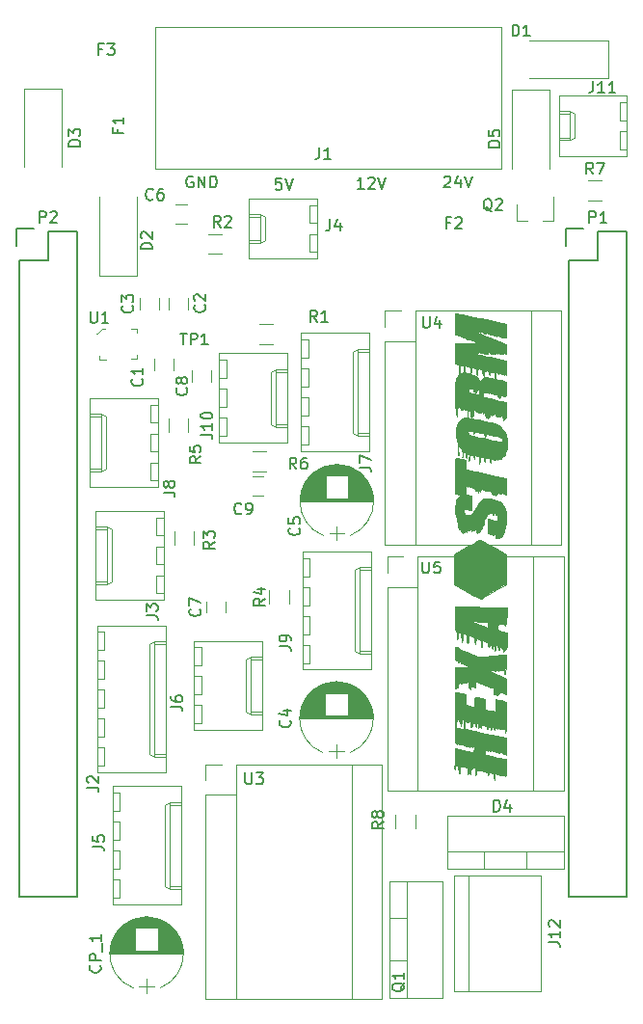
<source format=gbr>
G04 #@! TF.GenerationSoftware,KiCad,Pcbnew,5.0.1-33cea8e~68~ubuntu16.04.1*
G04 #@! TF.CreationDate,2019-04-24T21:21:49+02:00*
G04 #@! TF.ProjectId,BeagleBone-Black-Cape,426561676C65426F6E652D426C61636B,0.2*
G04 #@! TF.SameCoordinates,Original*
G04 #@! TF.FileFunction,Legend,Top*
G04 #@! TF.FilePolarity,Positive*
%FSLAX46Y46*%
G04 Gerber Fmt 4.6, Leading zero omitted, Abs format (unit mm)*
G04 Created by KiCad (PCBNEW 5.0.1-33cea8e~68~ubuntu16.04.1) date wo 24 apr 2019 21:21:49 CEST*
%MOMM*%
%LPD*%
G01*
G04 APERTURE LIST*
%ADD10C,0.010000*%
%ADD11C,0.120000*%
%ADD12C,0.100000*%
%ADD13C,0.150000*%
G04 APERTURE END LIST*
D10*
G04 #@! TO.C,G1*
G36*
X153356473Y-94723028D02*
X153358678Y-94493461D01*
X153362997Y-94298655D01*
X153369502Y-94152903D01*
X153378269Y-94070500D01*
X153383403Y-94057584D01*
X153430241Y-94055280D01*
X153551933Y-94055284D01*
X153738958Y-94057356D01*
X153981796Y-94061254D01*
X154270926Y-94066738D01*
X154596829Y-94073568D01*
X154949984Y-94081503D01*
X155320871Y-94090303D01*
X155699970Y-94099726D01*
X156077760Y-94109533D01*
X156444721Y-94119482D01*
X156791334Y-94129333D01*
X157108077Y-94138846D01*
X157385432Y-94147779D01*
X157613876Y-94155893D01*
X157783891Y-94162947D01*
X157885956Y-94168700D01*
X157912202Y-94172032D01*
X157918121Y-94219006D01*
X157918821Y-94331365D01*
X157915154Y-94492696D01*
X157907970Y-94686589D01*
X157898121Y-94896633D01*
X157886457Y-95106417D01*
X157873830Y-95299529D01*
X157861090Y-95459558D01*
X157849089Y-95570092D01*
X157838677Y-95614722D01*
X157837387Y-95614772D01*
X157803017Y-95633872D01*
X157776530Y-95690320D01*
X157753270Y-95755162D01*
X157736461Y-95743985D01*
X157716892Y-95679260D01*
X157681776Y-95607278D01*
X157612672Y-95577740D01*
X157530161Y-95573427D01*
X157415191Y-95560230D01*
X157373708Y-95518755D01*
X157373320Y-95512419D01*
X157359521Y-95484821D01*
X157314442Y-95531422D01*
X157312843Y-95533586D01*
X157265336Y-95589008D01*
X157238578Y-95576164D01*
X157223740Y-95541920D01*
X157186749Y-95483332D01*
X157155089Y-95501741D01*
X157131853Y-95589510D01*
X157120133Y-95738998D01*
X157119320Y-95799844D01*
X157119320Y-96084764D01*
X157510903Y-96212757D01*
X157902486Y-96340751D01*
X157905539Y-96824922D01*
X157905365Y-97052381D01*
X157902464Y-97279800D01*
X157897367Y-97475631D01*
X157892903Y-97574907D01*
X157879392Y-97707791D01*
X157859442Y-97794830D01*
X157838794Y-97816975D01*
X157791685Y-97831188D01*
X157731436Y-97898453D01*
X157730144Y-97900411D01*
X157662222Y-97985932D01*
X157615027Y-97994071D01*
X157581085Y-97922036D01*
X157563820Y-97838260D01*
X157533068Y-97722977D01*
X157480114Y-97673985D01*
X157388636Y-97672543D01*
X157345698Y-97645311D01*
X157327413Y-97620812D01*
X157292041Y-97596871D01*
X157262988Y-97652477D01*
X157239164Y-97789971D01*
X157236051Y-97817093D01*
X157225728Y-97874122D01*
X157209555Y-97872319D01*
X157182198Y-97803698D01*
X157143860Y-97679061D01*
X157096595Y-97534866D01*
X157058936Y-97462525D01*
X157024167Y-97450815D01*
X157011898Y-97458578D01*
X156958307Y-97477919D01*
X156936278Y-97448444D01*
X156924177Y-97456173D01*
X156914905Y-97531508D01*
X156910995Y-97634678D01*
X156901096Y-97772318D01*
X156879016Y-97872456D01*
X156858593Y-97905917D01*
X156832919Y-97899997D01*
X156825389Y-97832171D01*
X156835064Y-97692348D01*
X156836960Y-97673834D01*
X156849528Y-97530398D01*
X156846916Y-97453001D01*
X156825837Y-97423855D01*
X156790770Y-97423761D01*
X156708037Y-97472732D01*
X156664800Y-97589164D01*
X156656628Y-97686566D01*
X156646900Y-97771117D01*
X156625187Y-97775182D01*
X156593604Y-97701761D01*
X156554262Y-97553854D01*
X156550029Y-97535287D01*
X156508034Y-97392443D01*
X156464753Y-97312383D01*
X156427634Y-97300072D01*
X156404126Y-97360474D01*
X156399653Y-97435064D01*
X156389829Y-97533263D01*
X156363732Y-97565661D01*
X156357320Y-97563093D01*
X156316628Y-97570719D01*
X156310236Y-97592345D01*
X156299878Y-97585990D01*
X156283286Y-97531242D01*
X156283286Y-95935051D01*
X156263907Y-95701371D01*
X156249498Y-95568759D01*
X156232876Y-95474305D01*
X156222249Y-95445412D01*
X156169013Y-95429267D01*
X156066810Y-95418322D01*
X156045811Y-95417337D01*
X155945448Y-95407095D01*
X155893600Y-95389166D01*
X155891653Y-95384866D01*
X155852756Y-95373332D01*
X155749641Y-95366721D01*
X155602671Y-95366146D01*
X155564697Y-95366987D01*
X155397530Y-95366217D01*
X155256781Y-95356092D01*
X155169502Y-95338721D01*
X155162763Y-95335657D01*
X155095111Y-95315860D01*
X154984770Y-95298928D01*
X154854312Y-95286275D01*
X154726305Y-95279318D01*
X154623321Y-95279475D01*
X154567928Y-95288160D01*
X154567195Y-95298289D01*
X154617780Y-95322666D01*
X154731932Y-95368690D01*
X154893310Y-95430017D01*
X155085576Y-95500300D01*
X155108486Y-95508512D01*
X155342228Y-95592392D01*
X155585115Y-95680006D01*
X155805761Y-95760009D01*
X155949886Y-95812638D01*
X156283286Y-95935051D01*
X156283286Y-97531242D01*
X156277820Y-97513205D01*
X156254506Y-97414927D01*
X156216884Y-97282355D01*
X156176909Y-97205047D01*
X156153423Y-97192677D01*
X156106945Y-97174362D01*
X156103320Y-97158428D01*
X156077757Y-97132358D01*
X156063588Y-97138152D01*
X156012772Y-97127681D01*
X155976464Y-97087734D01*
X155932336Y-97042018D01*
X155906961Y-97065299D01*
X155873572Y-97090242D01*
X155814168Y-97046922D01*
X155778520Y-97017367D01*
X155756322Y-97025513D01*
X155743246Y-97084690D01*
X155734962Y-97208230D01*
X155731097Y-97302682D01*
X155717078Y-97481661D01*
X155695309Y-97580273D01*
X155671311Y-97597899D01*
X155650605Y-97533920D01*
X155638714Y-97387718D01*
X155637653Y-97313156D01*
X155630782Y-97147291D01*
X155606713Y-97042741D01*
X155560260Y-96977010D01*
X155560134Y-96976896D01*
X155491661Y-96933678D01*
X155454301Y-96935057D01*
X155430135Y-96924687D01*
X155422644Y-96882232D01*
X155412004Y-96837772D01*
X155398742Y-96851632D01*
X155348681Y-96882861D01*
X155313145Y-96877213D01*
X155239791Y-96882757D01*
X155193391Y-96966772D01*
X155173506Y-97130204D01*
X155172634Y-97179977D01*
X155165495Y-97305662D01*
X155148338Y-97355556D01*
X155126010Y-97337218D01*
X155103360Y-97258208D01*
X155085235Y-97126084D01*
X155078972Y-97033927D01*
X155064098Y-96866152D01*
X155038072Y-96777116D01*
X155011692Y-96758760D01*
X154942933Y-96726806D01*
X154922292Y-96702228D01*
X154876717Y-96654032D01*
X154860336Y-96649311D01*
X154775259Y-96643755D01*
X154731910Y-96581639D01*
X154728173Y-96570426D01*
X154705551Y-96514588D01*
X154674041Y-96518967D01*
X154619487Y-96570426D01*
X154553696Y-96687486D01*
X154533848Y-96811677D01*
X154525452Y-96965468D01*
X154508600Y-97111005D01*
X154486817Y-97228953D01*
X154463628Y-97299978D01*
X154443638Y-97306589D01*
X154428858Y-97247587D01*
X154411853Y-97124213D01*
X154395088Y-96956632D01*
X154385059Y-96827379D01*
X154368607Y-96638315D01*
X154350045Y-96508519D01*
X154331043Y-96447660D01*
X154319712Y-96448884D01*
X154289342Y-96475548D01*
X154283634Y-96460848D01*
X154246260Y-96427157D01*
X154157164Y-96407351D01*
X154155986Y-96407259D01*
X154028986Y-96397582D01*
X154026547Y-96641671D01*
X154019108Y-96813640D01*
X154002844Y-96981425D01*
X153991378Y-97055093D01*
X153973987Y-97138624D01*
X153961688Y-97164691D01*
X153950673Y-97125638D01*
X153937135Y-97013808D01*
X153928218Y-96928093D01*
X153902194Y-96683476D01*
X153879951Y-96511185D01*
X153857495Y-96399238D01*
X153830836Y-96335653D01*
X153795981Y-96308448D01*
X153748940Y-96305639D01*
X153722070Y-96309247D01*
X153694001Y-96279769D01*
X153690320Y-96250760D01*
X153667461Y-96194424D01*
X153647986Y-96187260D01*
X153627839Y-96227280D01*
X153613249Y-96338279D01*
X153605707Y-96506667D01*
X153605005Y-96578843D01*
X153601324Y-96772063D01*
X153590824Y-96883635D01*
X153573153Y-96916335D01*
X153563319Y-96906927D01*
X153538617Y-96828966D01*
X153522354Y-96702895D01*
X153519195Y-96631760D01*
X153512850Y-96508340D01*
X153499247Y-96377179D01*
X153481573Y-96257157D01*
X153463018Y-96167153D01*
X153446771Y-96126045D01*
X153436968Y-96144927D01*
X153420580Y-96159222D01*
X153393986Y-96102593D01*
X153383471Y-96029934D01*
X153374552Y-95891978D01*
X153367302Y-95703019D01*
X153361795Y-95477350D01*
X153358105Y-95229266D01*
X153356306Y-94973060D01*
X153356473Y-94723028D01*
X153356473Y-94723028D01*
G37*
X153356473Y-94723028D02*
X153358678Y-94493461D01*
X153362997Y-94298655D01*
X153369502Y-94152903D01*
X153378269Y-94070500D01*
X153383403Y-94057584D01*
X153430241Y-94055280D01*
X153551933Y-94055284D01*
X153738958Y-94057356D01*
X153981796Y-94061254D01*
X154270926Y-94066738D01*
X154596829Y-94073568D01*
X154949984Y-94081503D01*
X155320871Y-94090303D01*
X155699970Y-94099726D01*
X156077760Y-94109533D01*
X156444721Y-94119482D01*
X156791334Y-94129333D01*
X157108077Y-94138846D01*
X157385432Y-94147779D01*
X157613876Y-94155893D01*
X157783891Y-94162947D01*
X157885956Y-94168700D01*
X157912202Y-94172032D01*
X157918121Y-94219006D01*
X157918821Y-94331365D01*
X157915154Y-94492696D01*
X157907970Y-94686589D01*
X157898121Y-94896633D01*
X157886457Y-95106417D01*
X157873830Y-95299529D01*
X157861090Y-95459558D01*
X157849089Y-95570092D01*
X157838677Y-95614722D01*
X157837387Y-95614772D01*
X157803017Y-95633872D01*
X157776530Y-95690320D01*
X157753270Y-95755162D01*
X157736461Y-95743985D01*
X157716892Y-95679260D01*
X157681776Y-95607278D01*
X157612672Y-95577740D01*
X157530161Y-95573427D01*
X157415191Y-95560230D01*
X157373708Y-95518755D01*
X157373320Y-95512419D01*
X157359521Y-95484821D01*
X157314442Y-95531422D01*
X157312843Y-95533586D01*
X157265336Y-95589008D01*
X157238578Y-95576164D01*
X157223740Y-95541920D01*
X157186749Y-95483332D01*
X157155089Y-95501741D01*
X157131853Y-95589510D01*
X157120133Y-95738998D01*
X157119320Y-95799844D01*
X157119320Y-96084764D01*
X157510903Y-96212757D01*
X157902486Y-96340751D01*
X157905539Y-96824922D01*
X157905365Y-97052381D01*
X157902464Y-97279800D01*
X157897367Y-97475631D01*
X157892903Y-97574907D01*
X157879392Y-97707791D01*
X157859442Y-97794830D01*
X157838794Y-97816975D01*
X157791685Y-97831188D01*
X157731436Y-97898453D01*
X157730144Y-97900411D01*
X157662222Y-97985932D01*
X157615027Y-97994071D01*
X157581085Y-97922036D01*
X157563820Y-97838260D01*
X157533068Y-97722977D01*
X157480114Y-97673985D01*
X157388636Y-97672543D01*
X157345698Y-97645311D01*
X157327413Y-97620812D01*
X157292041Y-97596871D01*
X157262988Y-97652477D01*
X157239164Y-97789971D01*
X157236051Y-97817093D01*
X157225728Y-97874122D01*
X157209555Y-97872319D01*
X157182198Y-97803698D01*
X157143860Y-97679061D01*
X157096595Y-97534866D01*
X157058936Y-97462525D01*
X157024167Y-97450815D01*
X157011898Y-97458578D01*
X156958307Y-97477919D01*
X156936278Y-97448444D01*
X156924177Y-97456173D01*
X156914905Y-97531508D01*
X156910995Y-97634678D01*
X156901096Y-97772318D01*
X156879016Y-97872456D01*
X156858593Y-97905917D01*
X156832919Y-97899997D01*
X156825389Y-97832171D01*
X156835064Y-97692348D01*
X156836960Y-97673834D01*
X156849528Y-97530398D01*
X156846916Y-97453001D01*
X156825837Y-97423855D01*
X156790770Y-97423761D01*
X156708037Y-97472732D01*
X156664800Y-97589164D01*
X156656628Y-97686566D01*
X156646900Y-97771117D01*
X156625187Y-97775182D01*
X156593604Y-97701761D01*
X156554262Y-97553854D01*
X156550029Y-97535287D01*
X156508034Y-97392443D01*
X156464753Y-97312383D01*
X156427634Y-97300072D01*
X156404126Y-97360474D01*
X156399653Y-97435064D01*
X156389829Y-97533263D01*
X156363732Y-97565661D01*
X156357320Y-97563093D01*
X156316628Y-97570719D01*
X156310236Y-97592345D01*
X156299878Y-97585990D01*
X156283286Y-97531242D01*
X156283286Y-95935051D01*
X156263907Y-95701371D01*
X156249498Y-95568759D01*
X156232876Y-95474305D01*
X156222249Y-95445412D01*
X156169013Y-95429267D01*
X156066810Y-95418322D01*
X156045811Y-95417337D01*
X155945448Y-95407095D01*
X155893600Y-95389166D01*
X155891653Y-95384866D01*
X155852756Y-95373332D01*
X155749641Y-95366721D01*
X155602671Y-95366146D01*
X155564697Y-95366987D01*
X155397530Y-95366217D01*
X155256781Y-95356092D01*
X155169502Y-95338721D01*
X155162763Y-95335657D01*
X155095111Y-95315860D01*
X154984770Y-95298928D01*
X154854312Y-95286275D01*
X154726305Y-95279318D01*
X154623321Y-95279475D01*
X154567928Y-95288160D01*
X154567195Y-95298289D01*
X154617780Y-95322666D01*
X154731932Y-95368690D01*
X154893310Y-95430017D01*
X155085576Y-95500300D01*
X155108486Y-95508512D01*
X155342228Y-95592392D01*
X155585115Y-95680006D01*
X155805761Y-95760009D01*
X155949886Y-95812638D01*
X156283286Y-95935051D01*
X156283286Y-97531242D01*
X156277820Y-97513205D01*
X156254506Y-97414927D01*
X156216884Y-97282355D01*
X156176909Y-97205047D01*
X156153423Y-97192677D01*
X156106945Y-97174362D01*
X156103320Y-97158428D01*
X156077757Y-97132358D01*
X156063588Y-97138152D01*
X156012772Y-97127681D01*
X155976464Y-97087734D01*
X155932336Y-97042018D01*
X155906961Y-97065299D01*
X155873572Y-97090242D01*
X155814168Y-97046922D01*
X155778520Y-97017367D01*
X155756322Y-97025513D01*
X155743246Y-97084690D01*
X155734962Y-97208230D01*
X155731097Y-97302682D01*
X155717078Y-97481661D01*
X155695309Y-97580273D01*
X155671311Y-97597899D01*
X155650605Y-97533920D01*
X155638714Y-97387718D01*
X155637653Y-97313156D01*
X155630782Y-97147291D01*
X155606713Y-97042741D01*
X155560260Y-96977010D01*
X155560134Y-96976896D01*
X155491661Y-96933678D01*
X155454301Y-96935057D01*
X155430135Y-96924687D01*
X155422644Y-96882232D01*
X155412004Y-96837772D01*
X155398742Y-96851632D01*
X155348681Y-96882861D01*
X155313145Y-96877213D01*
X155239791Y-96882757D01*
X155193391Y-96966772D01*
X155173506Y-97130204D01*
X155172634Y-97179977D01*
X155165495Y-97305662D01*
X155148338Y-97355556D01*
X155126010Y-97337218D01*
X155103360Y-97258208D01*
X155085235Y-97126084D01*
X155078972Y-97033927D01*
X155064098Y-96866152D01*
X155038072Y-96777116D01*
X155011692Y-96758760D01*
X154942933Y-96726806D01*
X154922292Y-96702228D01*
X154876717Y-96654032D01*
X154860336Y-96649311D01*
X154775259Y-96643755D01*
X154731910Y-96581639D01*
X154728173Y-96570426D01*
X154705551Y-96514588D01*
X154674041Y-96518967D01*
X154619487Y-96570426D01*
X154553696Y-96687486D01*
X154533848Y-96811677D01*
X154525452Y-96965468D01*
X154508600Y-97111005D01*
X154486817Y-97228953D01*
X154463628Y-97299978D01*
X154443638Y-97306589D01*
X154428858Y-97247587D01*
X154411853Y-97124213D01*
X154395088Y-96956632D01*
X154385059Y-96827379D01*
X154368607Y-96638315D01*
X154350045Y-96508519D01*
X154331043Y-96447660D01*
X154319712Y-96448884D01*
X154289342Y-96475548D01*
X154283634Y-96460848D01*
X154246260Y-96427157D01*
X154157164Y-96407351D01*
X154155986Y-96407259D01*
X154028986Y-96397582D01*
X154026547Y-96641671D01*
X154019108Y-96813640D01*
X154002844Y-96981425D01*
X153991378Y-97055093D01*
X153973987Y-97138624D01*
X153961688Y-97164691D01*
X153950673Y-97125638D01*
X153937135Y-97013808D01*
X153928218Y-96928093D01*
X153902194Y-96683476D01*
X153879951Y-96511185D01*
X153857495Y-96399238D01*
X153830836Y-96335653D01*
X153795981Y-96308448D01*
X153748940Y-96305639D01*
X153722070Y-96309247D01*
X153694001Y-96279769D01*
X153690320Y-96250760D01*
X153667461Y-96194424D01*
X153647986Y-96187260D01*
X153627839Y-96227280D01*
X153613249Y-96338279D01*
X153605707Y-96506667D01*
X153605005Y-96578843D01*
X153601324Y-96772063D01*
X153590824Y-96883635D01*
X153573153Y-96916335D01*
X153563319Y-96906927D01*
X153538617Y-96828966D01*
X153522354Y-96702895D01*
X153519195Y-96631760D01*
X153512850Y-96508340D01*
X153499247Y-96377179D01*
X153481573Y-96257157D01*
X153463018Y-96167153D01*
X153446771Y-96126045D01*
X153436968Y-96144927D01*
X153420580Y-96159222D01*
X153393986Y-96102593D01*
X153383471Y-96029934D01*
X153374552Y-95891978D01*
X153367302Y-95703019D01*
X153361795Y-95477350D01*
X153358105Y-95229266D01*
X153356306Y-94973060D01*
X153356473Y-94723028D01*
G36*
X153458123Y-78430524D02*
X153483525Y-78307758D01*
X153513633Y-78204880D01*
X153636881Y-77915713D01*
X153800409Y-77697347D01*
X154001597Y-77552086D01*
X154237826Y-77482236D01*
X154341901Y-77475927D01*
X154443793Y-77485294D01*
X154614320Y-77511455D01*
X154839774Y-77551499D01*
X155106450Y-77602514D01*
X155400640Y-77661588D01*
X155708637Y-77725811D01*
X156016735Y-77792271D01*
X156311226Y-77858057D01*
X156578404Y-77920257D01*
X156804562Y-77975960D01*
X156975993Y-78022255D01*
X157078990Y-78056230D01*
X157083840Y-78058318D01*
X157321834Y-78209724D01*
X157537470Y-78441898D01*
X157729673Y-78753661D01*
X157745983Y-78785981D01*
X157812305Y-78923001D01*
X157856861Y-79032423D01*
X157884246Y-79137563D01*
X157899059Y-79261734D01*
X157905898Y-79428254D01*
X157908764Y-79611481D01*
X157909635Y-79822328D01*
X157907288Y-80012034D01*
X157902187Y-80158932D01*
X157895368Y-80238177D01*
X157868710Y-80322628D01*
X157836174Y-80354593D01*
X157809068Y-80391564D01*
X157796725Y-80481381D01*
X157796653Y-80489557D01*
X157776558Y-80600722D01*
X157726063Y-80718752D01*
X157659858Y-80819780D01*
X157592628Y-80879940D01*
X157553236Y-80885111D01*
X157505536Y-80891932D01*
X157500320Y-80908754D01*
X157474306Y-80932798D01*
X157457986Y-80926093D01*
X157426595Y-80941081D01*
X157415653Y-81008262D01*
X157404903Y-81082481D01*
X157404903Y-79579679D01*
X157432578Y-79578912D01*
X157472838Y-79541791D01*
X157492354Y-79458033D01*
X157495427Y-79309103D01*
X157495409Y-79308172D01*
X157489994Y-79191558D01*
X157480778Y-79131493D01*
X157471138Y-79137510D01*
X157434455Y-79201440D01*
X157371067Y-79194434D01*
X157273325Y-79115382D01*
X157265562Y-79107684D01*
X157194935Y-79045940D01*
X157164906Y-79047302D01*
X157161653Y-79070535D01*
X157148002Y-79113411D01*
X157104841Y-79090144D01*
X157043981Y-79062416D01*
X157022000Y-79069024D01*
X156966617Y-79076372D01*
X156920062Y-79062968D01*
X156825786Y-79041013D01*
X156701771Y-79031904D01*
X156695986Y-79031920D01*
X156582059Y-79022091D01*
X156503451Y-78996761D01*
X156499413Y-78993835D01*
X156423581Y-78959521D01*
X156330080Y-78938615D01*
X156214301Y-78916720D01*
X156137652Y-78894184D01*
X156087624Y-78891813D01*
X156056400Y-78945951D01*
X156038935Y-79028138D01*
X156013635Y-79167301D01*
X155995272Y-79223844D01*
X155979141Y-79199011D01*
X155960540Y-79094044D01*
X155954258Y-79050525D01*
X155929241Y-78916754D01*
X155899385Y-78854476D01*
X155861437Y-78849375D01*
X155791219Y-78849151D01*
X155669861Y-78825048D01*
X155546229Y-78789350D01*
X155409747Y-78746479D01*
X155306969Y-78717778D01*
X155263767Y-78709763D01*
X155143821Y-78701424D01*
X155079158Y-78641729D01*
X155075333Y-78629510D01*
X155058280Y-78621658D01*
X155034784Y-78683331D01*
X155020714Y-78745927D01*
X154984289Y-78936427D01*
X154961721Y-78792316D01*
X154929898Y-78685885D01*
X154865963Y-78637490D01*
X154833320Y-78629676D01*
X154662980Y-78607168D01*
X154559155Y-78615463D01*
X154507929Y-78658910D01*
X154495301Y-78735343D01*
X154511731Y-78856839D01*
X154574354Y-78945862D01*
X154621653Y-78985717D01*
X154680179Y-79008208D01*
X154808975Y-79043923D01*
X154995947Y-79090309D01*
X155229003Y-79144816D01*
X155496048Y-79204890D01*
X155784991Y-79267979D01*
X156083738Y-79331533D01*
X156380197Y-79392998D01*
X156662274Y-79449823D01*
X156917876Y-79499455D01*
X157134910Y-79539343D01*
X157301283Y-79566935D01*
X157404903Y-79579679D01*
X157404903Y-81082481D01*
X157402833Y-81096773D01*
X157373883Y-81114128D01*
X157343072Y-81068195D01*
X157324668Y-80966839D01*
X157324211Y-80957843D01*
X157319286Y-80858614D01*
X157314069Y-80840690D01*
X157304853Y-80900779D01*
X157300362Y-80936677D01*
X157270639Y-81038033D01*
X157222471Y-81074260D01*
X157166144Y-81104030D01*
X157158677Y-81127177D01*
X157143580Y-81137567D01*
X157119320Y-81095427D01*
X157092271Y-81041151D01*
X157082209Y-81063565D01*
X157079962Y-81114101D01*
X157073895Y-81185892D01*
X157049601Y-81179163D01*
X157014833Y-81135268D01*
X156968030Y-81085133D01*
X156951333Y-81105831D01*
X156950684Y-81116593D01*
X156943314Y-81158741D01*
X156914491Y-81127065D01*
X156907653Y-81116593D01*
X156874846Y-81077676D01*
X156866105Y-81117686D01*
X156865968Y-81127177D01*
X156841041Y-81192124D01*
X156783571Y-81203251D01*
X156717031Y-81170224D01*
X156664889Y-81102712D01*
X156649433Y-81037981D01*
X156645213Y-80926093D01*
X156611320Y-81031927D01*
X156585467Y-81095019D01*
X156572558Y-81095427D01*
X156557403Y-81070012D01*
X156532138Y-81105678D01*
X156505283Y-81180915D01*
X156485358Y-81274212D01*
X156480329Y-81328260D01*
X156475043Y-81476427D01*
X156439444Y-81295860D01*
X156404879Y-81147337D01*
X156368675Y-81068399D01*
X156320760Y-81044384D01*
X156272653Y-81053093D01*
X156195994Y-81053889D01*
X156167884Y-81033649D01*
X156107179Y-80996611D01*
X156058488Y-80989593D01*
X156004995Y-81004894D01*
X155978742Y-81064932D01*
X155969961Y-81169510D01*
X155963603Y-81349427D01*
X155938211Y-81162918D01*
X155913150Y-81041028D01*
X155872660Y-80981087D01*
X155819039Y-80962325D01*
X155694368Y-80941123D01*
X155627196Y-80920298D01*
X155590872Y-80890887D01*
X155585384Y-80883760D01*
X155567430Y-80896617D01*
X155554774Y-80975135D01*
X155551195Y-81053093D01*
X155541702Y-81220858D01*
X155521629Y-81386937D01*
X155513081Y-81434093D01*
X155496491Y-81502441D01*
X155485478Y-81510765D01*
X155478626Y-81451921D01*
X155474516Y-81318763D01*
X155473188Y-81233010D01*
X155468083Y-81049607D01*
X155456861Y-80936361D01*
X155436857Y-80878837D01*
X155405407Y-80862597D01*
X155404820Y-80862593D01*
X155348501Y-80838622D01*
X155341320Y-80818157D01*
X155314022Y-80795699D01*
X155267975Y-80814766D01*
X155204583Y-80828150D01*
X155145033Y-80778189D01*
X155120087Y-80742786D01*
X155045544Y-80629760D01*
X155037635Y-80904927D01*
X155032996Y-81041220D01*
X155028427Y-81096978D01*
X155022607Y-81076322D01*
X155014214Y-80983371D01*
X155013869Y-80979010D01*
X154992817Y-80842847D01*
X154955545Y-80782556D01*
X154936833Y-80777927D01*
X154881957Y-80757537D01*
X154875653Y-80741464D01*
X154840545Y-80720753D01*
X154773202Y-80724586D01*
X154710087Y-80748674D01*
X154672487Y-80805496D01*
X154647780Y-80917811D01*
X154641477Y-80962132D01*
X154617901Y-81100018D01*
X154590410Y-81208755D01*
X154576431Y-81243593D01*
X154559154Y-81254686D01*
X154557228Y-81196585D01*
X154570934Y-81064599D01*
X154599272Y-80862593D01*
X154590635Y-80744969D01*
X154556364Y-80650927D01*
X154515203Y-80592392D01*
X154496249Y-80596122D01*
X154496153Y-80598010D01*
X154479980Y-80652376D01*
X154447247Y-80642331D01*
X154413879Y-80581650D01*
X154398277Y-80513343D01*
X154389824Y-80489567D01*
X154381300Y-80539825D01*
X154374004Y-80653493D01*
X154371086Y-80735593D01*
X154364335Y-80917910D01*
X154355979Y-81017159D01*
X154344987Y-81033034D01*
X154330327Y-80965228D01*
X154310970Y-80813433D01*
X154300109Y-80714427D01*
X154282825Y-80581348D01*
X154266027Y-80500838D01*
X154252944Y-80487567D01*
X154251363Y-80492869D01*
X154233141Y-80537997D01*
X154199141Y-80522381D01*
X154154157Y-80471702D01*
X154074136Y-80375760D01*
X154065097Y-80608593D01*
X154056058Y-80841427D01*
X154039911Y-80633188D01*
X154018041Y-80491086D01*
X153981432Y-80372677D01*
X153962874Y-80338018D01*
X153914127Y-80228459D01*
X153901986Y-80151821D01*
X153888148Y-80080586D01*
X153834042Y-80074502D01*
X153819635Y-80078692D01*
X153763276Y-80082609D01*
X153730493Y-80035701D01*
X153710335Y-79943961D01*
X153684904Y-79805464D01*
X153667512Y-79750655D01*
X153655926Y-79779826D01*
X153647914Y-79893268D01*
X153645560Y-79952427D01*
X153640843Y-80072209D01*
X153636168Y-80126693D01*
X153629513Y-80111135D01*
X153618859Y-80020790D01*
X153602185Y-79850916D01*
X153602144Y-79850489D01*
X153582033Y-79685088D01*
X153558293Y-79554050D01*
X153535082Y-79478712D01*
X153527911Y-79469489D01*
X153509721Y-79419618D01*
X153490376Y-79303011D01*
X153472287Y-79137523D01*
X153458833Y-78957593D01*
X153447579Y-78730685D01*
X153446742Y-78563248D01*
X153458123Y-78430524D01*
X153458123Y-78430524D01*
G37*
X153458123Y-78430524D02*
X153483525Y-78307758D01*
X153513633Y-78204880D01*
X153636881Y-77915713D01*
X153800409Y-77697347D01*
X154001597Y-77552086D01*
X154237826Y-77482236D01*
X154341901Y-77475927D01*
X154443793Y-77485294D01*
X154614320Y-77511455D01*
X154839774Y-77551499D01*
X155106450Y-77602514D01*
X155400640Y-77661588D01*
X155708637Y-77725811D01*
X156016735Y-77792271D01*
X156311226Y-77858057D01*
X156578404Y-77920257D01*
X156804562Y-77975960D01*
X156975993Y-78022255D01*
X157078990Y-78056230D01*
X157083840Y-78058318D01*
X157321834Y-78209724D01*
X157537470Y-78441898D01*
X157729673Y-78753661D01*
X157745983Y-78785981D01*
X157812305Y-78923001D01*
X157856861Y-79032423D01*
X157884246Y-79137563D01*
X157899059Y-79261734D01*
X157905898Y-79428254D01*
X157908764Y-79611481D01*
X157909635Y-79822328D01*
X157907288Y-80012034D01*
X157902187Y-80158932D01*
X157895368Y-80238177D01*
X157868710Y-80322628D01*
X157836174Y-80354593D01*
X157809068Y-80391564D01*
X157796725Y-80481381D01*
X157796653Y-80489557D01*
X157776558Y-80600722D01*
X157726063Y-80718752D01*
X157659858Y-80819780D01*
X157592628Y-80879940D01*
X157553236Y-80885111D01*
X157505536Y-80891932D01*
X157500320Y-80908754D01*
X157474306Y-80932798D01*
X157457986Y-80926093D01*
X157426595Y-80941081D01*
X157415653Y-81008262D01*
X157404903Y-81082481D01*
X157404903Y-79579679D01*
X157432578Y-79578912D01*
X157472838Y-79541791D01*
X157492354Y-79458033D01*
X157495427Y-79309103D01*
X157495409Y-79308172D01*
X157489994Y-79191558D01*
X157480778Y-79131493D01*
X157471138Y-79137510D01*
X157434455Y-79201440D01*
X157371067Y-79194434D01*
X157273325Y-79115382D01*
X157265562Y-79107684D01*
X157194935Y-79045940D01*
X157164906Y-79047302D01*
X157161653Y-79070535D01*
X157148002Y-79113411D01*
X157104841Y-79090144D01*
X157043981Y-79062416D01*
X157022000Y-79069024D01*
X156966617Y-79076372D01*
X156920062Y-79062968D01*
X156825786Y-79041013D01*
X156701771Y-79031904D01*
X156695986Y-79031920D01*
X156582059Y-79022091D01*
X156503451Y-78996761D01*
X156499413Y-78993835D01*
X156423581Y-78959521D01*
X156330080Y-78938615D01*
X156214301Y-78916720D01*
X156137652Y-78894184D01*
X156087624Y-78891813D01*
X156056400Y-78945951D01*
X156038935Y-79028138D01*
X156013635Y-79167301D01*
X155995272Y-79223844D01*
X155979141Y-79199011D01*
X155960540Y-79094044D01*
X155954258Y-79050525D01*
X155929241Y-78916754D01*
X155899385Y-78854476D01*
X155861437Y-78849375D01*
X155791219Y-78849151D01*
X155669861Y-78825048D01*
X155546229Y-78789350D01*
X155409747Y-78746479D01*
X155306969Y-78717778D01*
X155263767Y-78709763D01*
X155143821Y-78701424D01*
X155079158Y-78641729D01*
X155075333Y-78629510D01*
X155058280Y-78621658D01*
X155034784Y-78683331D01*
X155020714Y-78745927D01*
X154984289Y-78936427D01*
X154961721Y-78792316D01*
X154929898Y-78685885D01*
X154865963Y-78637490D01*
X154833320Y-78629676D01*
X154662980Y-78607168D01*
X154559155Y-78615463D01*
X154507929Y-78658910D01*
X154495301Y-78735343D01*
X154511731Y-78856839D01*
X154574354Y-78945862D01*
X154621653Y-78985717D01*
X154680179Y-79008208D01*
X154808975Y-79043923D01*
X154995947Y-79090309D01*
X155229003Y-79144816D01*
X155496048Y-79204890D01*
X155784991Y-79267979D01*
X156083738Y-79331533D01*
X156380197Y-79392998D01*
X156662274Y-79449823D01*
X156917876Y-79499455D01*
X157134910Y-79539343D01*
X157301283Y-79566935D01*
X157404903Y-79579679D01*
X157404903Y-81082481D01*
X157402833Y-81096773D01*
X157373883Y-81114128D01*
X157343072Y-81068195D01*
X157324668Y-80966839D01*
X157324211Y-80957843D01*
X157319286Y-80858614D01*
X157314069Y-80840690D01*
X157304853Y-80900779D01*
X157300362Y-80936677D01*
X157270639Y-81038033D01*
X157222471Y-81074260D01*
X157166144Y-81104030D01*
X157158677Y-81127177D01*
X157143580Y-81137567D01*
X157119320Y-81095427D01*
X157092271Y-81041151D01*
X157082209Y-81063565D01*
X157079962Y-81114101D01*
X157073895Y-81185892D01*
X157049601Y-81179163D01*
X157014833Y-81135268D01*
X156968030Y-81085133D01*
X156951333Y-81105831D01*
X156950684Y-81116593D01*
X156943314Y-81158741D01*
X156914491Y-81127065D01*
X156907653Y-81116593D01*
X156874846Y-81077676D01*
X156866105Y-81117686D01*
X156865968Y-81127177D01*
X156841041Y-81192124D01*
X156783571Y-81203251D01*
X156717031Y-81170224D01*
X156664889Y-81102712D01*
X156649433Y-81037981D01*
X156645213Y-80926093D01*
X156611320Y-81031927D01*
X156585467Y-81095019D01*
X156572558Y-81095427D01*
X156557403Y-81070012D01*
X156532138Y-81105678D01*
X156505283Y-81180915D01*
X156485358Y-81274212D01*
X156480329Y-81328260D01*
X156475043Y-81476427D01*
X156439444Y-81295860D01*
X156404879Y-81147337D01*
X156368675Y-81068399D01*
X156320760Y-81044384D01*
X156272653Y-81053093D01*
X156195994Y-81053889D01*
X156167884Y-81033649D01*
X156107179Y-80996611D01*
X156058488Y-80989593D01*
X156004995Y-81004894D01*
X155978742Y-81064932D01*
X155969961Y-81169510D01*
X155963603Y-81349427D01*
X155938211Y-81162918D01*
X155913150Y-81041028D01*
X155872660Y-80981087D01*
X155819039Y-80962325D01*
X155694368Y-80941123D01*
X155627196Y-80920298D01*
X155590872Y-80890887D01*
X155585384Y-80883760D01*
X155567430Y-80896617D01*
X155554774Y-80975135D01*
X155551195Y-81053093D01*
X155541702Y-81220858D01*
X155521629Y-81386937D01*
X155513081Y-81434093D01*
X155496491Y-81502441D01*
X155485478Y-81510765D01*
X155478626Y-81451921D01*
X155474516Y-81318763D01*
X155473188Y-81233010D01*
X155468083Y-81049607D01*
X155456861Y-80936361D01*
X155436857Y-80878837D01*
X155405407Y-80862597D01*
X155404820Y-80862593D01*
X155348501Y-80838622D01*
X155341320Y-80818157D01*
X155314022Y-80795699D01*
X155267975Y-80814766D01*
X155204583Y-80828150D01*
X155145033Y-80778189D01*
X155120087Y-80742786D01*
X155045544Y-80629760D01*
X155037635Y-80904927D01*
X155032996Y-81041220D01*
X155028427Y-81096978D01*
X155022607Y-81076322D01*
X155014214Y-80983371D01*
X155013869Y-80979010D01*
X154992817Y-80842847D01*
X154955545Y-80782556D01*
X154936833Y-80777927D01*
X154881957Y-80757537D01*
X154875653Y-80741464D01*
X154840545Y-80720753D01*
X154773202Y-80724586D01*
X154710087Y-80748674D01*
X154672487Y-80805496D01*
X154647780Y-80917811D01*
X154641477Y-80962132D01*
X154617901Y-81100018D01*
X154590410Y-81208755D01*
X154576431Y-81243593D01*
X154559154Y-81254686D01*
X154557228Y-81196585D01*
X154570934Y-81064599D01*
X154599272Y-80862593D01*
X154590635Y-80744969D01*
X154556364Y-80650927D01*
X154515203Y-80592392D01*
X154496249Y-80596122D01*
X154496153Y-80598010D01*
X154479980Y-80652376D01*
X154447247Y-80642331D01*
X154413879Y-80581650D01*
X154398277Y-80513343D01*
X154389824Y-80489567D01*
X154381300Y-80539825D01*
X154374004Y-80653493D01*
X154371086Y-80735593D01*
X154364335Y-80917910D01*
X154355979Y-81017159D01*
X154344987Y-81033034D01*
X154330327Y-80965228D01*
X154310970Y-80813433D01*
X154300109Y-80714427D01*
X154282825Y-80581348D01*
X154266027Y-80500838D01*
X154252944Y-80487567D01*
X154251363Y-80492869D01*
X154233141Y-80537997D01*
X154199141Y-80522381D01*
X154154157Y-80471702D01*
X154074136Y-80375760D01*
X154065097Y-80608593D01*
X154056058Y-80841427D01*
X154039911Y-80633188D01*
X154018041Y-80491086D01*
X153981432Y-80372677D01*
X153962874Y-80338018D01*
X153914127Y-80228459D01*
X153901986Y-80151821D01*
X153888148Y-80080586D01*
X153834042Y-80074502D01*
X153819635Y-80078692D01*
X153763276Y-80082609D01*
X153730493Y-80035701D01*
X153710335Y-79943961D01*
X153684904Y-79805464D01*
X153667512Y-79750655D01*
X153655926Y-79779826D01*
X153647914Y-79893268D01*
X153645560Y-79952427D01*
X153640843Y-80072209D01*
X153636168Y-80126693D01*
X153629513Y-80111135D01*
X153618859Y-80020790D01*
X153602185Y-79850916D01*
X153602144Y-79850489D01*
X153582033Y-79685088D01*
X153558293Y-79554050D01*
X153535082Y-79478712D01*
X153527911Y-79469489D01*
X153509721Y-79419618D01*
X153490376Y-79303011D01*
X153472287Y-79137523D01*
X153458833Y-78957593D01*
X153447579Y-78730685D01*
X153446742Y-78563248D01*
X153458123Y-78430524D01*
G36*
X153323671Y-107967982D02*
X153326867Y-107892427D01*
X153336750Y-107635562D01*
X153344749Y-107362365D01*
X153349949Y-107108432D01*
X153351481Y-106937079D01*
X153351653Y-106532065D01*
X154103070Y-106692690D01*
X154346511Y-106744204D01*
X154562780Y-106788977D01*
X154737679Y-106824148D01*
X154857009Y-106846859D01*
X154905413Y-106854288D01*
X154947210Y-106817444D01*
X154990201Y-106723269D01*
X155025400Y-106598480D01*
X155043820Y-106469799D01*
X155044750Y-106440012D01*
X155030118Y-106374451D01*
X155002274Y-106368661D01*
X154913298Y-106380701D01*
X154824062Y-106327867D01*
X154759277Y-106226188D01*
X154752984Y-106206987D01*
X154713955Y-106072093D01*
X154710137Y-106207178D01*
X154696744Y-106289935D01*
X154669532Y-106357567D01*
X154640848Y-106390528D01*
X154623039Y-106369270D01*
X154621653Y-106347260D01*
X154596802Y-106318570D01*
X154582523Y-106324113D01*
X154541597Y-106311307D01*
X154523934Y-106273695D01*
X154507803Y-106221508D01*
X154501097Y-106251392D01*
X154499564Y-106273177D01*
X154468778Y-106332794D01*
X154413266Y-106344023D01*
X154371731Y-106305279D01*
X154367653Y-106278577D01*
X154356384Y-106233676D01*
X154309893Y-106257878D01*
X154304576Y-106262242D01*
X154252309Y-106287660D01*
X154214458Y-106244693D01*
X154201426Y-106214509D01*
X154171683Y-106158668D01*
X154158670Y-106167343D01*
X154134411Y-106217085D01*
X154085685Y-106204699D01*
X154035885Y-106137900D01*
X154030305Y-106125010D01*
X154001545Y-106059391D01*
X153990428Y-106072955D01*
X153985994Y-106135593D01*
X153974982Y-106195726D01*
X153958641Y-106188583D01*
X153903645Y-106154855D01*
X153835377Y-106161323D01*
X153744631Y-106161982D01*
X153706937Y-106117837D01*
X153670851Y-106072990D01*
X153622377Y-106096947D01*
X153568168Y-106119671D01*
X153538218Y-106077104D01*
X153500548Y-106029103D01*
X153479014Y-106029537D01*
X153436493Y-106033003D01*
X153403365Y-105980238D01*
X153378445Y-105864775D01*
X153360547Y-105680146D01*
X153348485Y-105419886D01*
X153345178Y-105299510D01*
X153341460Y-105026354D01*
X153344740Y-104824798D01*
X153354838Y-104699049D01*
X153371578Y-104653315D01*
X153372529Y-104653205D01*
X153420899Y-104661634D01*
X153544330Y-104686126D01*
X153735081Y-104725071D01*
X153985413Y-104776856D01*
X154287585Y-104839870D01*
X154633857Y-104912502D01*
X155016488Y-104993141D01*
X155427738Y-105080174D01*
X155648236Y-105126979D01*
X157881320Y-105601475D01*
X157879911Y-106344784D01*
X157878503Y-107088093D01*
X157795244Y-106988154D01*
X157738375Y-106930202D01*
X157712182Y-106923850D01*
X157711986Y-106926228D01*
X157681564Y-106967111D01*
X157614039Y-106970130D01*
X157545023Y-106940791D01*
X157511987Y-106895306D01*
X157483216Y-106828025D01*
X157434429Y-106822417D01*
X157344318Y-106876087D01*
X157343845Y-106876418D01*
X157242844Y-106916278D01*
X157159313Y-106898730D01*
X157119310Y-106830423D01*
X157118671Y-106818981D01*
X157111899Y-106772906D01*
X157082492Y-106803660D01*
X157076338Y-106812927D01*
X157036489Y-106855142D01*
X156998614Y-106821398D01*
X156992968Y-106812927D01*
X156959301Y-106770791D01*
X156950282Y-106802153D01*
X156949986Y-106812927D01*
X156941659Y-106853343D01*
X156911738Y-106818087D01*
X156856253Y-106782160D01*
X156827719Y-106788835D01*
X156785320Y-106784242D01*
X156780005Y-106762509D01*
X156771715Y-106728580D01*
X156744518Y-106762014D01*
X156705707Y-106792785D01*
X156655316Y-106751431D01*
X156575319Y-106693501D01*
X156501696Y-106699337D01*
X156470023Y-106738843D01*
X156450880Y-106767956D01*
X156445328Y-106736345D01*
X156418593Y-106701269D01*
X156399653Y-106707093D01*
X156367741Y-106690988D01*
X156352409Y-106614342D01*
X156345858Y-106543993D01*
X156333506Y-106554414D01*
X156326345Y-106580093D01*
X156281096Y-106670854D01*
X156216228Y-106710171D01*
X156179424Y-106701802D01*
X156156352Y-106649650D01*
X156142760Y-106547828D01*
X156141835Y-106524678D01*
X156138017Y-106368427D01*
X156094397Y-106516593D01*
X156063745Y-106607680D01*
X156041355Y-106625447D01*
X156016524Y-106580093D01*
X155996983Y-106565221D01*
X155984528Y-106634394D01*
X155979295Y-106779545D01*
X155976320Y-107063663D01*
X156135070Y-107104563D01*
X156227208Y-107126320D01*
X156385631Y-107161632D01*
X156593714Y-107206882D01*
X156834835Y-107258451D01*
X157066364Y-107307278D01*
X157838908Y-107469093D01*
X157838947Y-108196845D01*
X157836542Y-108468672D01*
X157829648Y-108688830D01*
X157818798Y-108847841D01*
X157804523Y-108936228D01*
X157796653Y-108950760D01*
X157757706Y-108945999D01*
X157754320Y-108929594D01*
X157728800Y-108901401D01*
X157713850Y-108907275D01*
X157652275Y-108908158D01*
X157549023Y-108879463D01*
X157516531Y-108866751D01*
X157396455Y-108830259D01*
X157297301Y-108822684D01*
X157281835Y-108825924D01*
X157218521Y-108826779D01*
X157203986Y-108804618D01*
X157169088Y-108775983D01*
X157104760Y-108776597D01*
X156986644Y-108775205D01*
X156919356Y-108710260D01*
X156896519Y-108633260D01*
X156886413Y-108620574D01*
X156876885Y-108680154D01*
X156869600Y-108799608D01*
X156868109Y-108844927D01*
X156858695Y-109025834D01*
X156843500Y-109161226D01*
X156825474Y-109243765D01*
X156807568Y-109266115D01*
X156792733Y-109220939D01*
X156783920Y-109100899D01*
X156782980Y-109056593D01*
X156775036Y-108903805D01*
X156757950Y-108779853D01*
X156738320Y-108717927D01*
X156703174Y-108684038D01*
X156693659Y-108696760D01*
X156677783Y-108698746D01*
X156653653Y-108654427D01*
X156625727Y-108599756D01*
X156615543Y-108621871D01*
X156614295Y-108643843D01*
X156592230Y-108709111D01*
X156548781Y-108704843D01*
X156505886Y-108634248D01*
X156503711Y-108627667D01*
X156474976Y-108569516D01*
X156443303Y-108588999D01*
X156439660Y-108594691D01*
X156392234Y-108627085D01*
X156370205Y-108617640D01*
X156338494Y-108631381D01*
X156299753Y-108706942D01*
X156286490Y-108745866D01*
X156236826Y-108908427D01*
X156233573Y-108734381D01*
X156227096Y-108624861D01*
X156203415Y-108579153D01*
X156147833Y-108576443D01*
X156124917Y-108580483D01*
X156034878Y-108576249D01*
X155981704Y-108506084D01*
X155979434Y-108500530D01*
X155949832Y-108446986D01*
X155936670Y-108460399D01*
X155919687Y-108498503D01*
X155906131Y-108492516D01*
X155855228Y-108491329D01*
X155821465Y-108511811D01*
X155775682Y-108532969D01*
X155764653Y-108485093D01*
X155752689Y-108436137D01*
X155705318Y-108460470D01*
X155704922Y-108460799D01*
X155642713Y-108486763D01*
X155617330Y-108465292D01*
X155567198Y-108438430D01*
X155550936Y-108444027D01*
X155486243Y-108445823D01*
X155435163Y-108426505D01*
X155351773Y-108403987D01*
X155289114Y-108444879D01*
X155239657Y-108557290D01*
X155212295Y-108666592D01*
X155183670Y-108789258D01*
X155160527Y-108869378D01*
X155151326Y-108887260D01*
X155147539Y-108849020D01*
X155151590Y-108749780D01*
X155160187Y-108639067D01*
X155166342Y-108471849D01*
X155148631Y-108377404D01*
X155135006Y-108361402D01*
X155107351Y-108305368D01*
X155088717Y-108194214D01*
X155084344Y-108112178D01*
X155076146Y-107938767D01*
X155059328Y-107831603D01*
X155037224Y-107795031D01*
X155013167Y-107833395D01*
X154990489Y-107951041D01*
X154986405Y-107984537D01*
X154957073Y-108154377D01*
X154916855Y-108250605D01*
X154895158Y-108268207D01*
X154841581Y-108263192D01*
X154832671Y-108240348D01*
X154817018Y-108221145D01*
X154790986Y-108252260D01*
X154765435Y-108332053D01*
X154750290Y-108456506D01*
X154748653Y-108506260D01*
X154739090Y-108637147D01*
X154716641Y-108738261D01*
X154706320Y-108760260D01*
X154684008Y-108765399D01*
X154670401Y-108694939D01*
X154664835Y-108544870D01*
X154664634Y-108508377D01*
X154657589Y-108337292D01*
X154639886Y-108248504D01*
X154615361Y-108240893D01*
X154587852Y-108313339D01*
X154561196Y-108464722D01*
X154552248Y-108541177D01*
X154528203Y-108714292D01*
X154503140Y-108803853D01*
X154480181Y-108810875D01*
X154462446Y-108736368D01*
X154453057Y-108581346D01*
X154452320Y-108508759D01*
X154448685Y-108350448D01*
X154439021Y-108230516D01*
X154425191Y-108169114D01*
X154420570Y-108165123D01*
X154186754Y-108147017D01*
X154023853Y-108136069D01*
X153918326Y-108133439D01*
X153856635Y-108140287D01*
X153825239Y-108157773D01*
X153810599Y-108187055D01*
X153802306Y-108218073D01*
X153786488Y-108318904D01*
X153776858Y-108460386D01*
X153775564Y-108525310D01*
X153767566Y-108650555D01*
X153747867Y-108699902D01*
X153721546Y-108680443D01*
X153693676Y-108599268D01*
X153669335Y-108463468D01*
X153658813Y-108362217D01*
X153643305Y-108209423D01*
X153620814Y-108117646D01*
X153581353Y-108063288D01*
X153515208Y-108022889D01*
X153393986Y-107962416D01*
X153393338Y-108139088D01*
X153382526Y-108266211D01*
X153356447Y-108363314D01*
X153347557Y-108379260D01*
X153329166Y-108380371D01*
X153319218Y-108316023D01*
X153317468Y-108180473D01*
X153323671Y-107967982D01*
X153323671Y-107967982D01*
G37*
X153323671Y-107967982D02*
X153326867Y-107892427D01*
X153336750Y-107635562D01*
X153344749Y-107362365D01*
X153349949Y-107108432D01*
X153351481Y-106937079D01*
X153351653Y-106532065D01*
X154103070Y-106692690D01*
X154346511Y-106744204D01*
X154562780Y-106788977D01*
X154737679Y-106824148D01*
X154857009Y-106846859D01*
X154905413Y-106854288D01*
X154947210Y-106817444D01*
X154990201Y-106723269D01*
X155025400Y-106598480D01*
X155043820Y-106469799D01*
X155044750Y-106440012D01*
X155030118Y-106374451D01*
X155002274Y-106368661D01*
X154913298Y-106380701D01*
X154824062Y-106327867D01*
X154759277Y-106226188D01*
X154752984Y-106206987D01*
X154713955Y-106072093D01*
X154710137Y-106207178D01*
X154696744Y-106289935D01*
X154669532Y-106357567D01*
X154640848Y-106390528D01*
X154623039Y-106369270D01*
X154621653Y-106347260D01*
X154596802Y-106318570D01*
X154582523Y-106324113D01*
X154541597Y-106311307D01*
X154523934Y-106273695D01*
X154507803Y-106221508D01*
X154501097Y-106251392D01*
X154499564Y-106273177D01*
X154468778Y-106332794D01*
X154413266Y-106344023D01*
X154371731Y-106305279D01*
X154367653Y-106278577D01*
X154356384Y-106233676D01*
X154309893Y-106257878D01*
X154304576Y-106262242D01*
X154252309Y-106287660D01*
X154214458Y-106244693D01*
X154201426Y-106214509D01*
X154171683Y-106158668D01*
X154158670Y-106167343D01*
X154134411Y-106217085D01*
X154085685Y-106204699D01*
X154035885Y-106137900D01*
X154030305Y-106125010D01*
X154001545Y-106059391D01*
X153990428Y-106072955D01*
X153985994Y-106135593D01*
X153974982Y-106195726D01*
X153958641Y-106188583D01*
X153903645Y-106154855D01*
X153835377Y-106161323D01*
X153744631Y-106161982D01*
X153706937Y-106117837D01*
X153670851Y-106072990D01*
X153622377Y-106096947D01*
X153568168Y-106119671D01*
X153538218Y-106077104D01*
X153500548Y-106029103D01*
X153479014Y-106029537D01*
X153436493Y-106033003D01*
X153403365Y-105980238D01*
X153378445Y-105864775D01*
X153360547Y-105680146D01*
X153348485Y-105419886D01*
X153345178Y-105299510D01*
X153341460Y-105026354D01*
X153344740Y-104824798D01*
X153354838Y-104699049D01*
X153371578Y-104653315D01*
X153372529Y-104653205D01*
X153420899Y-104661634D01*
X153544330Y-104686126D01*
X153735081Y-104725071D01*
X153985413Y-104776856D01*
X154287585Y-104839870D01*
X154633857Y-104912502D01*
X155016488Y-104993141D01*
X155427738Y-105080174D01*
X155648236Y-105126979D01*
X157881320Y-105601475D01*
X157879911Y-106344784D01*
X157878503Y-107088093D01*
X157795244Y-106988154D01*
X157738375Y-106930202D01*
X157712182Y-106923850D01*
X157711986Y-106926228D01*
X157681564Y-106967111D01*
X157614039Y-106970130D01*
X157545023Y-106940791D01*
X157511987Y-106895306D01*
X157483216Y-106828025D01*
X157434429Y-106822417D01*
X157344318Y-106876087D01*
X157343845Y-106876418D01*
X157242844Y-106916278D01*
X157159313Y-106898730D01*
X157119310Y-106830423D01*
X157118671Y-106818981D01*
X157111899Y-106772906D01*
X157082492Y-106803660D01*
X157076338Y-106812927D01*
X157036489Y-106855142D01*
X156998614Y-106821398D01*
X156992968Y-106812927D01*
X156959301Y-106770791D01*
X156950282Y-106802153D01*
X156949986Y-106812927D01*
X156941659Y-106853343D01*
X156911738Y-106818087D01*
X156856253Y-106782160D01*
X156827719Y-106788835D01*
X156785320Y-106784242D01*
X156780005Y-106762509D01*
X156771715Y-106728580D01*
X156744518Y-106762014D01*
X156705707Y-106792785D01*
X156655316Y-106751431D01*
X156575319Y-106693501D01*
X156501696Y-106699337D01*
X156470023Y-106738843D01*
X156450880Y-106767956D01*
X156445328Y-106736345D01*
X156418593Y-106701269D01*
X156399653Y-106707093D01*
X156367741Y-106690988D01*
X156352409Y-106614342D01*
X156345858Y-106543993D01*
X156333506Y-106554414D01*
X156326345Y-106580093D01*
X156281096Y-106670854D01*
X156216228Y-106710171D01*
X156179424Y-106701802D01*
X156156352Y-106649650D01*
X156142760Y-106547828D01*
X156141835Y-106524678D01*
X156138017Y-106368427D01*
X156094397Y-106516593D01*
X156063745Y-106607680D01*
X156041355Y-106625447D01*
X156016524Y-106580093D01*
X155996983Y-106565221D01*
X155984528Y-106634394D01*
X155979295Y-106779545D01*
X155976320Y-107063663D01*
X156135070Y-107104563D01*
X156227208Y-107126320D01*
X156385631Y-107161632D01*
X156593714Y-107206882D01*
X156834835Y-107258451D01*
X157066364Y-107307278D01*
X157838908Y-107469093D01*
X157838947Y-108196845D01*
X157836542Y-108468672D01*
X157829648Y-108688830D01*
X157818798Y-108847841D01*
X157804523Y-108936228D01*
X157796653Y-108950760D01*
X157757706Y-108945999D01*
X157754320Y-108929594D01*
X157728800Y-108901401D01*
X157713850Y-108907275D01*
X157652275Y-108908158D01*
X157549023Y-108879463D01*
X157516531Y-108866751D01*
X157396455Y-108830259D01*
X157297301Y-108822684D01*
X157281835Y-108825924D01*
X157218521Y-108826779D01*
X157203986Y-108804618D01*
X157169088Y-108775983D01*
X157104760Y-108776597D01*
X156986644Y-108775205D01*
X156919356Y-108710260D01*
X156896519Y-108633260D01*
X156886413Y-108620574D01*
X156876885Y-108680154D01*
X156869600Y-108799608D01*
X156868109Y-108844927D01*
X156858695Y-109025834D01*
X156843500Y-109161226D01*
X156825474Y-109243765D01*
X156807568Y-109266115D01*
X156792733Y-109220939D01*
X156783920Y-109100899D01*
X156782980Y-109056593D01*
X156775036Y-108903805D01*
X156757950Y-108779853D01*
X156738320Y-108717927D01*
X156703174Y-108684038D01*
X156693659Y-108696760D01*
X156677783Y-108698746D01*
X156653653Y-108654427D01*
X156625727Y-108599756D01*
X156615543Y-108621871D01*
X156614295Y-108643843D01*
X156592230Y-108709111D01*
X156548781Y-108704843D01*
X156505886Y-108634248D01*
X156503711Y-108627667D01*
X156474976Y-108569516D01*
X156443303Y-108588999D01*
X156439660Y-108594691D01*
X156392234Y-108627085D01*
X156370205Y-108617640D01*
X156338494Y-108631381D01*
X156299753Y-108706942D01*
X156286490Y-108745866D01*
X156236826Y-108908427D01*
X156233573Y-108734381D01*
X156227096Y-108624861D01*
X156203415Y-108579153D01*
X156147833Y-108576443D01*
X156124917Y-108580483D01*
X156034878Y-108576249D01*
X155981704Y-108506084D01*
X155979434Y-108500530D01*
X155949832Y-108446986D01*
X155936670Y-108460399D01*
X155919687Y-108498503D01*
X155906131Y-108492516D01*
X155855228Y-108491329D01*
X155821465Y-108511811D01*
X155775682Y-108532969D01*
X155764653Y-108485093D01*
X155752689Y-108436137D01*
X155705318Y-108460470D01*
X155704922Y-108460799D01*
X155642713Y-108486763D01*
X155617330Y-108465292D01*
X155567198Y-108438430D01*
X155550936Y-108444027D01*
X155486243Y-108445823D01*
X155435163Y-108426505D01*
X155351773Y-108403987D01*
X155289114Y-108444879D01*
X155239657Y-108557290D01*
X155212295Y-108666592D01*
X155183670Y-108789258D01*
X155160527Y-108869378D01*
X155151326Y-108887260D01*
X155147539Y-108849020D01*
X155151590Y-108749780D01*
X155160187Y-108639067D01*
X155166342Y-108471849D01*
X155148631Y-108377404D01*
X155135006Y-108361402D01*
X155107351Y-108305368D01*
X155088717Y-108194214D01*
X155084344Y-108112178D01*
X155076146Y-107938767D01*
X155059328Y-107831603D01*
X155037224Y-107795031D01*
X155013167Y-107833395D01*
X154990489Y-107951041D01*
X154986405Y-107984537D01*
X154957073Y-108154377D01*
X154916855Y-108250605D01*
X154895158Y-108268207D01*
X154841581Y-108263192D01*
X154832671Y-108240348D01*
X154817018Y-108221145D01*
X154790986Y-108252260D01*
X154765435Y-108332053D01*
X154750290Y-108456506D01*
X154748653Y-108506260D01*
X154739090Y-108637147D01*
X154716641Y-108738261D01*
X154706320Y-108760260D01*
X154684008Y-108765399D01*
X154670401Y-108694939D01*
X154664835Y-108544870D01*
X154664634Y-108508377D01*
X154657589Y-108337292D01*
X154639886Y-108248504D01*
X154615361Y-108240893D01*
X154587852Y-108313339D01*
X154561196Y-108464722D01*
X154552248Y-108541177D01*
X154528203Y-108714292D01*
X154503140Y-108803853D01*
X154480181Y-108810875D01*
X154462446Y-108736368D01*
X154453057Y-108581346D01*
X154452320Y-108508759D01*
X154448685Y-108350448D01*
X154439021Y-108230516D01*
X154425191Y-108169114D01*
X154420570Y-108165123D01*
X154186754Y-108147017D01*
X154023853Y-108136069D01*
X153918326Y-108133439D01*
X153856635Y-108140287D01*
X153825239Y-108157773D01*
X153810599Y-108187055D01*
X153802306Y-108218073D01*
X153786488Y-108318904D01*
X153776858Y-108460386D01*
X153775564Y-108525310D01*
X153767566Y-108650555D01*
X153747867Y-108699902D01*
X153721546Y-108680443D01*
X153693676Y-108599268D01*
X153669335Y-108463468D01*
X153658813Y-108362217D01*
X153643305Y-108209423D01*
X153620814Y-108117646D01*
X153581353Y-108063288D01*
X153515208Y-108022889D01*
X153393986Y-107962416D01*
X153393338Y-108139088D01*
X153382526Y-108266211D01*
X153356447Y-108363314D01*
X153347557Y-108379260D01*
X153329166Y-108380371D01*
X153319218Y-108316023D01*
X153317468Y-108180473D01*
X153323671Y-107967982D01*
G36*
X153338023Y-103479371D02*
X153342544Y-103080482D01*
X153342881Y-103054133D01*
X153347643Y-102710226D01*
X153352686Y-102394097D01*
X153357804Y-102115491D01*
X153362789Y-101884151D01*
X153367434Y-101709819D01*
X153371532Y-101602240D01*
X153374395Y-101570593D01*
X153418406Y-101572659D01*
X153527409Y-101589367D01*
X153683579Y-101617752D01*
X153819742Y-101644677D01*
X153999900Y-101681140D01*
X154146430Y-101710269D01*
X154241327Y-101728516D01*
X154267714Y-101732927D01*
X154273731Y-101772471D01*
X154278632Y-101879954D01*
X154281890Y-102038650D01*
X154282986Y-102218954D01*
X154283765Y-102427944D01*
X154287986Y-102567354D01*
X154298478Y-102652270D01*
X154318071Y-102697776D01*
X154349591Y-102718958D01*
X154378236Y-102726923D01*
X154642553Y-102787534D01*
X154833631Y-102830643D01*
X154960620Y-102858253D01*
X155032669Y-102872369D01*
X155055570Y-102875301D01*
X155068540Y-102836140D01*
X155078951Y-102729688D01*
X155085574Y-102573311D01*
X155087320Y-102426838D01*
X155087954Y-102228028D01*
X155091976Y-102099623D01*
X155102567Y-102027361D01*
X155122906Y-101996983D01*
X155156173Y-101994226D01*
X155182570Y-101999646D01*
X155267625Y-102018408D01*
X155408844Y-102048771D01*
X155579513Y-102085003D01*
X155627070Y-102095025D01*
X155976320Y-102168507D01*
X155976320Y-103073460D01*
X156410236Y-103165613D01*
X156592683Y-103203713D01*
X156743774Y-103234056D01*
X156844696Y-103252934D01*
X156875903Y-103257346D01*
X156887931Y-103217522D01*
X156897869Y-103109085D01*
X156904754Y-102948078D01*
X156907624Y-102750549D01*
X156907653Y-102727760D01*
X156910030Y-102527618D01*
X156916520Y-102362629D01*
X156926164Y-102248709D01*
X156938002Y-102201773D01*
X156939403Y-102201383D01*
X156991552Y-102210925D01*
X157107903Y-102234566D01*
X157269910Y-102268484D01*
X157415653Y-102299532D01*
X157860153Y-102394891D01*
X157865907Y-103534992D01*
X157866090Y-103852312D01*
X157863623Y-104155002D01*
X157858826Y-104428717D01*
X157852019Y-104659110D01*
X157843523Y-104831835D01*
X157834890Y-104924833D01*
X157806904Y-105088869D01*
X157783386Y-105176090D01*
X157765871Y-105184470D01*
X157755894Y-105111982D01*
X157754165Y-105031399D01*
X157754011Y-104844427D01*
X157538563Y-104836134D01*
X157390665Y-104818092D01*
X157262731Y-104781886D01*
X157221218Y-104761075D01*
X157146197Y-104721746D01*
X157119430Y-104738499D01*
X157118671Y-104748201D01*
X157103374Y-104775638D01*
X157086921Y-104759760D01*
X157022936Y-104719821D01*
X156965612Y-104705037D01*
X156891387Y-104718482D01*
X156848028Y-104796819D01*
X156844095Y-104810870D01*
X156812785Y-104929093D01*
X156764969Y-104780927D01*
X156707274Y-104661495D01*
X156643820Y-104621090D01*
X156585345Y-104660265D01*
X156544629Y-104769602D01*
X156510571Y-104929093D01*
X156486862Y-104768942D01*
X156463029Y-104667915D01*
X156433263Y-104615858D01*
X156425553Y-104613807D01*
X156372220Y-104587823D01*
X156356424Y-104567811D01*
X156324318Y-104565588D01*
X156284418Y-104641288D01*
X156274196Y-104670418D01*
X156226273Y-104773143D01*
X156183464Y-104793755D01*
X156154026Y-104734747D01*
X156145653Y-104631590D01*
X156136953Y-104534735D01*
X156105555Y-104506237D01*
X156082153Y-104511618D01*
X156027752Y-104510374D01*
X156018653Y-104490451D01*
X155987805Y-104463280D01*
X155955153Y-104469285D01*
X155900539Y-104464182D01*
X155891653Y-104438323D01*
X155877700Y-104405940D01*
X155844161Y-104430485D01*
X155770683Y-104460925D01*
X155740100Y-104456270D01*
X155688643Y-104474918D01*
X155656889Y-104554828D01*
X155627959Y-104675545D01*
X155610777Y-104714250D01*
X155601985Y-104672243D01*
X155598662Y-104577345D01*
X155588031Y-104465308D01*
X155563938Y-104419129D01*
X155552986Y-104421093D01*
X155517122Y-104411041D01*
X155510653Y-104378760D01*
X155493830Y-104330847D01*
X155475378Y-104332065D01*
X155455094Y-104385229D01*
X155457131Y-104472146D01*
X155453628Y-104602315D01*
X155428737Y-104696260D01*
X155402679Y-104749479D01*
X155395405Y-104735808D01*
X155404909Y-104647723D01*
X155408619Y-104620713D01*
X155413582Y-104468241D01*
X155382438Y-104377296D01*
X155305940Y-104317059D01*
X155247439Y-104337877D01*
X155210561Y-104437370D01*
X155202983Y-104495177D01*
X155186778Y-104675093D01*
X155179382Y-104490648D01*
X155168423Y-104375219D01*
X155143397Y-104328636D01*
X155108486Y-104330569D01*
X155053872Y-104324065D01*
X155044986Y-104292765D01*
X155027483Y-104237604D01*
X155013236Y-104231242D01*
X154932111Y-104267600D01*
X154873571Y-104377088D01*
X154848366Y-104476168D01*
X154813698Y-104604054D01*
X154778643Y-104648965D01*
X154745234Y-104612556D01*
X154715505Y-104496486D01*
X154696229Y-104352206D01*
X154676620Y-104192813D01*
X154656465Y-104078632D01*
X154638659Y-104019489D01*
X154626096Y-104025207D01*
X154621653Y-104099036D01*
X154606416Y-104162012D01*
X154579319Y-104167093D01*
X154540477Y-104173269D01*
X154536986Y-104190945D01*
X154520885Y-104219133D01*
X154480174Y-104193811D01*
X154418446Y-104166956D01*
X154395508Y-104174516D01*
X154376683Y-104155567D01*
X154363231Y-104074503D01*
X154360878Y-104036566D01*
X154355943Y-103936229D01*
X154350539Y-103916715D01*
X154341354Y-103974230D01*
X154336969Y-104009147D01*
X154315281Y-104095402D01*
X154284659Y-104124910D01*
X154280244Y-104123065D01*
X154258303Y-104147224D01*
X154243975Y-104238905D01*
X154240075Y-104344512D01*
X154235435Y-104497365D01*
X154224122Y-104628078D01*
X154214095Y-104685201D01*
X154183212Y-104758335D01*
X154154125Y-104755301D01*
X154130483Y-104684575D01*
X154115930Y-104554633D01*
X154113075Y-104450345D01*
X154104585Y-104215093D01*
X154082509Y-104057680D01*
X154050259Y-103979285D01*
X154011249Y-103981087D01*
X153968892Y-104064268D01*
X153926599Y-104230005D01*
X153901541Y-104377232D01*
X153885384Y-104483410D01*
X153875655Y-104524889D01*
X153870209Y-104496181D01*
X153866904Y-104391798D01*
X153864934Y-104283510D01*
X153855025Y-104122018D01*
X153835363Y-104018126D01*
X153811327Y-103977700D01*
X153788295Y-104006602D01*
X153771646Y-104110697D01*
X153767870Y-104177677D01*
X153763124Y-104291558D01*
X153758283Y-104324849D01*
X153750932Y-104281597D01*
X153744007Y-104217647D01*
X153718570Y-104107651D01*
X153676827Y-104039345D01*
X153666456Y-104033201D01*
X153615496Y-103976660D01*
X153601497Y-103919148D01*
X153590181Y-103900477D01*
X153565873Y-103952911D01*
X153548333Y-104011624D01*
X153513229Y-104113784D01*
X153480086Y-104163977D01*
X153467823Y-104163319D01*
X153450292Y-104182809D01*
X153438854Y-104266545D01*
X153436320Y-104349209D01*
X153430571Y-104480635D01*
X153410898Y-104540720D01*
X153380166Y-104545055D01*
X153364925Y-104525226D01*
X153353070Y-104473778D01*
X153344414Y-104383200D01*
X153338770Y-104245980D01*
X153335948Y-104054610D01*
X153335762Y-103801577D01*
X153338023Y-103479371D01*
X153338023Y-103479371D01*
G37*
X153338023Y-103479371D02*
X153342544Y-103080482D01*
X153342881Y-103054133D01*
X153347643Y-102710226D01*
X153352686Y-102394097D01*
X153357804Y-102115491D01*
X153362789Y-101884151D01*
X153367434Y-101709819D01*
X153371532Y-101602240D01*
X153374395Y-101570593D01*
X153418406Y-101572659D01*
X153527409Y-101589367D01*
X153683579Y-101617752D01*
X153819742Y-101644677D01*
X153999900Y-101681140D01*
X154146430Y-101710269D01*
X154241327Y-101728516D01*
X154267714Y-101732927D01*
X154273731Y-101772471D01*
X154278632Y-101879954D01*
X154281890Y-102038650D01*
X154282986Y-102218954D01*
X154283765Y-102427944D01*
X154287986Y-102567354D01*
X154298478Y-102652270D01*
X154318071Y-102697776D01*
X154349591Y-102718958D01*
X154378236Y-102726923D01*
X154642553Y-102787534D01*
X154833631Y-102830643D01*
X154960620Y-102858253D01*
X155032669Y-102872369D01*
X155055570Y-102875301D01*
X155068540Y-102836140D01*
X155078951Y-102729688D01*
X155085574Y-102573311D01*
X155087320Y-102426838D01*
X155087954Y-102228028D01*
X155091976Y-102099623D01*
X155102567Y-102027361D01*
X155122906Y-101996983D01*
X155156173Y-101994226D01*
X155182570Y-101999646D01*
X155267625Y-102018408D01*
X155408844Y-102048771D01*
X155579513Y-102085003D01*
X155627070Y-102095025D01*
X155976320Y-102168507D01*
X155976320Y-103073460D01*
X156410236Y-103165613D01*
X156592683Y-103203713D01*
X156743774Y-103234056D01*
X156844696Y-103252934D01*
X156875903Y-103257346D01*
X156887931Y-103217522D01*
X156897869Y-103109085D01*
X156904754Y-102948078D01*
X156907624Y-102750549D01*
X156907653Y-102727760D01*
X156910030Y-102527618D01*
X156916520Y-102362629D01*
X156926164Y-102248709D01*
X156938002Y-102201773D01*
X156939403Y-102201383D01*
X156991552Y-102210925D01*
X157107903Y-102234566D01*
X157269910Y-102268484D01*
X157415653Y-102299532D01*
X157860153Y-102394891D01*
X157865907Y-103534992D01*
X157866090Y-103852312D01*
X157863623Y-104155002D01*
X157858826Y-104428717D01*
X157852019Y-104659110D01*
X157843523Y-104831835D01*
X157834890Y-104924833D01*
X157806904Y-105088869D01*
X157783386Y-105176090D01*
X157765871Y-105184470D01*
X157755894Y-105111982D01*
X157754165Y-105031399D01*
X157754011Y-104844427D01*
X157538563Y-104836134D01*
X157390665Y-104818092D01*
X157262731Y-104781886D01*
X157221218Y-104761075D01*
X157146197Y-104721746D01*
X157119430Y-104738499D01*
X157118671Y-104748201D01*
X157103374Y-104775638D01*
X157086921Y-104759760D01*
X157022936Y-104719821D01*
X156965612Y-104705037D01*
X156891387Y-104718482D01*
X156848028Y-104796819D01*
X156844095Y-104810870D01*
X156812785Y-104929093D01*
X156764969Y-104780927D01*
X156707274Y-104661495D01*
X156643820Y-104621090D01*
X156585345Y-104660265D01*
X156544629Y-104769602D01*
X156510571Y-104929093D01*
X156486862Y-104768942D01*
X156463029Y-104667915D01*
X156433263Y-104615858D01*
X156425553Y-104613807D01*
X156372220Y-104587823D01*
X156356424Y-104567811D01*
X156324318Y-104565588D01*
X156284418Y-104641288D01*
X156274196Y-104670418D01*
X156226273Y-104773143D01*
X156183464Y-104793755D01*
X156154026Y-104734747D01*
X156145653Y-104631590D01*
X156136953Y-104534735D01*
X156105555Y-104506237D01*
X156082153Y-104511618D01*
X156027752Y-104510374D01*
X156018653Y-104490451D01*
X155987805Y-104463280D01*
X155955153Y-104469285D01*
X155900539Y-104464182D01*
X155891653Y-104438323D01*
X155877700Y-104405940D01*
X155844161Y-104430485D01*
X155770683Y-104460925D01*
X155740100Y-104456270D01*
X155688643Y-104474918D01*
X155656889Y-104554828D01*
X155627959Y-104675545D01*
X155610777Y-104714250D01*
X155601985Y-104672243D01*
X155598662Y-104577345D01*
X155588031Y-104465308D01*
X155563938Y-104419129D01*
X155552986Y-104421093D01*
X155517122Y-104411041D01*
X155510653Y-104378760D01*
X155493830Y-104330847D01*
X155475378Y-104332065D01*
X155455094Y-104385229D01*
X155457131Y-104472146D01*
X155453628Y-104602315D01*
X155428737Y-104696260D01*
X155402679Y-104749479D01*
X155395405Y-104735808D01*
X155404909Y-104647723D01*
X155408619Y-104620713D01*
X155413582Y-104468241D01*
X155382438Y-104377296D01*
X155305940Y-104317059D01*
X155247439Y-104337877D01*
X155210561Y-104437370D01*
X155202983Y-104495177D01*
X155186778Y-104675093D01*
X155179382Y-104490648D01*
X155168423Y-104375219D01*
X155143397Y-104328636D01*
X155108486Y-104330569D01*
X155053872Y-104324065D01*
X155044986Y-104292765D01*
X155027483Y-104237604D01*
X155013236Y-104231242D01*
X154932111Y-104267600D01*
X154873571Y-104377088D01*
X154848366Y-104476168D01*
X154813698Y-104604054D01*
X154778643Y-104648965D01*
X154745234Y-104612556D01*
X154715505Y-104496486D01*
X154696229Y-104352206D01*
X154676620Y-104192813D01*
X154656465Y-104078632D01*
X154638659Y-104019489D01*
X154626096Y-104025207D01*
X154621653Y-104099036D01*
X154606416Y-104162012D01*
X154579319Y-104167093D01*
X154540477Y-104173269D01*
X154536986Y-104190945D01*
X154520885Y-104219133D01*
X154480174Y-104193811D01*
X154418446Y-104166956D01*
X154395508Y-104174516D01*
X154376683Y-104155567D01*
X154363231Y-104074503D01*
X154360878Y-104036566D01*
X154355943Y-103936229D01*
X154350539Y-103916715D01*
X154341354Y-103974230D01*
X154336969Y-104009147D01*
X154315281Y-104095402D01*
X154284659Y-104124910D01*
X154280244Y-104123065D01*
X154258303Y-104147224D01*
X154243975Y-104238905D01*
X154240075Y-104344512D01*
X154235435Y-104497365D01*
X154224122Y-104628078D01*
X154214095Y-104685201D01*
X154183212Y-104758335D01*
X154154125Y-104755301D01*
X154130483Y-104684575D01*
X154115930Y-104554633D01*
X154113075Y-104450345D01*
X154104585Y-104215093D01*
X154082509Y-104057680D01*
X154050259Y-103979285D01*
X154011249Y-103981087D01*
X153968892Y-104064268D01*
X153926599Y-104230005D01*
X153901541Y-104377232D01*
X153885384Y-104483410D01*
X153875655Y-104524889D01*
X153870209Y-104496181D01*
X153866904Y-104391798D01*
X153864934Y-104283510D01*
X153855025Y-104122018D01*
X153835363Y-104018126D01*
X153811327Y-103977700D01*
X153788295Y-104006602D01*
X153771646Y-104110697D01*
X153767870Y-104177677D01*
X153763124Y-104291558D01*
X153758283Y-104324849D01*
X153750932Y-104281597D01*
X153744007Y-104217647D01*
X153718570Y-104107651D01*
X153676827Y-104039345D01*
X153666456Y-104033201D01*
X153615496Y-103976660D01*
X153601497Y-103919148D01*
X153590181Y-103900477D01*
X153565873Y-103952911D01*
X153548333Y-104011624D01*
X153513229Y-104113784D01*
X153480086Y-104163977D01*
X153467823Y-104163319D01*
X153450292Y-104182809D01*
X153438854Y-104266545D01*
X153436320Y-104349209D01*
X153430571Y-104480635D01*
X153410898Y-104540720D01*
X153380166Y-104545055D01*
X153364925Y-104525226D01*
X153353070Y-104473778D01*
X153344414Y-104383200D01*
X153338770Y-104245980D01*
X153335948Y-104054610D01*
X153335762Y-103801577D01*
X153338023Y-103479371D01*
G36*
X153342721Y-100488004D02*
X153344762Y-100347378D01*
X153349463Y-100077407D01*
X153354633Y-99837543D01*
X153359923Y-99640144D01*
X153364984Y-99497573D01*
X153369469Y-99422190D01*
X153371074Y-99413560D01*
X153415389Y-99407294D01*
X153528487Y-99398619D01*
X153694551Y-99388563D01*
X153897766Y-99378157D01*
X153956431Y-99375444D01*
X154185882Y-99364273D01*
X154342644Y-99353662D01*
X154438649Y-99341385D01*
X154485831Y-99325215D01*
X154496120Y-99302926D01*
X154484410Y-99276924D01*
X154414602Y-99225312D01*
X154364941Y-99223703D01*
X154283663Y-99210115D01*
X154202233Y-99154507D01*
X154137521Y-99104694D01*
X154111023Y-99117972D01*
X154110969Y-99118843D01*
X154096614Y-99125222D01*
X154066462Y-99066946D01*
X154030932Y-98998908D01*
X153999509Y-99004626D01*
X153985127Y-99024613D01*
X153956759Y-99049549D01*
X153943168Y-99000705D01*
X153940748Y-98960093D01*
X153935910Y-98875606D01*
X153925452Y-98871147D01*
X153901986Y-98938927D01*
X153877212Y-99008908D01*
X153867133Y-99000920D01*
X153863873Y-98952009D01*
X153843342Y-98865096D01*
X153803916Y-98831781D01*
X153763935Y-98865486D01*
X153759584Y-98875670D01*
X153705088Y-98932159D01*
X153633233Y-98926890D01*
X153579068Y-98864597D01*
X153574650Y-98850682D01*
X153549564Y-98793963D01*
X153517912Y-98815603D01*
X153515761Y-98818932D01*
X153489472Y-98832301D01*
X153478336Y-98763821D01*
X153477955Y-98748427D01*
X153473314Y-98664173D01*
X153454326Y-98655157D01*
X153413806Y-98703601D01*
X153389378Y-98728282D01*
X153372276Y-98719831D01*
X153361228Y-98667621D01*
X153354959Y-98561023D01*
X153352196Y-98389408D01*
X153351653Y-98185018D01*
X153353065Y-97970467D01*
X153356944Y-97789775D01*
X153362758Y-97657986D01*
X153369974Y-97590144D01*
X153372948Y-97584260D01*
X153415604Y-97601390D01*
X153524360Y-97649563D01*
X153688622Y-97723958D01*
X153897795Y-97819751D01*
X154141284Y-97932121D01*
X154349471Y-98028760D01*
X154695457Y-98187406D01*
X154972006Y-98308791D01*
X155184594Y-98395102D01*
X155338700Y-98448527D01*
X155439801Y-98471253D01*
X155460592Y-98472412D01*
X155544160Y-98468414D01*
X155698968Y-98457594D01*
X155911956Y-98440999D01*
X156170063Y-98419679D01*
X156460229Y-98394680D01*
X156738106Y-98369892D01*
X157036768Y-98343488D01*
X157306756Y-98320897D01*
X157536911Y-98302951D01*
X157716071Y-98290480D01*
X157833078Y-98284313D01*
X157876707Y-98285203D01*
X157882087Y-98333829D01*
X157880729Y-98450867D01*
X157873760Y-98620427D01*
X157862308Y-98826620D01*
X157847498Y-99053558D01*
X157830458Y-99285350D01*
X157812314Y-99506109D01*
X157794193Y-99699944D01*
X157777223Y-99850966D01*
X157762529Y-99943288D01*
X157757999Y-99959128D01*
X157734402Y-100006003D01*
X157721452Y-99990212D01*
X157715725Y-99902642D01*
X157714670Y-99843802D01*
X157709935Y-99716290D01*
X157692367Y-99651962D01*
X157650751Y-99629348D01*
X157601338Y-99626843D01*
X157505889Y-99608064D01*
X157457459Y-99573074D01*
X157426293Y-99550229D01*
X157405222Y-99599532D01*
X157387648Y-99647597D01*
X157363975Y-99625261D01*
X157340118Y-99573927D01*
X157306848Y-99506304D01*
X157292506Y-99513424D01*
X157288361Y-99552760D01*
X157282702Y-99637427D01*
X157246320Y-99552760D01*
X157218227Y-99494686D01*
X157208837Y-99517140D01*
X157206962Y-99560845D01*
X157187941Y-99644635D01*
X157150079Y-99683481D01*
X157112485Y-99660659D01*
X157107060Y-99648274D01*
X157078738Y-99616364D01*
X157031478Y-99648010D01*
X156946655Y-99695039D01*
X156867304Y-99692209D01*
X156823992Y-99642615D01*
X156822338Y-99626843D01*
X156814383Y-99579399D01*
X156784508Y-99611481D01*
X156784292Y-99611821D01*
X156751140Y-99643483D01*
X156728030Y-99597067D01*
X156726351Y-99590655D01*
X156709718Y-99538178D01*
X156702216Y-99566556D01*
X156700897Y-99584510D01*
X156675764Y-99644946D01*
X156634114Y-99655564D01*
X156610130Y-99608399D01*
X156610032Y-99605677D01*
X156592914Y-99592004D01*
X156565595Y-99626843D01*
X156491072Y-99687876D01*
X156432827Y-99700927D01*
X156385016Y-99704298D01*
X156372706Y-99716828D01*
X156402932Y-99742142D01*
X156482730Y-99783868D01*
X156619134Y-99845630D01*
X156819179Y-99931054D01*
X157089902Y-100043767D01*
X157130954Y-100060737D01*
X157860153Y-100362000D01*
X157871760Y-101068630D01*
X157874457Y-101302497D01*
X157874595Y-101503687D01*
X157872342Y-101658333D01*
X157867866Y-101752569D01*
X157863168Y-101775260D01*
X157796301Y-101755250D01*
X157695472Y-101707764D01*
X157597612Y-101651616D01*
X157547778Y-101614569D01*
X157471562Y-101577808D01*
X157431361Y-101580997D01*
X157382911Y-101567632D01*
X157369893Y-101509348D01*
X157361725Y-101463099D01*
X157337775Y-101483995D01*
X157294513Y-101569232D01*
X157198180Y-101744883D01*
X157110508Y-101839798D01*
X157050636Y-101859927D01*
X156999589Y-101825740D01*
X156992320Y-101793928D01*
X156971629Y-101750230D01*
X156949607Y-101754328D01*
X156877704Y-101764436D01*
X156822607Y-101753973D01*
X156776357Y-101728081D01*
X156750743Y-101673828D01*
X156740029Y-101570667D01*
X156738320Y-101452055D01*
X156736146Y-101304744D01*
X156725969Y-101225190D01*
X156702301Y-101196520D01*
X156659656Y-101201864D01*
X156657215Y-101202629D01*
X156579597Y-101205640D01*
X156550026Y-101186164D01*
X156493922Y-101161235D01*
X156463570Y-101167125D01*
X156407290Y-101150751D01*
X156373401Y-101071569D01*
X156350059Y-100994651D01*
X156330371Y-100993497D01*
X156311103Y-101035970D01*
X156286870Y-101087108D01*
X156276042Y-101062289D01*
X156272286Y-101013260D01*
X156261056Y-100953153D01*
X156244616Y-100960343D01*
X156189605Y-101004730D01*
X156142125Y-101013260D01*
X156075036Y-100990282D01*
X156060338Y-100960343D01*
X156045703Y-100938306D01*
X156018653Y-100970927D01*
X155986111Y-101008802D01*
X155977129Y-100967694D01*
X155976968Y-100956816D01*
X155953705Y-100900595D01*
X155923403Y-100897577D01*
X155855051Y-100886987D01*
X155769252Y-100837389D01*
X155671512Y-100786595D01*
X155618687Y-100799767D01*
X155559026Y-100807173D01*
X155511127Y-100759918D01*
X155453674Y-100705482D01*
X155418275Y-100700526D01*
X155393878Y-100678810D01*
X155379432Y-100597544D01*
X155378644Y-100581842D01*
X155373636Y-100441760D01*
X155346013Y-100568760D01*
X155312614Y-100658935D01*
X155254048Y-100684821D01*
X155224022Y-100682516D01*
X155169268Y-100681974D01*
X155141029Y-100713311D01*
X155130517Y-100796102D01*
X155129005Y-100894183D01*
X155120881Y-101048673D01*
X155100587Y-101154763D01*
X155072724Y-101202677D01*
X155041890Y-101182637D01*
X155021129Y-101123446D01*
X154993142Y-101048386D01*
X154963320Y-101051854D01*
X154956129Y-101062154D01*
X154885481Y-101113053D01*
X154799128Y-101109392D01*
X154741045Y-101056534D01*
X154722663Y-101053460D01*
X154708689Y-101121225D01*
X154704384Y-101182593D01*
X154696265Y-101278610D01*
X154684291Y-101312484D01*
X154677038Y-101298492D01*
X154643731Y-101247418D01*
X154618449Y-101248074D01*
X154596787Y-101223939D01*
X154582755Y-101133931D01*
X154579320Y-101036925D01*
X154572430Y-100908641D01*
X154554641Y-100823167D01*
X154536986Y-100801593D01*
X154507017Y-100764524D01*
X154490864Y-100674254D01*
X154490433Y-100664010D01*
X154485952Y-100575877D01*
X154475791Y-100566575D01*
X154452955Y-100630277D01*
X154452320Y-100632260D01*
X154418426Y-100738093D01*
X154409295Y-100632260D01*
X154400495Y-100565975D01*
X154388951Y-100580025D01*
X154381430Y-100611093D01*
X154350231Y-100730746D01*
X154320294Y-100781623D01*
X154281511Y-100778849D01*
X154272702Y-100773751D01*
X154164041Y-100732416D01*
X154066317Y-100736909D01*
X154022096Y-100768959D01*
X153994692Y-100789164D01*
X153985955Y-100738093D01*
X153978303Y-100680407D01*
X153947991Y-100701223D01*
X153932390Y-100721128D01*
X153856016Y-100790675D01*
X153796290Y-100777484D01*
X153769031Y-100730643D01*
X153744735Y-100676429D01*
X153736955Y-100701233D01*
X153735628Y-100730009D01*
X153714965Y-100781600D01*
X153690320Y-100780427D01*
X153663223Y-100800283D01*
X153649207Y-100891799D01*
X153647986Y-100942393D01*
X153638267Y-101072451D01*
X153600122Y-101151963D01*
X153542153Y-101199867D01*
X153467933Y-101244071D01*
X153440206Y-101238634D01*
X153436319Y-101196645D01*
X153431712Y-101146853D01*
X153405548Y-101166913D01*
X153383403Y-101196536D01*
X153365939Y-101206449D01*
X153353245Y-101176049D01*
X153344947Y-101097171D01*
X153340675Y-100961648D01*
X153340057Y-100761314D01*
X153342721Y-100488004D01*
X153342721Y-100488004D01*
G37*
X153342721Y-100488004D02*
X153344762Y-100347378D01*
X153349463Y-100077407D01*
X153354633Y-99837543D01*
X153359923Y-99640144D01*
X153364984Y-99497573D01*
X153369469Y-99422190D01*
X153371074Y-99413560D01*
X153415389Y-99407294D01*
X153528487Y-99398619D01*
X153694551Y-99388563D01*
X153897766Y-99378157D01*
X153956431Y-99375444D01*
X154185882Y-99364273D01*
X154342644Y-99353662D01*
X154438649Y-99341385D01*
X154485831Y-99325215D01*
X154496120Y-99302926D01*
X154484410Y-99276924D01*
X154414602Y-99225312D01*
X154364941Y-99223703D01*
X154283663Y-99210115D01*
X154202233Y-99154507D01*
X154137521Y-99104694D01*
X154111023Y-99117972D01*
X154110969Y-99118843D01*
X154096614Y-99125222D01*
X154066462Y-99066946D01*
X154030932Y-98998908D01*
X153999509Y-99004626D01*
X153985127Y-99024613D01*
X153956759Y-99049549D01*
X153943168Y-99000705D01*
X153940748Y-98960093D01*
X153935910Y-98875606D01*
X153925452Y-98871147D01*
X153901986Y-98938927D01*
X153877212Y-99008908D01*
X153867133Y-99000920D01*
X153863873Y-98952009D01*
X153843342Y-98865096D01*
X153803916Y-98831781D01*
X153763935Y-98865486D01*
X153759584Y-98875670D01*
X153705088Y-98932159D01*
X153633233Y-98926890D01*
X153579068Y-98864597D01*
X153574650Y-98850682D01*
X153549564Y-98793963D01*
X153517912Y-98815603D01*
X153515761Y-98818932D01*
X153489472Y-98832301D01*
X153478336Y-98763821D01*
X153477955Y-98748427D01*
X153473314Y-98664173D01*
X153454326Y-98655157D01*
X153413806Y-98703601D01*
X153389378Y-98728282D01*
X153372276Y-98719831D01*
X153361228Y-98667621D01*
X153354959Y-98561023D01*
X153352196Y-98389408D01*
X153351653Y-98185018D01*
X153353065Y-97970467D01*
X153356944Y-97789775D01*
X153362758Y-97657986D01*
X153369974Y-97590144D01*
X153372948Y-97584260D01*
X153415604Y-97601390D01*
X153524360Y-97649563D01*
X153688622Y-97723958D01*
X153897795Y-97819751D01*
X154141284Y-97932121D01*
X154349471Y-98028760D01*
X154695457Y-98187406D01*
X154972006Y-98308791D01*
X155184594Y-98395102D01*
X155338700Y-98448527D01*
X155439801Y-98471253D01*
X155460592Y-98472412D01*
X155544160Y-98468414D01*
X155698968Y-98457594D01*
X155911956Y-98440999D01*
X156170063Y-98419679D01*
X156460229Y-98394680D01*
X156738106Y-98369892D01*
X157036768Y-98343488D01*
X157306756Y-98320897D01*
X157536911Y-98302951D01*
X157716071Y-98290480D01*
X157833078Y-98284313D01*
X157876707Y-98285203D01*
X157882087Y-98333829D01*
X157880729Y-98450867D01*
X157873760Y-98620427D01*
X157862308Y-98826620D01*
X157847498Y-99053558D01*
X157830458Y-99285350D01*
X157812314Y-99506109D01*
X157794193Y-99699944D01*
X157777223Y-99850966D01*
X157762529Y-99943288D01*
X157757999Y-99959128D01*
X157734402Y-100006003D01*
X157721452Y-99990212D01*
X157715725Y-99902642D01*
X157714670Y-99843802D01*
X157709935Y-99716290D01*
X157692367Y-99651962D01*
X157650751Y-99629348D01*
X157601338Y-99626843D01*
X157505889Y-99608064D01*
X157457459Y-99573074D01*
X157426293Y-99550229D01*
X157405222Y-99599532D01*
X157387648Y-99647597D01*
X157363975Y-99625261D01*
X157340118Y-99573927D01*
X157306848Y-99506304D01*
X157292506Y-99513424D01*
X157288361Y-99552760D01*
X157282702Y-99637427D01*
X157246320Y-99552760D01*
X157218227Y-99494686D01*
X157208837Y-99517140D01*
X157206962Y-99560845D01*
X157187941Y-99644635D01*
X157150079Y-99683481D01*
X157112485Y-99660659D01*
X157107060Y-99648274D01*
X157078738Y-99616364D01*
X157031478Y-99648010D01*
X156946655Y-99695039D01*
X156867304Y-99692209D01*
X156823992Y-99642615D01*
X156822338Y-99626843D01*
X156814383Y-99579399D01*
X156784508Y-99611481D01*
X156784292Y-99611821D01*
X156751140Y-99643483D01*
X156728030Y-99597067D01*
X156726351Y-99590655D01*
X156709718Y-99538178D01*
X156702216Y-99566556D01*
X156700897Y-99584510D01*
X156675764Y-99644946D01*
X156634114Y-99655564D01*
X156610130Y-99608399D01*
X156610032Y-99605677D01*
X156592914Y-99592004D01*
X156565595Y-99626843D01*
X156491072Y-99687876D01*
X156432827Y-99700927D01*
X156385016Y-99704298D01*
X156372706Y-99716828D01*
X156402932Y-99742142D01*
X156482730Y-99783868D01*
X156619134Y-99845630D01*
X156819179Y-99931054D01*
X157089902Y-100043767D01*
X157130954Y-100060737D01*
X157860153Y-100362000D01*
X157871760Y-101068630D01*
X157874457Y-101302497D01*
X157874595Y-101503687D01*
X157872342Y-101658333D01*
X157867866Y-101752569D01*
X157863168Y-101775260D01*
X157796301Y-101755250D01*
X157695472Y-101707764D01*
X157597612Y-101651616D01*
X157547778Y-101614569D01*
X157471562Y-101577808D01*
X157431361Y-101580997D01*
X157382911Y-101567632D01*
X157369893Y-101509348D01*
X157361725Y-101463099D01*
X157337775Y-101483995D01*
X157294513Y-101569232D01*
X157198180Y-101744883D01*
X157110508Y-101839798D01*
X157050636Y-101859927D01*
X156999589Y-101825740D01*
X156992320Y-101793928D01*
X156971629Y-101750230D01*
X156949607Y-101754328D01*
X156877704Y-101764436D01*
X156822607Y-101753973D01*
X156776357Y-101728081D01*
X156750743Y-101673828D01*
X156740029Y-101570667D01*
X156738320Y-101452055D01*
X156736146Y-101304744D01*
X156725969Y-101225190D01*
X156702301Y-101196520D01*
X156659656Y-101201864D01*
X156657215Y-101202629D01*
X156579597Y-101205640D01*
X156550026Y-101186164D01*
X156493922Y-101161235D01*
X156463570Y-101167125D01*
X156407290Y-101150751D01*
X156373401Y-101071569D01*
X156350059Y-100994651D01*
X156330371Y-100993497D01*
X156311103Y-101035970D01*
X156286870Y-101087108D01*
X156276042Y-101062289D01*
X156272286Y-101013260D01*
X156261056Y-100953153D01*
X156244616Y-100960343D01*
X156189605Y-101004730D01*
X156142125Y-101013260D01*
X156075036Y-100990282D01*
X156060338Y-100960343D01*
X156045703Y-100938306D01*
X156018653Y-100970927D01*
X155986111Y-101008802D01*
X155977129Y-100967694D01*
X155976968Y-100956816D01*
X155953705Y-100900595D01*
X155923403Y-100897577D01*
X155855051Y-100886987D01*
X155769252Y-100837389D01*
X155671512Y-100786595D01*
X155618687Y-100799767D01*
X155559026Y-100807173D01*
X155511127Y-100759918D01*
X155453674Y-100705482D01*
X155418275Y-100700526D01*
X155393878Y-100678810D01*
X155379432Y-100597544D01*
X155378644Y-100581842D01*
X155373636Y-100441760D01*
X155346013Y-100568760D01*
X155312614Y-100658935D01*
X155254048Y-100684821D01*
X155224022Y-100682516D01*
X155169268Y-100681974D01*
X155141029Y-100713311D01*
X155130517Y-100796102D01*
X155129005Y-100894183D01*
X155120881Y-101048673D01*
X155100587Y-101154763D01*
X155072724Y-101202677D01*
X155041890Y-101182637D01*
X155021129Y-101123446D01*
X154993142Y-101048386D01*
X154963320Y-101051854D01*
X154956129Y-101062154D01*
X154885481Y-101113053D01*
X154799128Y-101109392D01*
X154741045Y-101056534D01*
X154722663Y-101053460D01*
X154708689Y-101121225D01*
X154704384Y-101182593D01*
X154696265Y-101278610D01*
X154684291Y-101312484D01*
X154677038Y-101298492D01*
X154643731Y-101247418D01*
X154618449Y-101248074D01*
X154596787Y-101223939D01*
X154582755Y-101133931D01*
X154579320Y-101036925D01*
X154572430Y-100908641D01*
X154554641Y-100823167D01*
X154536986Y-100801593D01*
X154507017Y-100764524D01*
X154490864Y-100674254D01*
X154490433Y-100664010D01*
X154485952Y-100575877D01*
X154475791Y-100566575D01*
X154452955Y-100630277D01*
X154452320Y-100632260D01*
X154418426Y-100738093D01*
X154409295Y-100632260D01*
X154400495Y-100565975D01*
X154388951Y-100580025D01*
X154381430Y-100611093D01*
X154350231Y-100730746D01*
X154320294Y-100781623D01*
X154281511Y-100778849D01*
X154272702Y-100773751D01*
X154164041Y-100732416D01*
X154066317Y-100736909D01*
X154022096Y-100768959D01*
X153994692Y-100789164D01*
X153985955Y-100738093D01*
X153978303Y-100680407D01*
X153947991Y-100701223D01*
X153932390Y-100721128D01*
X153856016Y-100790675D01*
X153796290Y-100777484D01*
X153769031Y-100730643D01*
X153744735Y-100676429D01*
X153736955Y-100701233D01*
X153735628Y-100730009D01*
X153714965Y-100781600D01*
X153690320Y-100780427D01*
X153663223Y-100800283D01*
X153649207Y-100891799D01*
X153647986Y-100942393D01*
X153638267Y-101072451D01*
X153600122Y-101151963D01*
X153542153Y-101199867D01*
X153467933Y-101244071D01*
X153440206Y-101238634D01*
X153436319Y-101196645D01*
X153431712Y-101146853D01*
X153405548Y-101166913D01*
X153383403Y-101196536D01*
X153365939Y-101206449D01*
X153353245Y-101176049D01*
X153344947Y-101097171D01*
X153340675Y-100961648D01*
X153340057Y-100761314D01*
X153342721Y-100488004D01*
G36*
X153353232Y-81523133D02*
X153358215Y-81323329D01*
X153368037Y-81177805D01*
X153384200Y-81078968D01*
X153408206Y-81019224D01*
X153441557Y-80990978D01*
X153485755Y-80986635D01*
X153542302Y-80998601D01*
X153612700Y-81019282D01*
X153647986Y-81029064D01*
X153775719Y-81059897D01*
X153940283Y-81096082D01*
X154038118Y-81116195D01*
X154280084Y-81164327D01*
X154292118Y-81592921D01*
X154304153Y-82021514D01*
X154833320Y-82135447D01*
X155015111Y-82174416D01*
X155263200Y-82227347D01*
X155561042Y-82290724D01*
X155892092Y-82361029D01*
X156239805Y-82434746D01*
X156587636Y-82508359D01*
X156621903Y-82515603D01*
X157881320Y-82781827D01*
X157881320Y-83508469D01*
X157880651Y-83789128D01*
X157875905Y-83993668D01*
X157862964Y-84130633D01*
X157837717Y-84208571D01*
X157796048Y-84236029D01*
X157733843Y-84221552D01*
X157646988Y-84173688D01*
X157581011Y-84132296D01*
X157487460Y-84077307D01*
X157439406Y-84068027D01*
X157412833Y-84101829D01*
X157408045Y-84113371D01*
X157385031Y-84158428D01*
X157375118Y-84123741D01*
X157373320Y-84101093D01*
X157366351Y-84041060D01*
X157350124Y-84061383D01*
X157335123Y-84098826D01*
X157308875Y-84154348D01*
X157290946Y-84132659D01*
X157278516Y-84088068D01*
X157236624Y-84022440D01*
X157176146Y-84027174D01*
X157114102Y-84095816D01*
X157084343Y-84161685D01*
X157017655Y-84251056D01*
X156914950Y-84274149D01*
X156794651Y-84229535D01*
X156741155Y-84188326D01*
X156675492Y-84141738D01*
X156653687Y-84162743D01*
X156653653Y-84165088D01*
X156644059Y-84206407D01*
X156618274Y-84174058D01*
X156580793Y-84076476D01*
X156548133Y-83967094D01*
X156515246Y-83854428D01*
X156496885Y-83817390D01*
X156487613Y-83849327D01*
X156484667Y-83889427D01*
X156477443Y-84016427D01*
X156419291Y-83889427D01*
X156380356Y-83821976D01*
X156360202Y-83822956D01*
X156359229Y-83832764D01*
X156326772Y-83884617D01*
X156257840Y-83888336D01*
X156203690Y-83855742D01*
X156151748Y-83853509D01*
X156117798Y-83873811D01*
X156072551Y-83894425D01*
X156060338Y-83841694D01*
X156053346Y-83789405D01*
X156024961Y-83816335D01*
X156018653Y-83825927D01*
X155990469Y-83849473D01*
X155975921Y-83801524D01*
X155972057Y-83741260D01*
X155964314Y-83661975D01*
X155951226Y-83660475D01*
X155946133Y-83677760D01*
X155902650Y-83783483D01*
X155842699Y-83806341D01*
X155785517Y-83768172D01*
X155723150Y-83723164D01*
X155670727Y-83744967D01*
X155659640Y-83755559D01*
X155606757Y-83841530D01*
X155583762Y-83914309D01*
X155564516Y-84016427D01*
X155555776Y-83910593D01*
X155546614Y-83839569D01*
X155529848Y-83847591D01*
X155510653Y-83889427D01*
X155488246Y-83921044D01*
X155473706Y-83883772D01*
X155464196Y-83769917D01*
X155463819Y-83762427D01*
X155457954Y-83659327D01*
X155452302Y-83624017D01*
X155444732Y-83661358D01*
X155433108Y-83776211D01*
X155426652Y-83847093D01*
X155411928Y-83995300D01*
X155399614Y-84067715D01*
X155386378Y-84073017D01*
X155368892Y-84019887D01*
X155365473Y-84006531D01*
X155332858Y-83920960D01*
X155298158Y-83890908D01*
X155293832Y-83892612D01*
X155260012Y-83881979D01*
X155256005Y-83860175D01*
X155247715Y-83826247D01*
X155220518Y-83859681D01*
X155174385Y-83886270D01*
X155125523Y-83836613D01*
X155080039Y-83718670D01*
X155064689Y-83656593D01*
X155039797Y-83574374D01*
X155018138Y-83553873D01*
X155013940Y-83561343D01*
X154962918Y-83607100D01*
X154882203Y-83613713D01*
X154811114Y-83584863D01*
X154787644Y-83540177D01*
X154776802Y-83500061D01*
X154762950Y-83519010D01*
X154707677Y-83567588D01*
X154627368Y-83561944D01*
X154556074Y-83508495D01*
X154538305Y-83476677D01*
X154509747Y-83419055D01*
X154498274Y-83439370D01*
X154497336Y-83455510D01*
X154476034Y-83520813D01*
X154437278Y-83520101D01*
X154407892Y-83459529D01*
X154405075Y-83434343D01*
X154397885Y-83377048D01*
X154384083Y-83401170D01*
X154380805Y-83413177D01*
X154347425Y-83475929D01*
X154325326Y-83487260D01*
X154307504Y-83526347D01*
X154291043Y-83630641D01*
X154278639Y-83780693D01*
X154275513Y-83846622D01*
X154261820Y-84205985D01*
X154769820Y-84318519D01*
X154781505Y-84961223D01*
X154783288Y-85247370D01*
X154776625Y-85449916D01*
X154761401Y-85569515D01*
X154737500Y-85606822D01*
X154704806Y-85562490D01*
X154684716Y-85508677D01*
X154653238Y-85413427D01*
X154633602Y-85515539D01*
X154612715Y-85581318D01*
X154584364Y-85569964D01*
X154576124Y-85557873D01*
X154544937Y-85520613D01*
X154536176Y-85560381D01*
X154536134Y-85561593D01*
X154519005Y-85579475D01*
X154476685Y-85524787D01*
X154473486Y-85519260D01*
X154431109Y-85459880D01*
X154411588Y-85461432D01*
X154411486Y-85463261D01*
X154373262Y-85496067D01*
X154285115Y-85497291D01*
X154177928Y-85511501D01*
X154125358Y-85588977D01*
X154126803Y-85730847D01*
X154135891Y-85778137D01*
X154202708Y-85896193D01*
X154334717Y-85980956D01*
X154516105Y-86023778D01*
X154591206Y-86027260D01*
X154688503Y-86012831D01*
X154780090Y-85963134D01*
X154874759Y-85868554D01*
X154981300Y-85719479D01*
X155108506Y-85506294D01*
X155171889Y-85392260D01*
X155277624Y-85208725D01*
X155385171Y-85037971D01*
X155479196Y-84903627D01*
X155525499Y-84847341D01*
X155717878Y-84685728D01*
X155938841Y-84587627D01*
X156197392Y-84551441D01*
X156502537Y-84575575D01*
X156755904Y-84629344D01*
X157037713Y-84714846D01*
X157250966Y-84813264D01*
X157411707Y-84934092D01*
X157535976Y-85086827D01*
X157540365Y-85093657D01*
X157723975Y-85449754D01*
X157833768Y-85830000D01*
X157871307Y-86242696D01*
X157839951Y-86683427D01*
X157813666Y-86831272D01*
X157781245Y-86960437D01*
X157767218Y-87000927D01*
X157737114Y-87097155D01*
X157701377Y-87243547D01*
X157670912Y-87392095D01*
X157640306Y-87530672D01*
X157609895Y-87625637D01*
X157585986Y-87657552D01*
X157584913Y-87657048D01*
X157556674Y-87679707D01*
X157528947Y-87761621D01*
X157524210Y-87784464D01*
X157499005Y-87874848D01*
X157452262Y-87923106D01*
X157362497Y-87940286D01*
X157225153Y-87938214D01*
X157179063Y-87944064D01*
X157193403Y-87958034D01*
X157242307Y-88003880D01*
X157246320Y-88020455D01*
X157214425Y-88053863D01*
X157145827Y-88055927D01*
X157081158Y-88029767D01*
X157062689Y-88006343D01*
X157043563Y-87975148D01*
X157037995Y-88006343D01*
X157000573Y-88053361D01*
X156971153Y-88059260D01*
X156920639Y-88021565D01*
X156907653Y-87935723D01*
X156898867Y-87820685D01*
X156881480Y-87743978D01*
X156855107Y-87697868D01*
X156820197Y-87724266D01*
X156806279Y-87742820D01*
X156734460Y-87785470D01*
X156656362Y-87767726D01*
X156610017Y-87700809D01*
X156607977Y-87684314D01*
X156597297Y-87646470D01*
X156583307Y-87667604D01*
X156531892Y-87696707D01*
X156438085Y-87691545D01*
X156334680Y-87656785D01*
X156283236Y-87624906D01*
X156259940Y-87576274D01*
X156243796Y-87467884D01*
X156234169Y-87291994D01*
X156230420Y-87040862D01*
X156230320Y-86981763D01*
X156230320Y-86380300D01*
X156612469Y-86462010D01*
X156823710Y-86503161D01*
X156966524Y-86515030D01*
X157054188Y-86490527D01*
X157099981Y-86422565D01*
X157117180Y-86304053D01*
X157119320Y-86191410D01*
X157113558Y-86037670D01*
X157093207Y-85960323D01*
X157053670Y-85951690D01*
X157000786Y-85993393D01*
X156964263Y-86011833D01*
X156948225Y-85961140D01*
X156945766Y-85919310D01*
X156941438Y-85836383D01*
X156931862Y-85833902D01*
X156911626Y-85900260D01*
X156881705Y-86006093D01*
X156818663Y-85794427D01*
X156779855Y-85889677D01*
X156725183Y-85969450D01*
X156666559Y-85975936D01*
X156626722Y-85921670D01*
X156589152Y-85877159D01*
X156569363Y-85878861D01*
X156533805Y-85860685D01*
X156507450Y-85804534D01*
X156480996Y-85745072D01*
X156456966Y-85764332D01*
X156453500Y-85772504D01*
X156411099Y-85847072D01*
X156360394Y-85902004D01*
X156322616Y-85917719D01*
X156314986Y-85900260D01*
X156295569Y-85881027D01*
X156262070Y-85909457D01*
X156190729Y-86004072D01*
X156131118Y-86110204D01*
X156103537Y-86191207D01*
X156103320Y-86196019D01*
X156077895Y-86254264D01*
X156019866Y-86321208D01*
X155956597Y-86370433D01*
X155916347Y-86376510D01*
X155903220Y-86401847D01*
X155892791Y-86492111D01*
X155887433Y-86623455D01*
X155882552Y-86762313D01*
X155872635Y-86822266D01*
X155856379Y-86808995D01*
X155849320Y-86789260D01*
X155824475Y-86718318D01*
X155814562Y-86725538D01*
X155811206Y-86778069D01*
X155794275Y-86909929D01*
X155759872Y-87047833D01*
X155716463Y-87166732D01*
X155672514Y-87241575D01*
X155650039Y-87254927D01*
X155609012Y-87291511D01*
X155595320Y-87365944D01*
X155588175Y-87440448D01*
X155557589Y-87443454D01*
X155531820Y-87424260D01*
X155483497Y-87397193D01*
X155468754Y-87440583D01*
X155468320Y-87463908D01*
X155452803Y-87525639D01*
X155425986Y-87530093D01*
X155386323Y-87537664D01*
X155380677Y-87559345D01*
X155365644Y-87571697D01*
X155341320Y-87530093D01*
X155314241Y-87476381D01*
X155302871Y-87498499D01*
X155298979Y-87551260D01*
X155291433Y-87606083D01*
X155273709Y-87593996D01*
X155238636Y-87508523D01*
X155232157Y-87490941D01*
X155187206Y-87372377D01*
X155152685Y-87317284D01*
X155108273Y-87310247D01*
X155033650Y-87335854D01*
X155029691Y-87337361D01*
X154945676Y-87359108D01*
X154917163Y-87334377D01*
X154916699Y-87327962D01*
X154899346Y-87316224D01*
X154870266Y-87353743D01*
X154831860Y-87407759D01*
X154798156Y-87391099D01*
X154770809Y-87353743D01*
X154715383Y-87249635D01*
X154695153Y-87191427D01*
X154679676Y-87159242D01*
X154670472Y-87211049D01*
X154668897Y-87243285D01*
X154658791Y-87335662D01*
X154620816Y-87364994D01*
X154536986Y-87354410D01*
X154447695Y-87344874D01*
X154412889Y-87376415D01*
X154407011Y-87429552D01*
X154401983Y-87497826D01*
X154385912Y-87485965D01*
X154367653Y-87445427D01*
X154339026Y-87401325D01*
X154328295Y-87418206D01*
X154295507Y-87456613D01*
X154265991Y-87452885D01*
X154207359Y-87466676D01*
X154187132Y-87504801D01*
X154142411Y-87571911D01*
X154081259Y-87574518D01*
X154033580Y-87518982D01*
X154024075Y-87470121D01*
X154016659Y-87406411D01*
X154002774Y-87425065D01*
X153999189Y-87438039D01*
X153979161Y-87489929D01*
X153943672Y-87481007D01*
X153898267Y-87442061D01*
X153834649Y-87360959D01*
X153813977Y-87301282D01*
X153804660Y-87262291D01*
X153788284Y-87289675D01*
X153758804Y-87308427D01*
X153720810Y-87260020D01*
X153680739Y-87160629D01*
X153645033Y-87026430D01*
X153620132Y-86873599D01*
X153619205Y-86864987D01*
X153599587Y-86728346D01*
X153575415Y-86629306D01*
X153557152Y-86594948D01*
X153532384Y-86541292D01*
X153521059Y-86441077D01*
X153520986Y-86432098D01*
X153503732Y-86294770D01*
X153461765Y-86150183D01*
X153457486Y-86139623D01*
X153422065Y-86000006D01*
X153400730Y-85799957D01*
X153393371Y-85562511D01*
X153399877Y-85310702D01*
X153420136Y-85067567D01*
X153454037Y-84856141D01*
X153463886Y-84813888D01*
X153533586Y-84601772D01*
X153625375Y-84448684D01*
X153668364Y-84401038D01*
X153751049Y-84300789D01*
X153759142Y-84233236D01*
X153689464Y-84191405D01*
X153563320Y-84170530D01*
X153455257Y-84148005D01*
X153387644Y-84112089D01*
X153384051Y-84107433D01*
X153376896Y-84055215D01*
X153370286Y-83928146D01*
X153364418Y-83736043D01*
X153359488Y-83488720D01*
X153355693Y-83195993D01*
X153353231Y-82867677D01*
X153352301Y-82524177D01*
X153351777Y-82115963D01*
X153351587Y-81784813D01*
X153353232Y-81523133D01*
X153353232Y-81523133D01*
G37*
X153353232Y-81523133D02*
X153358215Y-81323329D01*
X153368037Y-81177805D01*
X153384200Y-81078968D01*
X153408206Y-81019224D01*
X153441557Y-80990978D01*
X153485755Y-80986635D01*
X153542302Y-80998601D01*
X153612700Y-81019282D01*
X153647986Y-81029064D01*
X153775719Y-81059897D01*
X153940283Y-81096082D01*
X154038118Y-81116195D01*
X154280084Y-81164327D01*
X154292118Y-81592921D01*
X154304153Y-82021514D01*
X154833320Y-82135447D01*
X155015111Y-82174416D01*
X155263200Y-82227347D01*
X155561042Y-82290724D01*
X155892092Y-82361029D01*
X156239805Y-82434746D01*
X156587636Y-82508359D01*
X156621903Y-82515603D01*
X157881320Y-82781827D01*
X157881320Y-83508469D01*
X157880651Y-83789128D01*
X157875905Y-83993668D01*
X157862964Y-84130633D01*
X157837717Y-84208571D01*
X157796048Y-84236029D01*
X157733843Y-84221552D01*
X157646988Y-84173688D01*
X157581011Y-84132296D01*
X157487460Y-84077307D01*
X157439406Y-84068027D01*
X157412833Y-84101829D01*
X157408045Y-84113371D01*
X157385031Y-84158428D01*
X157375118Y-84123741D01*
X157373320Y-84101093D01*
X157366351Y-84041060D01*
X157350124Y-84061383D01*
X157335123Y-84098826D01*
X157308875Y-84154348D01*
X157290946Y-84132659D01*
X157278516Y-84088068D01*
X157236624Y-84022440D01*
X157176146Y-84027174D01*
X157114102Y-84095816D01*
X157084343Y-84161685D01*
X157017655Y-84251056D01*
X156914950Y-84274149D01*
X156794651Y-84229535D01*
X156741155Y-84188326D01*
X156675492Y-84141738D01*
X156653687Y-84162743D01*
X156653653Y-84165088D01*
X156644059Y-84206407D01*
X156618274Y-84174058D01*
X156580793Y-84076476D01*
X156548133Y-83967094D01*
X156515246Y-83854428D01*
X156496885Y-83817390D01*
X156487613Y-83849327D01*
X156484667Y-83889427D01*
X156477443Y-84016427D01*
X156419291Y-83889427D01*
X156380356Y-83821976D01*
X156360202Y-83822956D01*
X156359229Y-83832764D01*
X156326772Y-83884617D01*
X156257840Y-83888336D01*
X156203690Y-83855742D01*
X156151748Y-83853509D01*
X156117798Y-83873811D01*
X156072551Y-83894425D01*
X156060338Y-83841694D01*
X156053346Y-83789405D01*
X156024961Y-83816335D01*
X156018653Y-83825927D01*
X155990469Y-83849473D01*
X155975921Y-83801524D01*
X155972057Y-83741260D01*
X155964314Y-83661975D01*
X155951226Y-83660475D01*
X155946133Y-83677760D01*
X155902650Y-83783483D01*
X155842699Y-83806341D01*
X155785517Y-83768172D01*
X155723150Y-83723164D01*
X155670727Y-83744967D01*
X155659640Y-83755559D01*
X155606757Y-83841530D01*
X155583762Y-83914309D01*
X155564516Y-84016427D01*
X155555776Y-83910593D01*
X155546614Y-83839569D01*
X155529848Y-83847591D01*
X155510653Y-83889427D01*
X155488246Y-83921044D01*
X155473706Y-83883772D01*
X155464196Y-83769917D01*
X155463819Y-83762427D01*
X155457954Y-83659327D01*
X155452302Y-83624017D01*
X155444732Y-83661358D01*
X155433108Y-83776211D01*
X155426652Y-83847093D01*
X155411928Y-83995300D01*
X155399614Y-84067715D01*
X155386378Y-84073017D01*
X155368892Y-84019887D01*
X155365473Y-84006531D01*
X155332858Y-83920960D01*
X155298158Y-83890908D01*
X155293832Y-83892612D01*
X155260012Y-83881979D01*
X155256005Y-83860175D01*
X155247715Y-83826247D01*
X155220518Y-83859681D01*
X155174385Y-83886270D01*
X155125523Y-83836613D01*
X155080039Y-83718670D01*
X155064689Y-83656593D01*
X155039797Y-83574374D01*
X155018138Y-83553873D01*
X155013940Y-83561343D01*
X154962918Y-83607100D01*
X154882203Y-83613713D01*
X154811114Y-83584863D01*
X154787644Y-83540177D01*
X154776802Y-83500061D01*
X154762950Y-83519010D01*
X154707677Y-83567588D01*
X154627368Y-83561944D01*
X154556074Y-83508495D01*
X154538305Y-83476677D01*
X154509747Y-83419055D01*
X154498274Y-83439370D01*
X154497336Y-83455510D01*
X154476034Y-83520813D01*
X154437278Y-83520101D01*
X154407892Y-83459529D01*
X154405075Y-83434343D01*
X154397885Y-83377048D01*
X154384083Y-83401170D01*
X154380805Y-83413177D01*
X154347425Y-83475929D01*
X154325326Y-83487260D01*
X154307504Y-83526347D01*
X154291043Y-83630641D01*
X154278639Y-83780693D01*
X154275513Y-83846622D01*
X154261820Y-84205985D01*
X154769820Y-84318519D01*
X154781505Y-84961223D01*
X154783288Y-85247370D01*
X154776625Y-85449916D01*
X154761401Y-85569515D01*
X154737500Y-85606822D01*
X154704806Y-85562490D01*
X154684716Y-85508677D01*
X154653238Y-85413427D01*
X154633602Y-85515539D01*
X154612715Y-85581318D01*
X154584364Y-85569964D01*
X154576124Y-85557873D01*
X154544937Y-85520613D01*
X154536176Y-85560381D01*
X154536134Y-85561593D01*
X154519005Y-85579475D01*
X154476685Y-85524787D01*
X154473486Y-85519260D01*
X154431109Y-85459880D01*
X154411588Y-85461432D01*
X154411486Y-85463261D01*
X154373262Y-85496067D01*
X154285115Y-85497291D01*
X154177928Y-85511501D01*
X154125358Y-85588977D01*
X154126803Y-85730847D01*
X154135891Y-85778137D01*
X154202708Y-85896193D01*
X154334717Y-85980956D01*
X154516105Y-86023778D01*
X154591206Y-86027260D01*
X154688503Y-86012831D01*
X154780090Y-85963134D01*
X154874759Y-85868554D01*
X154981300Y-85719479D01*
X155108506Y-85506294D01*
X155171889Y-85392260D01*
X155277624Y-85208725D01*
X155385171Y-85037971D01*
X155479196Y-84903627D01*
X155525499Y-84847341D01*
X155717878Y-84685728D01*
X155938841Y-84587627D01*
X156197392Y-84551441D01*
X156502537Y-84575575D01*
X156755904Y-84629344D01*
X157037713Y-84714846D01*
X157250966Y-84813264D01*
X157411707Y-84934092D01*
X157535976Y-85086827D01*
X157540365Y-85093657D01*
X157723975Y-85449754D01*
X157833768Y-85830000D01*
X157871307Y-86242696D01*
X157839951Y-86683427D01*
X157813666Y-86831272D01*
X157781245Y-86960437D01*
X157767218Y-87000927D01*
X157737114Y-87097155D01*
X157701377Y-87243547D01*
X157670912Y-87392095D01*
X157640306Y-87530672D01*
X157609895Y-87625637D01*
X157585986Y-87657552D01*
X157584913Y-87657048D01*
X157556674Y-87679707D01*
X157528947Y-87761621D01*
X157524210Y-87784464D01*
X157499005Y-87874848D01*
X157452262Y-87923106D01*
X157362497Y-87940286D01*
X157225153Y-87938214D01*
X157179063Y-87944064D01*
X157193403Y-87958034D01*
X157242307Y-88003880D01*
X157246320Y-88020455D01*
X157214425Y-88053863D01*
X157145827Y-88055927D01*
X157081158Y-88029767D01*
X157062689Y-88006343D01*
X157043563Y-87975148D01*
X157037995Y-88006343D01*
X157000573Y-88053361D01*
X156971153Y-88059260D01*
X156920639Y-88021565D01*
X156907653Y-87935723D01*
X156898867Y-87820685D01*
X156881480Y-87743978D01*
X156855107Y-87697868D01*
X156820197Y-87724266D01*
X156806279Y-87742820D01*
X156734460Y-87785470D01*
X156656362Y-87767726D01*
X156610017Y-87700809D01*
X156607977Y-87684314D01*
X156597297Y-87646470D01*
X156583307Y-87667604D01*
X156531892Y-87696707D01*
X156438085Y-87691545D01*
X156334680Y-87656785D01*
X156283236Y-87624906D01*
X156259940Y-87576274D01*
X156243796Y-87467884D01*
X156234169Y-87291994D01*
X156230420Y-87040862D01*
X156230320Y-86981763D01*
X156230320Y-86380300D01*
X156612469Y-86462010D01*
X156823710Y-86503161D01*
X156966524Y-86515030D01*
X157054188Y-86490527D01*
X157099981Y-86422565D01*
X157117180Y-86304053D01*
X157119320Y-86191410D01*
X157113558Y-86037670D01*
X157093207Y-85960323D01*
X157053670Y-85951690D01*
X157000786Y-85993393D01*
X156964263Y-86011833D01*
X156948225Y-85961140D01*
X156945766Y-85919310D01*
X156941438Y-85836383D01*
X156931862Y-85833902D01*
X156911626Y-85900260D01*
X156881705Y-86006093D01*
X156818663Y-85794427D01*
X156779855Y-85889677D01*
X156725183Y-85969450D01*
X156666559Y-85975936D01*
X156626722Y-85921670D01*
X156589152Y-85877159D01*
X156569363Y-85878861D01*
X156533805Y-85860685D01*
X156507450Y-85804534D01*
X156480996Y-85745072D01*
X156456966Y-85764332D01*
X156453500Y-85772504D01*
X156411099Y-85847072D01*
X156360394Y-85902004D01*
X156322616Y-85917719D01*
X156314986Y-85900260D01*
X156295569Y-85881027D01*
X156262070Y-85909457D01*
X156190729Y-86004072D01*
X156131118Y-86110204D01*
X156103537Y-86191207D01*
X156103320Y-86196019D01*
X156077895Y-86254264D01*
X156019866Y-86321208D01*
X155956597Y-86370433D01*
X155916347Y-86376510D01*
X155903220Y-86401847D01*
X155892791Y-86492111D01*
X155887433Y-86623455D01*
X155882552Y-86762313D01*
X155872635Y-86822266D01*
X155856379Y-86808995D01*
X155849320Y-86789260D01*
X155824475Y-86718318D01*
X155814562Y-86725538D01*
X155811206Y-86778069D01*
X155794275Y-86909929D01*
X155759872Y-87047833D01*
X155716463Y-87166732D01*
X155672514Y-87241575D01*
X155650039Y-87254927D01*
X155609012Y-87291511D01*
X155595320Y-87365944D01*
X155588175Y-87440448D01*
X155557589Y-87443454D01*
X155531820Y-87424260D01*
X155483497Y-87397193D01*
X155468754Y-87440583D01*
X155468320Y-87463908D01*
X155452803Y-87525639D01*
X155425986Y-87530093D01*
X155386323Y-87537664D01*
X155380677Y-87559345D01*
X155365644Y-87571697D01*
X155341320Y-87530093D01*
X155314241Y-87476381D01*
X155302871Y-87498499D01*
X155298979Y-87551260D01*
X155291433Y-87606083D01*
X155273709Y-87593996D01*
X155238636Y-87508523D01*
X155232157Y-87490941D01*
X155187206Y-87372377D01*
X155152685Y-87317284D01*
X155108273Y-87310247D01*
X155033650Y-87335854D01*
X155029691Y-87337361D01*
X154945676Y-87359108D01*
X154917163Y-87334377D01*
X154916699Y-87327962D01*
X154899346Y-87316224D01*
X154870266Y-87353743D01*
X154831860Y-87407759D01*
X154798156Y-87391099D01*
X154770809Y-87353743D01*
X154715383Y-87249635D01*
X154695153Y-87191427D01*
X154679676Y-87159242D01*
X154670472Y-87211049D01*
X154668897Y-87243285D01*
X154658791Y-87335662D01*
X154620816Y-87364994D01*
X154536986Y-87354410D01*
X154447695Y-87344874D01*
X154412889Y-87376415D01*
X154407011Y-87429552D01*
X154401983Y-87497826D01*
X154385912Y-87485965D01*
X154367653Y-87445427D01*
X154339026Y-87401325D01*
X154328295Y-87418206D01*
X154295507Y-87456613D01*
X154265991Y-87452885D01*
X154207359Y-87466676D01*
X154187132Y-87504801D01*
X154142411Y-87571911D01*
X154081259Y-87574518D01*
X154033580Y-87518982D01*
X154024075Y-87470121D01*
X154016659Y-87406411D01*
X154002774Y-87425065D01*
X153999189Y-87438039D01*
X153979161Y-87489929D01*
X153943672Y-87481007D01*
X153898267Y-87442061D01*
X153834649Y-87360959D01*
X153813977Y-87301282D01*
X153804660Y-87262291D01*
X153788284Y-87289675D01*
X153758804Y-87308427D01*
X153720810Y-87260020D01*
X153680739Y-87160629D01*
X153645033Y-87026430D01*
X153620132Y-86873599D01*
X153619205Y-86864987D01*
X153599587Y-86728346D01*
X153575415Y-86629306D01*
X153557152Y-86594948D01*
X153532384Y-86541292D01*
X153521059Y-86441077D01*
X153520986Y-86432098D01*
X153503732Y-86294770D01*
X153461765Y-86150183D01*
X153457486Y-86139623D01*
X153422065Y-86000006D01*
X153400730Y-85799957D01*
X153393371Y-85562511D01*
X153399877Y-85310702D01*
X153420136Y-85067567D01*
X153454037Y-84856141D01*
X153463886Y-84813888D01*
X153533586Y-84601772D01*
X153625375Y-84448684D01*
X153668364Y-84401038D01*
X153751049Y-84300789D01*
X153759142Y-84233236D01*
X153689464Y-84191405D01*
X153563320Y-84170530D01*
X153455257Y-84148005D01*
X153387644Y-84112089D01*
X153384051Y-84107433D01*
X153376896Y-84055215D01*
X153370286Y-83928146D01*
X153364418Y-83736043D01*
X153359488Y-83488720D01*
X153355693Y-83195993D01*
X153353231Y-82867677D01*
X153352301Y-82524177D01*
X153351777Y-82115963D01*
X153351587Y-81784813D01*
X153353232Y-81523133D01*
G36*
X153353441Y-68912224D02*
X153358585Y-68657215D01*
X153366756Y-68463460D01*
X153377625Y-68338522D01*
X153390862Y-68289960D01*
X153392205Y-68289593D01*
X153440234Y-68298141D01*
X153563271Y-68322702D01*
X153753515Y-68361650D01*
X154003164Y-68413361D01*
X154304418Y-68476211D01*
X154649474Y-68548574D01*
X155030531Y-68628826D01*
X155439789Y-68715343D01*
X155628129Y-68755260D01*
X156046944Y-68843984D01*
X156440649Y-68927171D01*
X156801495Y-69003198D01*
X157121736Y-69070445D01*
X157393623Y-69127289D01*
X157609410Y-69172108D01*
X157761348Y-69203281D01*
X157841690Y-69219184D01*
X157852410Y-69220927D01*
X157862631Y-69260777D01*
X157871266Y-69370407D01*
X157877612Y-69534934D01*
X157880969Y-69739474D01*
X157881320Y-69834760D01*
X157878490Y-70087837D01*
X157870349Y-70279518D01*
X157857418Y-70402236D01*
X157840219Y-70448421D01*
X157838986Y-70448593D01*
X157799216Y-70415108D01*
X157796005Y-70395677D01*
X157781369Y-70373640D01*
X157754320Y-70406260D01*
X157721723Y-70444282D01*
X157712789Y-70403173D01*
X157712634Y-70392653D01*
X157704191Y-70340802D01*
X157667061Y-70360910D01*
X157650876Y-70376656D01*
X157564945Y-70415510D01*
X157457860Y-70411443D01*
X157369207Y-70369987D01*
X157342784Y-70333611D01*
X157315377Y-70294896D01*
X157283410Y-70328627D01*
X157253633Y-70363035D01*
X157246968Y-70329678D01*
X157224486Y-70293413D01*
X157207399Y-70298318D01*
X157150366Y-70291779D01*
X157104590Y-70258483D01*
X157036066Y-70202184D01*
X156998334Y-70215391D01*
X156979168Y-70268677D01*
X156963100Y-70319852D01*
X156956335Y-70288034D01*
X156954897Y-70267187D01*
X156937922Y-70216267D01*
X156882547Y-70228032D01*
X156866290Y-70236408D01*
X156789126Y-70256188D01*
X156714643Y-70212565D01*
X156696956Y-70195564D01*
X156636935Y-70147752D01*
X156611331Y-70151586D01*
X156611320Y-70152260D01*
X156575863Y-70186655D01*
X156526653Y-70194593D01*
X156457897Y-70174825D01*
X156441986Y-70147323D01*
X156408481Y-70118217D01*
X156357320Y-70122193D01*
X156289910Y-70120301D01*
X156272653Y-70061230D01*
X156264239Y-70005014D01*
X156223835Y-70013531D01*
X156190315Y-70035798D01*
X156098892Y-70070582D01*
X155986050Y-70077893D01*
X155881772Y-70060767D01*
X155816041Y-70022243D01*
X155806986Y-69996964D01*
X155785225Y-69956830D01*
X155764653Y-69961760D01*
X155726367Y-69954800D01*
X155722320Y-69934625D01*
X155709952Y-69903093D01*
X155671519Y-69932127D01*
X155592256Y-69979135D01*
X155530037Y-69964458D01*
X155510005Y-69908843D01*
X155502796Y-69860207D01*
X155473337Y-69891768D01*
X155469845Y-69897241D01*
X155435801Y-69929459D01*
X155405420Y-69890086D01*
X155392715Y-69858029D01*
X155363695Y-69789506D01*
X155345979Y-69796987D01*
X155332705Y-69841964D01*
X155298598Y-69901221D01*
X155223279Y-69913404D01*
X155179891Y-69908450D01*
X155080268Y-69873873D01*
X155030972Y-69819701D01*
X155015812Y-69782937D01*
X155008011Y-69827644D01*
X155007564Y-69834939D01*
X155014778Y-69860623D01*
X155044100Y-69890414D01*
X155102761Y-69927516D01*
X155197992Y-69975128D01*
X155337024Y-70036453D01*
X155527088Y-70114692D01*
X155775416Y-70213047D01*
X156089238Y-70334718D01*
X156441855Y-70469939D01*
X157881057Y-71020093D01*
X157878749Y-71295260D01*
X157869960Y-71531034D01*
X157849444Y-71714185D01*
X157819430Y-71837972D01*
X157782150Y-71895654D01*
X157739837Y-71880489D01*
X157706031Y-71816976D01*
X157681910Y-71767512D01*
X157673293Y-71796433D01*
X157672628Y-71809314D01*
X157635354Y-71884529D01*
X157543451Y-71909552D01*
X157430581Y-71885555D01*
X157342916Y-71861593D01*
X157297663Y-71864806D01*
X157258069Y-71853072D01*
X157201182Y-71800027D01*
X157144132Y-71742109D01*
X157109771Y-71747717D01*
X157081755Y-71790214D01*
X157048748Y-71836709D01*
X157035310Y-71809887D01*
X157031720Y-71760927D01*
X157026213Y-71655093D01*
X156992320Y-71760927D01*
X156966568Y-71825846D01*
X156954206Y-71829827D01*
X156924802Y-71821649D01*
X156886486Y-71845593D01*
X156836472Y-71873818D01*
X156821938Y-71829755D01*
X156821640Y-71819027D01*
X156816566Y-71765336D01*
X156791937Y-71778768D01*
X156758140Y-71821935D01*
X156711809Y-71876644D01*
X156696525Y-71856841D01*
X156694486Y-71800768D01*
X156692986Y-71697427D01*
X156571986Y-71909093D01*
X156565986Y-71697427D01*
X156510013Y-71798407D01*
X156454041Y-71899387D01*
X156427811Y-71794879D01*
X156380886Y-71709732D01*
X156317811Y-71697926D01*
X156263481Y-71759743D01*
X156252560Y-71792885D01*
X156218552Y-71863202D01*
X156175659Y-71857935D01*
X156109788Y-71839419D01*
X155985920Y-71826679D01*
X155830667Y-71822434D01*
X155828153Y-71822449D01*
X155531820Y-71824427D01*
X155482156Y-71676260D01*
X155432493Y-71528093D01*
X155429240Y-71665677D01*
X155412813Y-71764972D01*
X155377895Y-71803790D01*
X155337085Y-71771694D01*
X155327023Y-71750343D01*
X155308504Y-71736717D01*
X155302328Y-71773366D01*
X155268951Y-71826939D01*
X155199375Y-71834134D01*
X155129374Y-71793161D01*
X155120832Y-71782447D01*
X155070996Y-71769126D01*
X155038282Y-71793031D01*
X155002889Y-71837953D01*
X155004770Y-71847342D01*
X155049171Y-71856363D01*
X155166696Y-71881201D01*
X155347713Y-71919794D01*
X155582588Y-71970081D01*
X155861689Y-72030000D01*
X156175381Y-72097490D01*
X156441986Y-72154946D01*
X157860153Y-72460802D01*
X157871827Y-73077475D01*
X157875351Y-73320793D01*
X157874491Y-73491642D01*
X157868204Y-73602152D01*
X157855452Y-73664455D01*
X157835192Y-73690682D01*
X157818911Y-73694149D01*
X157761527Y-73669742D01*
X157753671Y-73648288D01*
X157736164Y-73637366D01*
X157713922Y-73664244D01*
X157675183Y-73703111D01*
X157624149Y-73680889D01*
X157598154Y-73659184D01*
X157518631Y-73614277D01*
X157468592Y-73611471D01*
X157411106Y-73595311D01*
X157389565Y-73562533D01*
X157353953Y-73518456D01*
X157304876Y-73543030D01*
X157256449Y-73569360D01*
X157246320Y-73560093D01*
X157220274Y-73556286D01*
X157182820Y-73581260D01*
X157139536Y-73604845D01*
X157119499Y-73568964D01*
X157112977Y-73491194D01*
X157108087Y-73398646D01*
X157102278Y-73387646D01*
X157090933Y-73455159D01*
X157088038Y-73474788D01*
X157069443Y-73601150D01*
X157016025Y-73501337D01*
X156988725Y-73459123D01*
X156969718Y-73462694D01*
X156954875Y-73523374D01*
X156940062Y-73652485D01*
X156932925Y-73729077D01*
X156921073Y-73886170D01*
X156916408Y-74007329D01*
X156919650Y-74070813D01*
X156921501Y-74074886D01*
X156967883Y-74090404D01*
X157079675Y-74118511D01*
X157239304Y-74154996D01*
X157399956Y-74189551D01*
X157860153Y-74285958D01*
X157871873Y-74881948D01*
X157875307Y-75124721D01*
X157873664Y-75297120D01*
X157865701Y-75413352D01*
X157850177Y-75487622D01*
X157825851Y-75534137D01*
X157813680Y-75547852D01*
X157709558Y-75601892D01*
X157601276Y-75584066D01*
X157520123Y-75499813D01*
X157486932Y-75441901D01*
X157462597Y-75448847D01*
X157428933Y-75527753D01*
X157425532Y-75536752D01*
X157373602Y-75628332D01*
X157313438Y-75641647D01*
X157311538Y-75640944D01*
X157256399Y-75646473D01*
X157246320Y-75686071D01*
X157237216Y-75725627D01*
X157199705Y-75704218D01*
X157161653Y-75665346D01*
X157099651Y-75577857D01*
X157076986Y-75509197D01*
X157060016Y-75449748D01*
X157045236Y-75440688D01*
X156981480Y-75428726D01*
X156928820Y-75416471D01*
X156816166Y-75398754D01*
X156764811Y-75396308D01*
X156668334Y-75368329D01*
X156626002Y-75337657D01*
X156548672Y-75298858D01*
X156504261Y-75302088D01*
X156450163Y-75295361D01*
X156441338Y-75268539D01*
X156431460Y-75236720D01*
X156399653Y-75274593D01*
X156366129Y-75311127D01*
X156357968Y-75282678D01*
X156335074Y-75246698D01*
X156317588Y-75251819D01*
X156267802Y-75240981D01*
X156234209Y-75201401D01*
X156199712Y-75161272D01*
X156189273Y-75175202D01*
X156151897Y-75227578D01*
X156066640Y-75268926D01*
X155969508Y-75288692D01*
X155896505Y-75276325D01*
X155884529Y-75264517D01*
X155865352Y-75270361D01*
X155853003Y-75346550D01*
X155849968Y-75434672D01*
X155859597Y-75584487D01*
X155888025Y-75665237D01*
X155902236Y-75675333D01*
X155957322Y-75688507D01*
X156082954Y-75716137D01*
X156266756Y-75755578D01*
X156496352Y-75804188D01*
X156759367Y-75859322D01*
X156918236Y-75892393D01*
X157881320Y-76092371D01*
X157874203Y-76646566D01*
X157870214Y-76870548D01*
X157864514Y-77078097D01*
X157857843Y-77246974D01*
X157850940Y-77354938D01*
X157850481Y-77359510D01*
X157828191Y-77461038D01*
X157795460Y-77514884D01*
X157765313Y-77509956D01*
X157751066Y-77444177D01*
X157738219Y-77433422D01*
X157709379Y-77490822D01*
X157692005Y-77539427D01*
X157636197Y-77708760D01*
X157626848Y-77497093D01*
X157618434Y-77392548D01*
X157606680Y-77347662D01*
X157598138Y-77359510D01*
X157561845Y-77426149D01*
X157517894Y-77415586D01*
X157479933Y-77332562D01*
X157476256Y-77317177D01*
X157447314Y-77196218D01*
X157429929Y-77154149D01*
X157421130Y-77186451D01*
X157418995Y-77230012D01*
X157401680Y-77324633D01*
X157366251Y-77372941D01*
X157327578Y-77359138D01*
X157316777Y-77338607D01*
X157297582Y-77307412D01*
X157291995Y-77338343D01*
X157264252Y-77388624D01*
X157212234Y-77385207D01*
X157167521Y-77338027D01*
X157157433Y-77296010D01*
X157151946Y-77231175D01*
X157138444Y-77247744D01*
X157125683Y-77285427D01*
X157081430Y-77358233D01*
X157028974Y-77379390D01*
X156994579Y-77342674D01*
X156991671Y-77317177D01*
X156984503Y-77268479D01*
X156955081Y-77299988D01*
X156951397Y-77305760D01*
X156923235Y-77323929D01*
X156899548Y-77272027D01*
X156881538Y-77179357D01*
X156851305Y-76990288D01*
X156798033Y-77137857D01*
X156764199Y-77213243D01*
X156743796Y-77223872D01*
X156741540Y-77210368D01*
X156732990Y-77161832D01*
X156698146Y-77164469D01*
X156632486Y-77204653D01*
X156557964Y-77248558D01*
X156528979Y-77237725D01*
X156521742Y-77173879D01*
X156515334Y-77111552D01*
X156502878Y-77129864D01*
X156496288Y-77153988D01*
X156473281Y-77206166D01*
X156441370Y-77179849D01*
X156438347Y-77175155D01*
X156411002Y-77153467D01*
X156400657Y-77209153D01*
X156400301Y-77229048D01*
X156387681Y-77357053D01*
X156356362Y-77438007D01*
X156313654Y-77453751D01*
X156310550Y-77452019D01*
X156277699Y-77465967D01*
X156268835Y-77505178D01*
X156256143Y-77520395D01*
X156229016Y-77465820D01*
X156218030Y-77433593D01*
X156186660Y-77339415D01*
X156170541Y-77320915D01*
X156159456Y-77373026D01*
X156155467Y-77402561D01*
X156132776Y-77484830D01*
X156103065Y-77493533D01*
X156075107Y-77438286D01*
X156057675Y-77328706D01*
X156055978Y-77293512D01*
X156051729Y-77187677D01*
X156044170Y-77160180D01*
X156028623Y-77204701D01*
X156018653Y-77243093D01*
X155998503Y-77315095D01*
X155988142Y-77318061D01*
X155983028Y-77245550D01*
X155981328Y-77190177D01*
X155965893Y-77063831D01*
X155931233Y-77013768D01*
X155881169Y-77043162D01*
X155853960Y-77084343D01*
X155826122Y-77115380D01*
X155804615Y-77084016D01*
X155782816Y-76979703D01*
X155780867Y-76967927D01*
X155749673Y-76777427D01*
X155712728Y-76918449D01*
X155681881Y-77008913D01*
X155647753Y-77028932D01*
X155614385Y-77008516D01*
X155564067Y-76979837D01*
X155548766Y-77015660D01*
X155535645Y-77025371D01*
X155512363Y-76971858D01*
X155512363Y-74395507D01*
X155545426Y-74370226D01*
X155592417Y-74275607D01*
X155704746Y-74095896D01*
X155848357Y-73973875D01*
X156007739Y-73921973D01*
X156034945Y-73921014D01*
X156139228Y-73930865D01*
X156295208Y-73955942D01*
X156472377Y-73991217D01*
X156505486Y-73998560D01*
X156844153Y-74075020D01*
X156854202Y-73732890D01*
X156855154Y-73572574D01*
X156847709Y-73472227D01*
X156832867Y-73442668D01*
X156827872Y-73447988D01*
X156791011Y-73474844D01*
X156742538Y-73433983D01*
X156722573Y-73406819D01*
X156673906Y-73345829D01*
X156655424Y-73353798D01*
X156653653Y-73382943D01*
X156631264Y-73436821D01*
X156551697Y-73446588D01*
X156537512Y-73445279D01*
X156457812Y-73447132D01*
X156418528Y-73490550D01*
X156398863Y-73581260D01*
X156382684Y-73674162D01*
X156369114Y-73689963D01*
X156349658Y-73635497D01*
X156346249Y-73623593D01*
X156322757Y-73497048D01*
X156315564Y-73396160D01*
X156308768Y-73315608D01*
X156281273Y-73306003D01*
X156251486Y-73327260D01*
X156206298Y-73352175D01*
X156188033Y-73313556D01*
X156184733Y-73258360D01*
X156180446Y-73189986D01*
X156168170Y-73188876D01*
X156140754Y-73260813D01*
X156125672Y-73306093D01*
X156090124Y-73399929D01*
X156070660Y-73414055D01*
X156065425Y-73380177D01*
X156047664Y-73305728D01*
X156023182Y-73284927D01*
X155972985Y-73325152D01*
X155942392Y-73441066D01*
X155933338Y-73595306D01*
X155924092Y-73750642D01*
X155900963Y-73827660D01*
X155868722Y-73824639D01*
X155832144Y-73739861D01*
X155808350Y-73640334D01*
X155770369Y-73455433D01*
X155741424Y-73338545D01*
X155715642Y-73274343D01*
X155687150Y-73247495D01*
X155655967Y-73242593D01*
X155601410Y-73224670D01*
X155595320Y-73210843D01*
X155558492Y-73188540D01*
X155469776Y-73179096D01*
X155468320Y-73179093D01*
X155395704Y-73183031D01*
X155357842Y-73208735D01*
X155343309Y-73277045D01*
X155340680Y-73408803D01*
X155340671Y-73411927D01*
X155333149Y-73553987D01*
X155314555Y-73666852D01*
X155298986Y-73708260D01*
X155277319Y-73711209D01*
X155263728Y-73637676D01*
X155257704Y-73484205D01*
X155257301Y-73425009D01*
X155252159Y-73261477D01*
X155239061Y-73132414D01*
X155220521Y-73059652D01*
X155214320Y-73052093D01*
X155177703Y-73061229D01*
X155171986Y-73089498D01*
X155140284Y-73136238D01*
X155081592Y-73135657D01*
X155014284Y-73121040D01*
X154978248Y-73094746D01*
X154949406Y-73030553D01*
X154927124Y-72967427D01*
X154896377Y-72893098D01*
X154881779Y-72896740D01*
X154878995Y-72927210D01*
X154859385Y-73018032D01*
X154838576Y-73054210D01*
X154815456Y-73115403D01*
X154793290Y-73233123D01*
X154779807Y-73351105D01*
X154758115Y-73607783D01*
X155005267Y-73717017D01*
X155227389Y-73850107D01*
X155376385Y-74022541D01*
X155451566Y-74216260D01*
X155484317Y-74345550D01*
X155512363Y-74395507D01*
X155512363Y-76971858D01*
X155510653Y-76967927D01*
X155476759Y-76862093D01*
X155471891Y-76967927D01*
X155462418Y-77035934D01*
X155441045Y-77028196D01*
X155441045Y-75437557D01*
X155461931Y-75401982D01*
X155463638Y-75308920D01*
X155460285Y-75248828D01*
X155441916Y-75110541D01*
X155406017Y-75042120D01*
X155379017Y-75029599D01*
X155312102Y-75057620D01*
X155254446Y-75152922D01*
X155213690Y-75227951D01*
X155183858Y-75242110D01*
X155179874Y-75234757D01*
X155156036Y-75203336D01*
X155125177Y-75238053D01*
X155099261Y-75246053D01*
X155084249Y-75170599D01*
X155081625Y-75126427D01*
X155075535Y-75033606D01*
X155067228Y-75021755D01*
X155056998Y-75073510D01*
X155028946Y-75167625D01*
X154994612Y-75183907D01*
X154967600Y-75126825D01*
X154960320Y-75041760D01*
X154946515Y-74936219D01*
X154910600Y-74888636D01*
X154907403Y-74888087D01*
X154730666Y-74874726D01*
X154706320Y-74877197D01*
X154706320Y-73612225D01*
X154706320Y-73321576D01*
X154702460Y-73162342D01*
X154688605Y-73071882D01*
X154661338Y-73034560D01*
X154642820Y-73030927D01*
X154586195Y-73002450D01*
X154578671Y-72978010D01*
X154567057Y-72951549D01*
X154540966Y-72983604D01*
X154508000Y-73010062D01*
X154478694Y-72961669D01*
X154471850Y-72941270D01*
X154446022Y-72872429D01*
X154425668Y-72880448D01*
X154406698Y-72925093D01*
X154385877Y-72952948D01*
X154371904Y-72905999D01*
X154363853Y-72798093D01*
X154356959Y-72688061D01*
X154349286Y-72658735D01*
X154339383Y-72706162D01*
X154336969Y-72724814D01*
X154315281Y-72811069D01*
X154284659Y-72840576D01*
X154280244Y-72838732D01*
X154261171Y-72865687D01*
X154247593Y-72964269D01*
X154241028Y-73121532D01*
X154240653Y-73176595D01*
X154244823Y-73368804D01*
X154258218Y-73485841D01*
X154282163Y-73536828D01*
X154293570Y-73540770D01*
X154366000Y-73549552D01*
X154483198Y-73569291D01*
X154526403Y-73577420D01*
X154706320Y-73612225D01*
X154706320Y-74877197D01*
X154621295Y-74885828D01*
X154563333Y-74930832D01*
X154540824Y-75019173D01*
X154537634Y-75106773D01*
X154536986Y-75256453D01*
X154926080Y-75335103D01*
X155106069Y-75371971D01*
X155260999Y-75404589D01*
X155367453Y-75427988D01*
X155394295Y-75434444D01*
X155441045Y-75437557D01*
X155441045Y-77028196D01*
X155438508Y-77027277D01*
X155426882Y-77010260D01*
X155357440Y-76953086D01*
X155281115Y-76955152D01*
X155252232Y-76980204D01*
X155221318Y-76967599D01*
X155170678Y-76895335D01*
X155137925Y-76833454D01*
X155087573Y-76743302D01*
X155054449Y-76710160D01*
X155047096Y-76724510D01*
X155025282Y-76787395D01*
X155002653Y-76798593D01*
X154979987Y-76837143D01*
X154962785Y-76937682D01*
X154955311Y-77063177D01*
X154950833Y-77197651D01*
X154942806Y-77254356D01*
X154929363Y-77240175D01*
X154917986Y-77200760D01*
X154885670Y-77073760D01*
X154880013Y-77221927D01*
X154868470Y-77313326D01*
X154845840Y-77400037D01*
X154820146Y-77462109D01*
X154799413Y-77479593D01*
X154791634Y-77441678D01*
X154767428Y-77406605D01*
X154748653Y-77412427D01*
X154723970Y-77389854D01*
X154709508Y-77291794D01*
X154706320Y-77180763D01*
X154699735Y-77022266D01*
X154677730Y-76932562D01*
X154642820Y-76898569D01*
X154586557Y-76845268D01*
X154579320Y-76815231D01*
X154555913Y-76761851D01*
X154538698Y-76756260D01*
X154518498Y-76795301D01*
X154500129Y-76899269D01*
X154486692Y-77048438D01*
X154483815Y-77105510D01*
X154469553Y-77454760D01*
X154460936Y-77102657D01*
X154455369Y-76931075D01*
X154446061Y-76828725D01*
X154428586Y-76780177D01*
X154398518Y-76769999D01*
X154367653Y-76777427D01*
X154302620Y-76781634D01*
X154283223Y-76723112D01*
X154282986Y-76708688D01*
X154279255Y-76642298D01*
X154255845Y-76650753D01*
X154220833Y-76695252D01*
X154174684Y-76749525D01*
X154158274Y-76730270D01*
X154154649Y-76671593D01*
X154150619Y-76565760D01*
X154109888Y-76667622D01*
X154076499Y-76737631D01*
X154045018Y-76733934D01*
X154008084Y-76688789D01*
X153962925Y-76636059D01*
X153947449Y-76656421D01*
X153945018Y-76713927D01*
X153933775Y-76775889D01*
X153910071Y-76771874D01*
X153883272Y-76717711D01*
X153862747Y-76629227D01*
X153857326Y-76565760D01*
X153851682Y-76486297D01*
X153837337Y-76484287D01*
X153819353Y-76523427D01*
X153794183Y-76571940D01*
X153777855Y-76549989D01*
X153767143Y-76491805D01*
X153767143Y-73609893D01*
X153961565Y-73564785D01*
X154155986Y-73519677D01*
X154155986Y-73169110D01*
X154155018Y-72998417D01*
X154149357Y-72898088D01*
X154134868Y-72853821D01*
X154107416Y-72851316D01*
X154070028Y-72871818D01*
X153997481Y-72903037D01*
X153951858Y-72873717D01*
X153943676Y-72861593D01*
X153910979Y-72819438D01*
X153902261Y-72851341D01*
X153901986Y-72861593D01*
X153895182Y-72903740D01*
X153866517Y-72872105D01*
X153859653Y-72861593D01*
X153836539Y-72853711D01*
X153822961Y-72920426D01*
X153818012Y-73066447D01*
X153817968Y-73078552D01*
X153813805Y-73245952D01*
X153803646Y-73397229D01*
X153792231Y-73484452D01*
X153767143Y-73609893D01*
X153767143Y-76491805D01*
X153765171Y-76481093D01*
X153751117Y-76398713D01*
X153744047Y-76397126D01*
X153738996Y-76466547D01*
X153721248Y-76546897D01*
X153670243Y-76561868D01*
X153652224Y-76557968D01*
X153614829Y-76555308D01*
X153588773Y-76580184D01*
X153569888Y-76647004D01*
X153554008Y-76770176D01*
X153537827Y-76953514D01*
X153503858Y-77370093D01*
X153472211Y-77031427D01*
X153450642Y-76847607D01*
X153423073Y-76676556D01*
X153395046Y-76552052D01*
X153391845Y-76541623D01*
X153374810Y-76446738D01*
X153363127Y-76282149D01*
X153356702Y-76044237D01*
X153355443Y-75729382D01*
X153359257Y-75333964D01*
X153359869Y-75292790D01*
X153366522Y-74924446D01*
X153375257Y-74629918D01*
X153387946Y-74398356D01*
X153406462Y-74218909D01*
X153432679Y-74080728D01*
X153468469Y-73972961D01*
X153515705Y-73884758D01*
X153576260Y-73805270D01*
X153626063Y-73750593D01*
X153671381Y-73697998D01*
X153699241Y-73643002D01*
X153712399Y-73566290D01*
X153713609Y-73448548D01*
X153705625Y-73270461D01*
X153702527Y-73214458D01*
X153686594Y-72999339D01*
X153667058Y-72864461D01*
X153643147Y-72805442D01*
X153629960Y-72802746D01*
X153567227Y-72790122D01*
X153490566Y-72736607D01*
X153399619Y-72651877D01*
X153381401Y-72746152D01*
X153376025Y-72733232D01*
X153370785Y-72646003D01*
X153365967Y-72494821D01*
X153361854Y-72290042D01*
X153358730Y-72042023D01*
X153357418Y-71871604D01*
X153351653Y-70902781D01*
X154378236Y-70933270D01*
X154703246Y-70942286D01*
X154952115Y-70947450D01*
X155133294Y-70948536D01*
X155255232Y-70945317D01*
X155326377Y-70937567D01*
X155355178Y-70925060D01*
X155350086Y-70907570D01*
X155349786Y-70907260D01*
X155301215Y-70865327D01*
X155242126Y-70845311D01*
X155136304Y-70835304D01*
X155129653Y-70834885D01*
X155063488Y-70804750D01*
X155044986Y-70718577D01*
X155037842Y-70644073D01*
X155007256Y-70641067D01*
X154981486Y-70660260D01*
X154930873Y-70691088D01*
X154917372Y-70657067D01*
X154917338Y-70654860D01*
X154907960Y-70621817D01*
X154875653Y-70660260D01*
X154842129Y-70696794D01*
X154833968Y-70668345D01*
X154809761Y-70633272D01*
X154790986Y-70639093D01*
X154755993Y-70627663D01*
X154748005Y-70588675D01*
X154740079Y-70539661D01*
X154710830Y-70569784D01*
X154709959Y-70571155D01*
X154676806Y-70602816D01*
X154653697Y-70556400D01*
X154652018Y-70549988D01*
X154635385Y-70497511D01*
X154627882Y-70525889D01*
X154626564Y-70543843D01*
X154608476Y-70613157D01*
X154577529Y-70614137D01*
X154547314Y-70558878D01*
X154531424Y-70459476D01*
X154531413Y-70459177D01*
X154525841Y-70300427D01*
X154498920Y-70448593D01*
X154478648Y-70542060D01*
X154458106Y-70561900D01*
X154424846Y-70518270D01*
X154421113Y-70512093D01*
X154382592Y-70453398D01*
X154370419Y-70467004D01*
X154368940Y-70509601D01*
X154362063Y-70565625D01*
X154332210Y-70545253D01*
X154314736Y-70523259D01*
X154232693Y-70464231D01*
X154155986Y-70441084D01*
X154065798Y-70418403D01*
X154025177Y-70393556D01*
X153966933Y-70363250D01*
X153908760Y-70352797D01*
X153836269Y-70327516D01*
X153817319Y-70295381D01*
X153784031Y-70262806D01*
X153733167Y-70266860D01*
X153650441Y-70257599D01*
X153622898Y-70220806D01*
X153582930Y-70174321D01*
X153558526Y-70176390D01*
X153516631Y-70160957D01*
X153480978Y-70102063D01*
X153451817Y-70043501D01*
X153439881Y-70063314D01*
X153439003Y-70078177D01*
X153416688Y-70141076D01*
X153393986Y-70152260D01*
X153378969Y-70110671D01*
X153367033Y-69988781D01*
X153358374Y-69790907D01*
X153353188Y-69521367D01*
X153351653Y-69220927D01*
X153353441Y-68912224D01*
X153353441Y-68912224D01*
G37*
X153353441Y-68912224D02*
X153358585Y-68657215D01*
X153366756Y-68463460D01*
X153377625Y-68338522D01*
X153390862Y-68289960D01*
X153392205Y-68289593D01*
X153440234Y-68298141D01*
X153563271Y-68322702D01*
X153753515Y-68361650D01*
X154003164Y-68413361D01*
X154304418Y-68476211D01*
X154649474Y-68548574D01*
X155030531Y-68628826D01*
X155439789Y-68715343D01*
X155628129Y-68755260D01*
X156046944Y-68843984D01*
X156440649Y-68927171D01*
X156801495Y-69003198D01*
X157121736Y-69070445D01*
X157393623Y-69127289D01*
X157609410Y-69172108D01*
X157761348Y-69203281D01*
X157841690Y-69219184D01*
X157852410Y-69220927D01*
X157862631Y-69260777D01*
X157871266Y-69370407D01*
X157877612Y-69534934D01*
X157880969Y-69739474D01*
X157881320Y-69834760D01*
X157878490Y-70087837D01*
X157870349Y-70279518D01*
X157857418Y-70402236D01*
X157840219Y-70448421D01*
X157838986Y-70448593D01*
X157799216Y-70415108D01*
X157796005Y-70395677D01*
X157781369Y-70373640D01*
X157754320Y-70406260D01*
X157721723Y-70444282D01*
X157712789Y-70403173D01*
X157712634Y-70392653D01*
X157704191Y-70340802D01*
X157667061Y-70360910D01*
X157650876Y-70376656D01*
X157564945Y-70415510D01*
X157457860Y-70411443D01*
X157369207Y-70369987D01*
X157342784Y-70333611D01*
X157315377Y-70294896D01*
X157283410Y-70328627D01*
X157253633Y-70363035D01*
X157246968Y-70329678D01*
X157224486Y-70293413D01*
X157207399Y-70298318D01*
X157150366Y-70291779D01*
X157104590Y-70258483D01*
X157036066Y-70202184D01*
X156998334Y-70215391D01*
X156979168Y-70268677D01*
X156963100Y-70319852D01*
X156956335Y-70288034D01*
X156954897Y-70267187D01*
X156937922Y-70216267D01*
X156882547Y-70228032D01*
X156866290Y-70236408D01*
X156789126Y-70256188D01*
X156714643Y-70212565D01*
X156696956Y-70195564D01*
X156636935Y-70147752D01*
X156611331Y-70151586D01*
X156611320Y-70152260D01*
X156575863Y-70186655D01*
X156526653Y-70194593D01*
X156457897Y-70174825D01*
X156441986Y-70147323D01*
X156408481Y-70118217D01*
X156357320Y-70122193D01*
X156289910Y-70120301D01*
X156272653Y-70061230D01*
X156264239Y-70005014D01*
X156223835Y-70013531D01*
X156190315Y-70035798D01*
X156098892Y-70070582D01*
X155986050Y-70077893D01*
X155881772Y-70060767D01*
X155816041Y-70022243D01*
X155806986Y-69996964D01*
X155785225Y-69956830D01*
X155764653Y-69961760D01*
X155726367Y-69954800D01*
X155722320Y-69934625D01*
X155709952Y-69903093D01*
X155671519Y-69932127D01*
X155592256Y-69979135D01*
X155530037Y-69964458D01*
X155510005Y-69908843D01*
X155502796Y-69860207D01*
X155473337Y-69891768D01*
X155469845Y-69897241D01*
X155435801Y-69929459D01*
X155405420Y-69890086D01*
X155392715Y-69858029D01*
X155363695Y-69789506D01*
X155345979Y-69796987D01*
X155332705Y-69841964D01*
X155298598Y-69901221D01*
X155223279Y-69913404D01*
X155179891Y-69908450D01*
X155080268Y-69873873D01*
X155030972Y-69819701D01*
X155015812Y-69782937D01*
X155008011Y-69827644D01*
X155007564Y-69834939D01*
X155014778Y-69860623D01*
X155044100Y-69890414D01*
X155102761Y-69927516D01*
X155197992Y-69975128D01*
X155337024Y-70036453D01*
X155527088Y-70114692D01*
X155775416Y-70213047D01*
X156089238Y-70334718D01*
X156441855Y-70469939D01*
X157881057Y-71020093D01*
X157878749Y-71295260D01*
X157869960Y-71531034D01*
X157849444Y-71714185D01*
X157819430Y-71837972D01*
X157782150Y-71895654D01*
X157739837Y-71880489D01*
X157706031Y-71816976D01*
X157681910Y-71767512D01*
X157673293Y-71796433D01*
X157672628Y-71809314D01*
X157635354Y-71884529D01*
X157543451Y-71909552D01*
X157430581Y-71885555D01*
X157342916Y-71861593D01*
X157297663Y-71864806D01*
X157258069Y-71853072D01*
X157201182Y-71800027D01*
X157144132Y-71742109D01*
X157109771Y-71747717D01*
X157081755Y-71790214D01*
X157048748Y-71836709D01*
X157035310Y-71809887D01*
X157031720Y-71760927D01*
X157026213Y-71655093D01*
X156992320Y-71760927D01*
X156966568Y-71825846D01*
X156954206Y-71829827D01*
X156924802Y-71821649D01*
X156886486Y-71845593D01*
X156836472Y-71873818D01*
X156821938Y-71829755D01*
X156821640Y-71819027D01*
X156816566Y-71765336D01*
X156791937Y-71778768D01*
X156758140Y-71821935D01*
X156711809Y-71876644D01*
X156696525Y-71856841D01*
X156694486Y-71800768D01*
X156692986Y-71697427D01*
X156571986Y-71909093D01*
X156565986Y-71697427D01*
X156510013Y-71798407D01*
X156454041Y-71899387D01*
X156427811Y-71794879D01*
X156380886Y-71709732D01*
X156317811Y-71697926D01*
X156263481Y-71759743D01*
X156252560Y-71792885D01*
X156218552Y-71863202D01*
X156175659Y-71857935D01*
X156109788Y-71839419D01*
X155985920Y-71826679D01*
X155830667Y-71822434D01*
X155828153Y-71822449D01*
X155531820Y-71824427D01*
X155482156Y-71676260D01*
X155432493Y-71528093D01*
X155429240Y-71665677D01*
X155412813Y-71764972D01*
X155377895Y-71803790D01*
X155337085Y-71771694D01*
X155327023Y-71750343D01*
X155308504Y-71736717D01*
X155302328Y-71773366D01*
X155268951Y-71826939D01*
X155199375Y-71834134D01*
X155129374Y-71793161D01*
X155120832Y-71782447D01*
X155070996Y-71769126D01*
X155038282Y-71793031D01*
X155002889Y-71837953D01*
X155004770Y-71847342D01*
X155049171Y-71856363D01*
X155166696Y-71881201D01*
X155347713Y-71919794D01*
X155582588Y-71970081D01*
X155861689Y-72030000D01*
X156175381Y-72097490D01*
X156441986Y-72154946D01*
X157860153Y-72460802D01*
X157871827Y-73077475D01*
X157875351Y-73320793D01*
X157874491Y-73491642D01*
X157868204Y-73602152D01*
X157855452Y-73664455D01*
X157835192Y-73690682D01*
X157818911Y-73694149D01*
X157761527Y-73669742D01*
X157753671Y-73648288D01*
X157736164Y-73637366D01*
X157713922Y-73664244D01*
X157675183Y-73703111D01*
X157624149Y-73680889D01*
X157598154Y-73659184D01*
X157518631Y-73614277D01*
X157468592Y-73611471D01*
X157411106Y-73595311D01*
X157389565Y-73562533D01*
X157353953Y-73518456D01*
X157304876Y-73543030D01*
X157256449Y-73569360D01*
X157246320Y-73560093D01*
X157220274Y-73556286D01*
X157182820Y-73581260D01*
X157139536Y-73604845D01*
X157119499Y-73568964D01*
X157112977Y-73491194D01*
X157108087Y-73398646D01*
X157102278Y-73387646D01*
X157090933Y-73455159D01*
X157088038Y-73474788D01*
X157069443Y-73601150D01*
X157016025Y-73501337D01*
X156988725Y-73459123D01*
X156969718Y-73462694D01*
X156954875Y-73523374D01*
X156940062Y-73652485D01*
X156932925Y-73729077D01*
X156921073Y-73886170D01*
X156916408Y-74007329D01*
X156919650Y-74070813D01*
X156921501Y-74074886D01*
X156967883Y-74090404D01*
X157079675Y-74118511D01*
X157239304Y-74154996D01*
X157399956Y-74189551D01*
X157860153Y-74285958D01*
X157871873Y-74881948D01*
X157875307Y-75124721D01*
X157873664Y-75297120D01*
X157865701Y-75413352D01*
X157850177Y-75487622D01*
X157825851Y-75534137D01*
X157813680Y-75547852D01*
X157709558Y-75601892D01*
X157601276Y-75584066D01*
X157520123Y-75499813D01*
X157486932Y-75441901D01*
X157462597Y-75448847D01*
X157428933Y-75527753D01*
X157425532Y-75536752D01*
X157373602Y-75628332D01*
X157313438Y-75641647D01*
X157311538Y-75640944D01*
X157256399Y-75646473D01*
X157246320Y-75686071D01*
X157237216Y-75725627D01*
X157199705Y-75704218D01*
X157161653Y-75665346D01*
X157099651Y-75577857D01*
X157076986Y-75509197D01*
X157060016Y-75449748D01*
X157045236Y-75440688D01*
X156981480Y-75428726D01*
X156928820Y-75416471D01*
X156816166Y-75398754D01*
X156764811Y-75396308D01*
X156668334Y-75368329D01*
X156626002Y-75337657D01*
X156548672Y-75298858D01*
X156504261Y-75302088D01*
X156450163Y-75295361D01*
X156441338Y-75268539D01*
X156431460Y-75236720D01*
X156399653Y-75274593D01*
X156366129Y-75311127D01*
X156357968Y-75282678D01*
X156335074Y-75246698D01*
X156317588Y-75251819D01*
X156267802Y-75240981D01*
X156234209Y-75201401D01*
X156199712Y-75161272D01*
X156189273Y-75175202D01*
X156151897Y-75227578D01*
X156066640Y-75268926D01*
X155969508Y-75288692D01*
X155896505Y-75276325D01*
X155884529Y-75264517D01*
X155865352Y-75270361D01*
X155853003Y-75346550D01*
X155849968Y-75434672D01*
X155859597Y-75584487D01*
X155888025Y-75665237D01*
X155902236Y-75675333D01*
X155957322Y-75688507D01*
X156082954Y-75716137D01*
X156266756Y-75755578D01*
X156496352Y-75804188D01*
X156759367Y-75859322D01*
X156918236Y-75892393D01*
X157881320Y-76092371D01*
X157874203Y-76646566D01*
X157870214Y-76870548D01*
X157864514Y-77078097D01*
X157857843Y-77246974D01*
X157850940Y-77354938D01*
X157850481Y-77359510D01*
X157828191Y-77461038D01*
X157795460Y-77514884D01*
X157765313Y-77509956D01*
X157751066Y-77444177D01*
X157738219Y-77433422D01*
X157709379Y-77490822D01*
X157692005Y-77539427D01*
X157636197Y-77708760D01*
X157626848Y-77497093D01*
X157618434Y-77392548D01*
X157606680Y-77347662D01*
X157598138Y-77359510D01*
X157561845Y-77426149D01*
X157517894Y-77415586D01*
X157479933Y-77332562D01*
X157476256Y-77317177D01*
X157447314Y-77196218D01*
X157429929Y-77154149D01*
X157421130Y-77186451D01*
X157418995Y-77230012D01*
X157401680Y-77324633D01*
X157366251Y-77372941D01*
X157327578Y-77359138D01*
X157316777Y-77338607D01*
X157297582Y-77307412D01*
X157291995Y-77338343D01*
X157264252Y-77388624D01*
X157212234Y-77385207D01*
X157167521Y-77338027D01*
X157157433Y-77296010D01*
X157151946Y-77231175D01*
X157138444Y-77247744D01*
X157125683Y-77285427D01*
X157081430Y-77358233D01*
X157028974Y-77379390D01*
X156994579Y-77342674D01*
X156991671Y-77317177D01*
X156984503Y-77268479D01*
X156955081Y-77299988D01*
X156951397Y-77305760D01*
X156923235Y-77323929D01*
X156899548Y-77272027D01*
X156881538Y-77179357D01*
X156851305Y-76990288D01*
X156798033Y-77137857D01*
X156764199Y-77213243D01*
X156743796Y-77223872D01*
X156741540Y-77210368D01*
X156732990Y-77161832D01*
X156698146Y-77164469D01*
X156632486Y-77204653D01*
X156557964Y-77248558D01*
X156528979Y-77237725D01*
X156521742Y-77173879D01*
X156515334Y-77111552D01*
X156502878Y-77129864D01*
X156496288Y-77153988D01*
X156473281Y-77206166D01*
X156441370Y-77179849D01*
X156438347Y-77175155D01*
X156411002Y-77153467D01*
X156400657Y-77209153D01*
X156400301Y-77229048D01*
X156387681Y-77357053D01*
X156356362Y-77438007D01*
X156313654Y-77453751D01*
X156310550Y-77452019D01*
X156277699Y-77465967D01*
X156268835Y-77505178D01*
X156256143Y-77520395D01*
X156229016Y-77465820D01*
X156218030Y-77433593D01*
X156186660Y-77339415D01*
X156170541Y-77320915D01*
X156159456Y-77373026D01*
X156155467Y-77402561D01*
X156132776Y-77484830D01*
X156103065Y-77493533D01*
X156075107Y-77438286D01*
X156057675Y-77328706D01*
X156055978Y-77293512D01*
X156051729Y-77187677D01*
X156044170Y-77160180D01*
X156028623Y-77204701D01*
X156018653Y-77243093D01*
X155998503Y-77315095D01*
X155988142Y-77318061D01*
X155983028Y-77245550D01*
X155981328Y-77190177D01*
X155965893Y-77063831D01*
X155931233Y-77013768D01*
X155881169Y-77043162D01*
X155853960Y-77084343D01*
X155826122Y-77115380D01*
X155804615Y-77084016D01*
X155782816Y-76979703D01*
X155780867Y-76967927D01*
X155749673Y-76777427D01*
X155712728Y-76918449D01*
X155681881Y-77008913D01*
X155647753Y-77028932D01*
X155614385Y-77008516D01*
X155564067Y-76979837D01*
X155548766Y-77015660D01*
X155535645Y-77025371D01*
X155512363Y-76971858D01*
X155512363Y-74395507D01*
X155545426Y-74370226D01*
X155592417Y-74275607D01*
X155704746Y-74095896D01*
X155848357Y-73973875D01*
X156007739Y-73921973D01*
X156034945Y-73921014D01*
X156139228Y-73930865D01*
X156295208Y-73955942D01*
X156472377Y-73991217D01*
X156505486Y-73998560D01*
X156844153Y-74075020D01*
X156854202Y-73732890D01*
X156855154Y-73572574D01*
X156847709Y-73472227D01*
X156832867Y-73442668D01*
X156827872Y-73447988D01*
X156791011Y-73474844D01*
X156742538Y-73433983D01*
X156722573Y-73406819D01*
X156673906Y-73345829D01*
X156655424Y-73353798D01*
X156653653Y-73382943D01*
X156631264Y-73436821D01*
X156551697Y-73446588D01*
X156537512Y-73445279D01*
X156457812Y-73447132D01*
X156418528Y-73490550D01*
X156398863Y-73581260D01*
X156382684Y-73674162D01*
X156369114Y-73689963D01*
X156349658Y-73635497D01*
X156346249Y-73623593D01*
X156322757Y-73497048D01*
X156315564Y-73396160D01*
X156308768Y-73315608D01*
X156281273Y-73306003D01*
X156251486Y-73327260D01*
X156206298Y-73352175D01*
X156188033Y-73313556D01*
X156184733Y-73258360D01*
X156180446Y-73189986D01*
X156168170Y-73188876D01*
X156140754Y-73260813D01*
X156125672Y-73306093D01*
X156090124Y-73399929D01*
X156070660Y-73414055D01*
X156065425Y-73380177D01*
X156047664Y-73305728D01*
X156023182Y-73284927D01*
X155972985Y-73325152D01*
X155942392Y-73441066D01*
X155933338Y-73595306D01*
X155924092Y-73750642D01*
X155900963Y-73827660D01*
X155868722Y-73824639D01*
X155832144Y-73739861D01*
X155808350Y-73640334D01*
X155770369Y-73455433D01*
X155741424Y-73338545D01*
X155715642Y-73274343D01*
X155687150Y-73247495D01*
X155655967Y-73242593D01*
X155601410Y-73224670D01*
X155595320Y-73210843D01*
X155558492Y-73188540D01*
X155469776Y-73179096D01*
X155468320Y-73179093D01*
X155395704Y-73183031D01*
X155357842Y-73208735D01*
X155343309Y-73277045D01*
X155340680Y-73408803D01*
X155340671Y-73411927D01*
X155333149Y-73553987D01*
X155314555Y-73666852D01*
X155298986Y-73708260D01*
X155277319Y-73711209D01*
X155263728Y-73637676D01*
X155257704Y-73484205D01*
X155257301Y-73425009D01*
X155252159Y-73261477D01*
X155239061Y-73132414D01*
X155220521Y-73059652D01*
X155214320Y-73052093D01*
X155177703Y-73061229D01*
X155171986Y-73089498D01*
X155140284Y-73136238D01*
X155081592Y-73135657D01*
X155014284Y-73121040D01*
X154978248Y-73094746D01*
X154949406Y-73030553D01*
X154927124Y-72967427D01*
X154896377Y-72893098D01*
X154881779Y-72896740D01*
X154878995Y-72927210D01*
X154859385Y-73018032D01*
X154838576Y-73054210D01*
X154815456Y-73115403D01*
X154793290Y-73233123D01*
X154779807Y-73351105D01*
X154758115Y-73607783D01*
X155005267Y-73717017D01*
X155227389Y-73850107D01*
X155376385Y-74022541D01*
X155451566Y-74216260D01*
X155484317Y-74345550D01*
X155512363Y-74395507D01*
X155512363Y-76971858D01*
X155510653Y-76967927D01*
X155476759Y-76862093D01*
X155471891Y-76967927D01*
X155462418Y-77035934D01*
X155441045Y-77028196D01*
X155441045Y-75437557D01*
X155461931Y-75401982D01*
X155463638Y-75308920D01*
X155460285Y-75248828D01*
X155441916Y-75110541D01*
X155406017Y-75042120D01*
X155379017Y-75029599D01*
X155312102Y-75057620D01*
X155254446Y-75152922D01*
X155213690Y-75227951D01*
X155183858Y-75242110D01*
X155179874Y-75234757D01*
X155156036Y-75203336D01*
X155125177Y-75238053D01*
X155099261Y-75246053D01*
X155084249Y-75170599D01*
X155081625Y-75126427D01*
X155075535Y-75033606D01*
X155067228Y-75021755D01*
X155056998Y-75073510D01*
X155028946Y-75167625D01*
X154994612Y-75183907D01*
X154967600Y-75126825D01*
X154960320Y-75041760D01*
X154946515Y-74936219D01*
X154910600Y-74888636D01*
X154907403Y-74888087D01*
X154730666Y-74874726D01*
X154706320Y-74877197D01*
X154706320Y-73612225D01*
X154706320Y-73321576D01*
X154702460Y-73162342D01*
X154688605Y-73071882D01*
X154661338Y-73034560D01*
X154642820Y-73030927D01*
X154586195Y-73002450D01*
X154578671Y-72978010D01*
X154567057Y-72951549D01*
X154540966Y-72983604D01*
X154508000Y-73010062D01*
X154478694Y-72961669D01*
X154471850Y-72941270D01*
X154446022Y-72872429D01*
X154425668Y-72880448D01*
X154406698Y-72925093D01*
X154385877Y-72952948D01*
X154371904Y-72905999D01*
X154363853Y-72798093D01*
X154356959Y-72688061D01*
X154349286Y-72658735D01*
X154339383Y-72706162D01*
X154336969Y-72724814D01*
X154315281Y-72811069D01*
X154284659Y-72840576D01*
X154280244Y-72838732D01*
X154261171Y-72865687D01*
X154247593Y-72964269D01*
X154241028Y-73121532D01*
X154240653Y-73176595D01*
X154244823Y-73368804D01*
X154258218Y-73485841D01*
X154282163Y-73536828D01*
X154293570Y-73540770D01*
X154366000Y-73549552D01*
X154483198Y-73569291D01*
X154526403Y-73577420D01*
X154706320Y-73612225D01*
X154706320Y-74877197D01*
X154621295Y-74885828D01*
X154563333Y-74930832D01*
X154540824Y-75019173D01*
X154537634Y-75106773D01*
X154536986Y-75256453D01*
X154926080Y-75335103D01*
X155106069Y-75371971D01*
X155260999Y-75404589D01*
X155367453Y-75427988D01*
X155394295Y-75434444D01*
X155441045Y-75437557D01*
X155441045Y-77028196D01*
X155438508Y-77027277D01*
X155426882Y-77010260D01*
X155357440Y-76953086D01*
X155281115Y-76955152D01*
X155252232Y-76980204D01*
X155221318Y-76967599D01*
X155170678Y-76895335D01*
X155137925Y-76833454D01*
X155087573Y-76743302D01*
X155054449Y-76710160D01*
X155047096Y-76724510D01*
X155025282Y-76787395D01*
X155002653Y-76798593D01*
X154979987Y-76837143D01*
X154962785Y-76937682D01*
X154955311Y-77063177D01*
X154950833Y-77197651D01*
X154942806Y-77254356D01*
X154929363Y-77240175D01*
X154917986Y-77200760D01*
X154885670Y-77073760D01*
X154880013Y-77221927D01*
X154868470Y-77313326D01*
X154845840Y-77400037D01*
X154820146Y-77462109D01*
X154799413Y-77479593D01*
X154791634Y-77441678D01*
X154767428Y-77406605D01*
X154748653Y-77412427D01*
X154723970Y-77389854D01*
X154709508Y-77291794D01*
X154706320Y-77180763D01*
X154699735Y-77022266D01*
X154677730Y-76932562D01*
X154642820Y-76898569D01*
X154586557Y-76845268D01*
X154579320Y-76815231D01*
X154555913Y-76761851D01*
X154538698Y-76756260D01*
X154518498Y-76795301D01*
X154500129Y-76899269D01*
X154486692Y-77048438D01*
X154483815Y-77105510D01*
X154469553Y-77454760D01*
X154460936Y-77102657D01*
X154455369Y-76931075D01*
X154446061Y-76828725D01*
X154428586Y-76780177D01*
X154398518Y-76769999D01*
X154367653Y-76777427D01*
X154302620Y-76781634D01*
X154283223Y-76723112D01*
X154282986Y-76708688D01*
X154279255Y-76642298D01*
X154255845Y-76650753D01*
X154220833Y-76695252D01*
X154174684Y-76749525D01*
X154158274Y-76730270D01*
X154154649Y-76671593D01*
X154150619Y-76565760D01*
X154109888Y-76667622D01*
X154076499Y-76737631D01*
X154045018Y-76733934D01*
X154008084Y-76688789D01*
X153962925Y-76636059D01*
X153947449Y-76656421D01*
X153945018Y-76713927D01*
X153933775Y-76775889D01*
X153910071Y-76771874D01*
X153883272Y-76717711D01*
X153862747Y-76629227D01*
X153857326Y-76565760D01*
X153851682Y-76486297D01*
X153837337Y-76484287D01*
X153819353Y-76523427D01*
X153794183Y-76571940D01*
X153777855Y-76549989D01*
X153767143Y-76491805D01*
X153767143Y-73609893D01*
X153961565Y-73564785D01*
X154155986Y-73519677D01*
X154155986Y-73169110D01*
X154155018Y-72998417D01*
X154149357Y-72898088D01*
X154134868Y-72853821D01*
X154107416Y-72851316D01*
X154070028Y-72871818D01*
X153997481Y-72903037D01*
X153951858Y-72873717D01*
X153943676Y-72861593D01*
X153910979Y-72819438D01*
X153902261Y-72851341D01*
X153901986Y-72861593D01*
X153895182Y-72903740D01*
X153866517Y-72872105D01*
X153859653Y-72861593D01*
X153836539Y-72853711D01*
X153822961Y-72920426D01*
X153818012Y-73066447D01*
X153817968Y-73078552D01*
X153813805Y-73245952D01*
X153803646Y-73397229D01*
X153792231Y-73484452D01*
X153767143Y-73609893D01*
X153767143Y-76491805D01*
X153765171Y-76481093D01*
X153751117Y-76398713D01*
X153744047Y-76397126D01*
X153738996Y-76466547D01*
X153721248Y-76546897D01*
X153670243Y-76561868D01*
X153652224Y-76557968D01*
X153614829Y-76555308D01*
X153588773Y-76580184D01*
X153569888Y-76647004D01*
X153554008Y-76770176D01*
X153537827Y-76953514D01*
X153503858Y-77370093D01*
X153472211Y-77031427D01*
X153450642Y-76847607D01*
X153423073Y-76676556D01*
X153395046Y-76552052D01*
X153391845Y-76541623D01*
X153374810Y-76446738D01*
X153363127Y-76282149D01*
X153356702Y-76044237D01*
X153355443Y-75729382D01*
X153359257Y-75333964D01*
X153359869Y-75292790D01*
X153366522Y-74924446D01*
X153375257Y-74629918D01*
X153387946Y-74398356D01*
X153406462Y-74218909D01*
X153432679Y-74080728D01*
X153468469Y-73972961D01*
X153515705Y-73884758D01*
X153576260Y-73805270D01*
X153626063Y-73750593D01*
X153671381Y-73697998D01*
X153699241Y-73643002D01*
X153712399Y-73566290D01*
X153713609Y-73448548D01*
X153705625Y-73270461D01*
X153702527Y-73214458D01*
X153686594Y-72999339D01*
X153667058Y-72864461D01*
X153643147Y-72805442D01*
X153629960Y-72802746D01*
X153567227Y-72790122D01*
X153490566Y-72736607D01*
X153399619Y-72651877D01*
X153381401Y-72746152D01*
X153376025Y-72733232D01*
X153370785Y-72646003D01*
X153365967Y-72494821D01*
X153361854Y-72290042D01*
X153358730Y-72042023D01*
X153357418Y-71871604D01*
X153351653Y-70902781D01*
X154378236Y-70933270D01*
X154703246Y-70942286D01*
X154952115Y-70947450D01*
X155133294Y-70948536D01*
X155255232Y-70945317D01*
X155326377Y-70937567D01*
X155355178Y-70925060D01*
X155350086Y-70907570D01*
X155349786Y-70907260D01*
X155301215Y-70865327D01*
X155242126Y-70845311D01*
X155136304Y-70835304D01*
X155129653Y-70834885D01*
X155063488Y-70804750D01*
X155044986Y-70718577D01*
X155037842Y-70644073D01*
X155007256Y-70641067D01*
X154981486Y-70660260D01*
X154930873Y-70691088D01*
X154917372Y-70657067D01*
X154917338Y-70654860D01*
X154907960Y-70621817D01*
X154875653Y-70660260D01*
X154842129Y-70696794D01*
X154833968Y-70668345D01*
X154809761Y-70633272D01*
X154790986Y-70639093D01*
X154755993Y-70627663D01*
X154748005Y-70588675D01*
X154740079Y-70539661D01*
X154710830Y-70569784D01*
X154709959Y-70571155D01*
X154676806Y-70602816D01*
X154653697Y-70556400D01*
X154652018Y-70549988D01*
X154635385Y-70497511D01*
X154627882Y-70525889D01*
X154626564Y-70543843D01*
X154608476Y-70613157D01*
X154577529Y-70614137D01*
X154547314Y-70558878D01*
X154531424Y-70459476D01*
X154531413Y-70459177D01*
X154525841Y-70300427D01*
X154498920Y-70448593D01*
X154478648Y-70542060D01*
X154458106Y-70561900D01*
X154424846Y-70518270D01*
X154421113Y-70512093D01*
X154382592Y-70453398D01*
X154370419Y-70467004D01*
X154368940Y-70509601D01*
X154362063Y-70565625D01*
X154332210Y-70545253D01*
X154314736Y-70523259D01*
X154232693Y-70464231D01*
X154155986Y-70441084D01*
X154065798Y-70418403D01*
X154025177Y-70393556D01*
X153966933Y-70363250D01*
X153908760Y-70352797D01*
X153836269Y-70327516D01*
X153817319Y-70295381D01*
X153784031Y-70262806D01*
X153733167Y-70266860D01*
X153650441Y-70257599D01*
X153622898Y-70220806D01*
X153582930Y-70174321D01*
X153558526Y-70176390D01*
X153516631Y-70160957D01*
X153480978Y-70102063D01*
X153451817Y-70043501D01*
X153439881Y-70063314D01*
X153439003Y-70078177D01*
X153416688Y-70141076D01*
X153393986Y-70152260D01*
X153378969Y-70110671D01*
X153367033Y-69988781D01*
X153358374Y-69790907D01*
X153353188Y-69521367D01*
X153351653Y-69220927D01*
X153353441Y-68912224D01*
G36*
X154408771Y-88830872D02*
X154686536Y-88669058D01*
X154942099Y-88522164D01*
X155165997Y-88395474D01*
X155348766Y-88294269D01*
X155480942Y-88223834D01*
X155553061Y-88189450D01*
X155562354Y-88186911D01*
X155611542Y-88207362D01*
X155724516Y-88264907D01*
X155891716Y-88354343D01*
X156103584Y-88470466D01*
X156350561Y-88608074D01*
X156623088Y-88761962D01*
X156717153Y-88815519D01*
X157817820Y-89443476D01*
X157827656Y-90772785D01*
X157837493Y-92102093D01*
X156769323Y-92723893D01*
X156494353Y-92883514D01*
X156241042Y-93029716D01*
X156019209Y-93156900D01*
X155838669Y-93259468D01*
X155709239Y-93331819D01*
X155640736Y-93368355D01*
X155634482Y-93371160D01*
X155578010Y-93357776D01*
X155454225Y-93303275D01*
X155268286Y-93210316D01*
X155025353Y-93081555D01*
X154730588Y-92919649D01*
X154438566Y-92755358D01*
X153309320Y-92114087D01*
X153309320Y-89475485D01*
X154408771Y-88830872D01*
X154408771Y-88830872D01*
G37*
X154408771Y-88830872D02*
X154686536Y-88669058D01*
X154942099Y-88522164D01*
X155165997Y-88395474D01*
X155348766Y-88294269D01*
X155480942Y-88223834D01*
X155553061Y-88189450D01*
X155562354Y-88186911D01*
X155611542Y-88207362D01*
X155724516Y-88264907D01*
X155891716Y-88354343D01*
X156103584Y-88470466D01*
X156350561Y-88608074D01*
X156623088Y-88761962D01*
X156717153Y-88815519D01*
X157817820Y-89443476D01*
X157827656Y-90772785D01*
X157837493Y-92102093D01*
X156769323Y-92723893D01*
X156494353Y-92883514D01*
X156241042Y-93029716D01*
X156019209Y-93156900D01*
X155838669Y-93259468D01*
X155709239Y-93331819D01*
X155640736Y-93368355D01*
X155634482Y-93371160D01*
X155578010Y-93357776D01*
X155454225Y-93303275D01*
X155268286Y-93210316D01*
X155025353Y-93081555D01*
X154730588Y-92919649D01*
X154438566Y-92755358D01*
X153309320Y-92114087D01*
X153309320Y-89475485D01*
X154408771Y-88830872D01*
G36*
X154007820Y-80904927D02*
X154028986Y-80926093D01*
X154007820Y-80947260D01*
X153986653Y-80926093D01*
X154007820Y-80904927D01*
X154007820Y-80904927D01*
G37*
X154007820Y-80904927D02*
X154028986Y-80926093D01*
X154007820Y-80947260D01*
X153986653Y-80926093D01*
X154007820Y-80904927D01*
G36*
X153608634Y-80348524D02*
X153617192Y-80285604D01*
X153630753Y-80306761D01*
X153648740Y-80411812D01*
X153661227Y-80513343D01*
X153669067Y-80644540D01*
X153659212Y-80722366D01*
X153645992Y-80735593D01*
X153624183Y-80697254D01*
X153609535Y-80598090D01*
X153605653Y-80495705D01*
X153608634Y-80348524D01*
X153608634Y-80348524D01*
G37*
X153608634Y-80348524D02*
X153617192Y-80285604D01*
X153630753Y-80306761D01*
X153648740Y-80411812D01*
X153661227Y-80513343D01*
X153669067Y-80644540D01*
X153659212Y-80722366D01*
X153645992Y-80735593D01*
X153624183Y-80697254D01*
X153609535Y-80598090D01*
X153605653Y-80495705D01*
X153608634Y-80348524D01*
D11*
G04 #@! TO.C,U3*
X146957240Y-107929220D02*
X134127240Y-107929220D01*
X146957240Y-128509220D02*
X146957240Y-107929220D01*
X131457240Y-128509220D02*
X146957240Y-128509220D01*
X131457240Y-110599220D02*
X131457240Y-128509220D01*
X134127240Y-110599220D02*
X131457240Y-110599220D01*
X134127240Y-107929220D02*
X134127240Y-110599220D01*
X131457240Y-107929220D02*
X131457240Y-109329220D01*
X132857240Y-107929220D02*
X131457240Y-107929220D01*
X134127240Y-110599220D02*
X134127240Y-128509220D01*
X144287240Y-107929220D02*
X144287240Y-128509220D01*
G04 #@! TO.C,U5*
X162900820Y-89666620D02*
X150070820Y-89666620D01*
X162900820Y-110246620D02*
X162900820Y-89666620D01*
X147400820Y-110246620D02*
X162900820Y-110246620D01*
X147400820Y-92336620D02*
X147400820Y-110246620D01*
X150070820Y-92336620D02*
X147400820Y-92336620D01*
X150070820Y-89666620D02*
X150070820Y-92336620D01*
X147400820Y-89666620D02*
X147400820Y-91066620D01*
X148800820Y-89666620D02*
X147400820Y-89666620D01*
X150070820Y-92336620D02*
X150070820Y-110246620D01*
X160230820Y-89666620D02*
X160230820Y-110246620D01*
G04 #@! TO.C,U4*
X162700160Y-68079160D02*
X149870160Y-68079160D01*
X162700160Y-88659160D02*
X162700160Y-68079160D01*
X147200160Y-88659160D02*
X162700160Y-88659160D01*
X147200160Y-70749160D02*
X147200160Y-88659160D01*
X149870160Y-70749160D02*
X147200160Y-70749160D01*
X149870160Y-68079160D02*
X149870160Y-70749160D01*
X147200160Y-68079160D02*
X147200160Y-69479160D01*
X148600160Y-68079160D02*
X147200160Y-68079160D01*
X149870160Y-70749160D02*
X149870160Y-88659160D01*
X160030160Y-68079160D02*
X160030160Y-88659160D01*
G04 #@! TO.C,J1*
X157462220Y-43154000D02*
X127058420Y-43154000D01*
X157462220Y-55654000D02*
X127071120Y-55654000D01*
X127064920Y-43154600D02*
X127064920Y-55651400D01*
X157464920Y-55651400D02*
X157464920Y-43154600D01*
G04 #@! TO.C,J10*
X132655000Y-79645000D02*
X138655000Y-79645000D01*
X138655000Y-79645000D02*
X138655000Y-71825000D01*
X138655000Y-71825000D02*
X132655000Y-71825000D01*
X132655000Y-71825000D02*
X132655000Y-79645000D01*
X138655000Y-78275000D02*
X137655000Y-78275000D01*
X137655000Y-78275000D02*
X137655000Y-73195000D01*
X137655000Y-73195000D02*
X138655000Y-73195000D01*
X137655000Y-78275000D02*
X137225000Y-78025000D01*
X137225000Y-78025000D02*
X137225000Y-73445000D01*
X137225000Y-73445000D02*
X137655000Y-73195000D01*
X138655000Y-78025000D02*
X137655000Y-78025000D01*
X138655000Y-73445000D02*
X137655000Y-73445000D01*
X132655000Y-79075000D02*
X133275000Y-79075000D01*
X133275000Y-79075000D02*
X133275000Y-77475000D01*
X133275000Y-77475000D02*
X132655000Y-77475000D01*
X132655000Y-76535000D02*
X133275000Y-76535000D01*
X133275000Y-76535000D02*
X133275000Y-74935000D01*
X133275000Y-74935000D02*
X132655000Y-74935000D01*
X132655000Y-73995000D02*
X133275000Y-73995000D01*
X133275000Y-73995000D02*
X133275000Y-72395000D01*
X133275000Y-72395000D02*
X132655000Y-72395000D01*
D12*
G04 #@! TO.C,U1*
X121988980Y-70063800D02*
X121838980Y-70063800D01*
X122388980Y-69663800D02*
X121988980Y-70063800D01*
X122638980Y-69663800D02*
X122388980Y-69663800D01*
X125443380Y-69676500D02*
X125443380Y-70026500D01*
X124893380Y-69676500D02*
X125443380Y-69676500D01*
X125430680Y-72296800D02*
X124880680Y-72296800D01*
X125430680Y-71946800D02*
X125430680Y-72296800D01*
X122127880Y-72334900D02*
X122727880Y-72334900D01*
X122127880Y-72034900D02*
X122127880Y-72334900D01*
D11*
G04 #@! TO.C,C2*
X129920100Y-67962400D02*
X129920100Y-66962400D01*
X128220100Y-66962400D02*
X128220100Y-67962400D01*
G04 #@! TO.C,C3*
X127380100Y-67962400D02*
X127380100Y-66962400D01*
X125680100Y-66962400D02*
X125680100Y-67962400D01*
G04 #@! TO.C,C1*
X126950100Y-72296400D02*
X126950100Y-73296400D01*
X128650100Y-73296400D02*
X128650100Y-72296400D01*
G04 #@! TO.C,C9*
X135550000Y-84325000D02*
X136550000Y-84325000D01*
X136550000Y-82625000D02*
X135550000Y-82625000D01*
G04 #@! TO.C,C6*
X128824100Y-60438400D02*
X129824100Y-60438400D01*
X129824100Y-58738400D02*
X128824100Y-58738400D01*
G04 #@! TO.C,C7*
X131484000Y-93600000D02*
X131484000Y-94600000D01*
X133184000Y-94600000D02*
X133184000Y-93600000D01*
G04 #@! TO.C,C8*
X130252100Y-73312400D02*
X130252100Y-74312400D01*
X131952100Y-74312400D02*
X131952100Y-73312400D01*
G04 #@! TO.C,C5*
X141797464Y-81782300D02*
G75*
G03X141796600Y-87817602I1179136J-3017820D01*
G01*
X144155736Y-81782300D02*
G75*
G02X144156600Y-87817602I-1179136J-3017820D01*
G01*
X144155736Y-81782300D02*
G75*
G03X141796600Y-81782638I-1179136J-3017820D01*
G01*
X139776600Y-84800120D02*
X146176600Y-84800120D01*
X139776600Y-84760120D02*
X146176600Y-84760120D01*
X139776600Y-84720120D02*
X146176600Y-84720120D01*
X139778600Y-84680120D02*
X146174600Y-84680120D01*
X139779600Y-84640120D02*
X146173600Y-84640120D01*
X139782600Y-84600120D02*
X146170600Y-84600120D01*
X139784600Y-84560120D02*
X146168600Y-84560120D01*
X139788600Y-84520120D02*
X141996600Y-84520120D01*
X143956600Y-84520120D02*
X146164600Y-84520120D01*
X139791600Y-84480120D02*
X141996600Y-84480120D01*
X143956600Y-84480120D02*
X146161600Y-84480120D01*
X139796600Y-84440120D02*
X141996600Y-84440120D01*
X143956600Y-84440120D02*
X146156600Y-84440120D01*
X139800600Y-84400120D02*
X141996600Y-84400120D01*
X143956600Y-84400120D02*
X146152600Y-84400120D01*
X139806600Y-84360120D02*
X141996600Y-84360120D01*
X143956600Y-84360120D02*
X146146600Y-84360120D01*
X139811600Y-84320120D02*
X141996600Y-84320120D01*
X143956600Y-84320120D02*
X146141600Y-84320120D01*
X139818600Y-84280120D02*
X141996600Y-84280120D01*
X143956600Y-84280120D02*
X146134600Y-84280120D01*
X139824600Y-84240120D02*
X141996600Y-84240120D01*
X143956600Y-84240120D02*
X146128600Y-84240120D01*
X139832600Y-84200120D02*
X141996600Y-84200120D01*
X143956600Y-84200120D02*
X146120600Y-84200120D01*
X139839600Y-84160120D02*
X141996600Y-84160120D01*
X143956600Y-84160120D02*
X146113600Y-84160120D01*
X139848600Y-84120120D02*
X141996600Y-84120120D01*
X143956600Y-84120120D02*
X146104600Y-84120120D01*
X139857600Y-84079120D02*
X141996600Y-84079120D01*
X143956600Y-84079120D02*
X146095600Y-84079120D01*
X139866600Y-84039120D02*
X141996600Y-84039120D01*
X143956600Y-84039120D02*
X146086600Y-84039120D01*
X139876600Y-83999120D02*
X141996600Y-83999120D01*
X143956600Y-83999120D02*
X146076600Y-83999120D01*
X139886600Y-83959120D02*
X141996600Y-83959120D01*
X143956600Y-83959120D02*
X146066600Y-83959120D01*
X139897600Y-83919120D02*
X141996600Y-83919120D01*
X143956600Y-83919120D02*
X146055600Y-83919120D01*
X139909600Y-83879120D02*
X141996600Y-83879120D01*
X143956600Y-83879120D02*
X146043600Y-83879120D01*
X139921600Y-83839120D02*
X141996600Y-83839120D01*
X143956600Y-83839120D02*
X146031600Y-83839120D01*
X139934600Y-83799120D02*
X141996600Y-83799120D01*
X143956600Y-83799120D02*
X146018600Y-83799120D01*
X139947600Y-83759120D02*
X141996600Y-83759120D01*
X143956600Y-83759120D02*
X146005600Y-83759120D01*
X139961600Y-83719120D02*
X141996600Y-83719120D01*
X143956600Y-83719120D02*
X145991600Y-83719120D01*
X139975600Y-83679120D02*
X141996600Y-83679120D01*
X143956600Y-83679120D02*
X145977600Y-83679120D01*
X139990600Y-83639120D02*
X141996600Y-83639120D01*
X143956600Y-83639120D02*
X145962600Y-83639120D01*
X140006600Y-83599120D02*
X141996600Y-83599120D01*
X143956600Y-83599120D02*
X145946600Y-83599120D01*
X140022600Y-83559120D02*
X141996600Y-83559120D01*
X143956600Y-83559120D02*
X145930600Y-83559120D01*
X140039600Y-83519120D02*
X141996600Y-83519120D01*
X143956600Y-83519120D02*
X145913600Y-83519120D01*
X140057600Y-83479120D02*
X141996600Y-83479120D01*
X143956600Y-83479120D02*
X145895600Y-83479120D01*
X140075600Y-83439120D02*
X141996600Y-83439120D01*
X143956600Y-83439120D02*
X145877600Y-83439120D01*
X140094600Y-83399120D02*
X141996600Y-83399120D01*
X143956600Y-83399120D02*
X145858600Y-83399120D01*
X140113600Y-83359120D02*
X141996600Y-83359120D01*
X143956600Y-83359120D02*
X145839600Y-83359120D01*
X140133600Y-83319120D02*
X141996600Y-83319120D01*
X143956600Y-83319120D02*
X145819600Y-83319120D01*
X140154600Y-83279120D02*
X141996600Y-83279120D01*
X143956600Y-83279120D02*
X145798600Y-83279120D01*
X140176600Y-83239120D02*
X141996600Y-83239120D01*
X143956600Y-83239120D02*
X145776600Y-83239120D01*
X140198600Y-83199120D02*
X141996600Y-83199120D01*
X143956600Y-83199120D02*
X145754600Y-83199120D01*
X140221600Y-83159120D02*
X141996600Y-83159120D01*
X143956600Y-83159120D02*
X145731600Y-83159120D01*
X140245600Y-83119120D02*
X141996600Y-83119120D01*
X143956600Y-83119120D02*
X145707600Y-83119120D01*
X140270600Y-83079120D02*
X141996600Y-83079120D01*
X143956600Y-83079120D02*
X145682600Y-83079120D01*
X140295600Y-83039120D02*
X141996600Y-83039120D01*
X143956600Y-83039120D02*
X145657600Y-83039120D01*
X140322600Y-82999120D02*
X141996600Y-82999120D01*
X143956600Y-82999120D02*
X145630600Y-82999120D01*
X140349600Y-82959120D02*
X141996600Y-82959120D01*
X143956600Y-82959120D02*
X145603600Y-82959120D01*
X140377600Y-82919120D02*
X141996600Y-82919120D01*
X143956600Y-82919120D02*
X145575600Y-82919120D01*
X140406600Y-82879120D02*
X141996600Y-82879120D01*
X143956600Y-82879120D02*
X145546600Y-82879120D01*
X140436600Y-82839120D02*
X141996600Y-82839120D01*
X143956600Y-82839120D02*
X145516600Y-82839120D01*
X140466600Y-82799120D02*
X141996600Y-82799120D01*
X143956600Y-82799120D02*
X145486600Y-82799120D01*
X140498600Y-82759120D02*
X141996600Y-82759120D01*
X143956600Y-82759120D02*
X145454600Y-82759120D01*
X140531600Y-82719120D02*
X141996600Y-82719120D01*
X143956600Y-82719120D02*
X145421600Y-82719120D01*
X140565600Y-82679120D02*
X141996600Y-82679120D01*
X143956600Y-82679120D02*
X145387600Y-82679120D01*
X140601600Y-82639120D02*
X141996600Y-82639120D01*
X143956600Y-82639120D02*
X145351600Y-82639120D01*
X140637600Y-82599120D02*
X141996600Y-82599120D01*
X143956600Y-82599120D02*
X145315600Y-82599120D01*
X140675600Y-82559120D02*
X145277600Y-82559120D01*
X140714600Y-82519120D02*
X145238600Y-82519120D01*
X140754600Y-82479120D02*
X145198600Y-82479120D01*
X140796600Y-82439120D02*
X145156600Y-82439120D01*
X140839600Y-82399120D02*
X145113600Y-82399120D01*
X140884600Y-82359120D02*
X145068600Y-82359120D01*
X140931600Y-82319120D02*
X145021600Y-82319120D01*
X140979600Y-82279120D02*
X144973600Y-82279120D01*
X141030600Y-82239120D02*
X144922600Y-82239120D01*
X141082600Y-82199120D02*
X144870600Y-82199120D01*
X141137600Y-82159120D02*
X144815600Y-82159120D01*
X141195600Y-82119120D02*
X144757600Y-82119120D01*
X141255600Y-82079120D02*
X144697600Y-82079120D01*
X141318600Y-82039120D02*
X144634600Y-82039120D01*
X141385600Y-81999120D02*
X144567600Y-81999120D01*
X141456600Y-81959120D02*
X144496600Y-81959120D01*
X141531600Y-81919120D02*
X144421600Y-81919120D01*
X141612600Y-81879120D02*
X144340600Y-81879120D01*
X141698600Y-81839120D02*
X144254600Y-81839120D01*
X141792600Y-81799120D02*
X144160600Y-81799120D01*
X141895600Y-81759120D02*
X144057600Y-81759120D01*
X142010600Y-81719120D02*
X143942600Y-81719120D01*
X142142600Y-81679120D02*
X143810600Y-81679120D01*
X142300600Y-81639120D02*
X143652600Y-81639120D01*
X142508600Y-81599120D02*
X143444600Y-81599120D01*
X142976600Y-88250120D02*
X142976600Y-87050120D01*
X142326600Y-87650120D02*
X143626600Y-87650120D01*
G04 #@! TO.C,C4*
X141770864Y-100857180D02*
G75*
G03X141770000Y-106892482I1179136J-3017820D01*
G01*
X144129136Y-100857180D02*
G75*
G02X144130000Y-106892482I-1179136J-3017820D01*
G01*
X144129136Y-100857180D02*
G75*
G03X141770000Y-100857518I-1179136J-3017820D01*
G01*
X139750000Y-103875000D02*
X146150000Y-103875000D01*
X139750000Y-103835000D02*
X146150000Y-103835000D01*
X139750000Y-103795000D02*
X146150000Y-103795000D01*
X139752000Y-103755000D02*
X146148000Y-103755000D01*
X139753000Y-103715000D02*
X146147000Y-103715000D01*
X139756000Y-103675000D02*
X146144000Y-103675000D01*
X139758000Y-103635000D02*
X146142000Y-103635000D01*
X139762000Y-103595000D02*
X141970000Y-103595000D01*
X143930000Y-103595000D02*
X146138000Y-103595000D01*
X139765000Y-103555000D02*
X141970000Y-103555000D01*
X143930000Y-103555000D02*
X146135000Y-103555000D01*
X139770000Y-103515000D02*
X141970000Y-103515000D01*
X143930000Y-103515000D02*
X146130000Y-103515000D01*
X139774000Y-103475000D02*
X141970000Y-103475000D01*
X143930000Y-103475000D02*
X146126000Y-103475000D01*
X139780000Y-103435000D02*
X141970000Y-103435000D01*
X143930000Y-103435000D02*
X146120000Y-103435000D01*
X139785000Y-103395000D02*
X141970000Y-103395000D01*
X143930000Y-103395000D02*
X146115000Y-103395000D01*
X139792000Y-103355000D02*
X141970000Y-103355000D01*
X143930000Y-103355000D02*
X146108000Y-103355000D01*
X139798000Y-103315000D02*
X141970000Y-103315000D01*
X143930000Y-103315000D02*
X146102000Y-103315000D01*
X139806000Y-103275000D02*
X141970000Y-103275000D01*
X143930000Y-103275000D02*
X146094000Y-103275000D01*
X139813000Y-103235000D02*
X141970000Y-103235000D01*
X143930000Y-103235000D02*
X146087000Y-103235000D01*
X139822000Y-103195000D02*
X141970000Y-103195000D01*
X143930000Y-103195000D02*
X146078000Y-103195000D01*
X139831000Y-103154000D02*
X141970000Y-103154000D01*
X143930000Y-103154000D02*
X146069000Y-103154000D01*
X139840000Y-103114000D02*
X141970000Y-103114000D01*
X143930000Y-103114000D02*
X146060000Y-103114000D01*
X139850000Y-103074000D02*
X141970000Y-103074000D01*
X143930000Y-103074000D02*
X146050000Y-103074000D01*
X139860000Y-103034000D02*
X141970000Y-103034000D01*
X143930000Y-103034000D02*
X146040000Y-103034000D01*
X139871000Y-102994000D02*
X141970000Y-102994000D01*
X143930000Y-102994000D02*
X146029000Y-102994000D01*
X139883000Y-102954000D02*
X141970000Y-102954000D01*
X143930000Y-102954000D02*
X146017000Y-102954000D01*
X139895000Y-102914000D02*
X141970000Y-102914000D01*
X143930000Y-102914000D02*
X146005000Y-102914000D01*
X139908000Y-102874000D02*
X141970000Y-102874000D01*
X143930000Y-102874000D02*
X145992000Y-102874000D01*
X139921000Y-102834000D02*
X141970000Y-102834000D01*
X143930000Y-102834000D02*
X145979000Y-102834000D01*
X139935000Y-102794000D02*
X141970000Y-102794000D01*
X143930000Y-102794000D02*
X145965000Y-102794000D01*
X139949000Y-102754000D02*
X141970000Y-102754000D01*
X143930000Y-102754000D02*
X145951000Y-102754000D01*
X139964000Y-102714000D02*
X141970000Y-102714000D01*
X143930000Y-102714000D02*
X145936000Y-102714000D01*
X139980000Y-102674000D02*
X141970000Y-102674000D01*
X143930000Y-102674000D02*
X145920000Y-102674000D01*
X139996000Y-102634000D02*
X141970000Y-102634000D01*
X143930000Y-102634000D02*
X145904000Y-102634000D01*
X140013000Y-102594000D02*
X141970000Y-102594000D01*
X143930000Y-102594000D02*
X145887000Y-102594000D01*
X140031000Y-102554000D02*
X141970000Y-102554000D01*
X143930000Y-102554000D02*
X145869000Y-102554000D01*
X140049000Y-102514000D02*
X141970000Y-102514000D01*
X143930000Y-102514000D02*
X145851000Y-102514000D01*
X140068000Y-102474000D02*
X141970000Y-102474000D01*
X143930000Y-102474000D02*
X145832000Y-102474000D01*
X140087000Y-102434000D02*
X141970000Y-102434000D01*
X143930000Y-102434000D02*
X145813000Y-102434000D01*
X140107000Y-102394000D02*
X141970000Y-102394000D01*
X143930000Y-102394000D02*
X145793000Y-102394000D01*
X140128000Y-102354000D02*
X141970000Y-102354000D01*
X143930000Y-102354000D02*
X145772000Y-102354000D01*
X140150000Y-102314000D02*
X141970000Y-102314000D01*
X143930000Y-102314000D02*
X145750000Y-102314000D01*
X140172000Y-102274000D02*
X141970000Y-102274000D01*
X143930000Y-102274000D02*
X145728000Y-102274000D01*
X140195000Y-102234000D02*
X141970000Y-102234000D01*
X143930000Y-102234000D02*
X145705000Y-102234000D01*
X140219000Y-102194000D02*
X141970000Y-102194000D01*
X143930000Y-102194000D02*
X145681000Y-102194000D01*
X140244000Y-102154000D02*
X141970000Y-102154000D01*
X143930000Y-102154000D02*
X145656000Y-102154000D01*
X140269000Y-102114000D02*
X141970000Y-102114000D01*
X143930000Y-102114000D02*
X145631000Y-102114000D01*
X140296000Y-102074000D02*
X141970000Y-102074000D01*
X143930000Y-102074000D02*
X145604000Y-102074000D01*
X140323000Y-102034000D02*
X141970000Y-102034000D01*
X143930000Y-102034000D02*
X145577000Y-102034000D01*
X140351000Y-101994000D02*
X141970000Y-101994000D01*
X143930000Y-101994000D02*
X145549000Y-101994000D01*
X140380000Y-101954000D02*
X141970000Y-101954000D01*
X143930000Y-101954000D02*
X145520000Y-101954000D01*
X140410000Y-101914000D02*
X141970000Y-101914000D01*
X143930000Y-101914000D02*
X145490000Y-101914000D01*
X140440000Y-101874000D02*
X141970000Y-101874000D01*
X143930000Y-101874000D02*
X145460000Y-101874000D01*
X140472000Y-101834000D02*
X141970000Y-101834000D01*
X143930000Y-101834000D02*
X145428000Y-101834000D01*
X140505000Y-101794000D02*
X141970000Y-101794000D01*
X143930000Y-101794000D02*
X145395000Y-101794000D01*
X140539000Y-101754000D02*
X141970000Y-101754000D01*
X143930000Y-101754000D02*
X145361000Y-101754000D01*
X140575000Y-101714000D02*
X141970000Y-101714000D01*
X143930000Y-101714000D02*
X145325000Y-101714000D01*
X140611000Y-101674000D02*
X141970000Y-101674000D01*
X143930000Y-101674000D02*
X145289000Y-101674000D01*
X140649000Y-101634000D02*
X145251000Y-101634000D01*
X140688000Y-101594000D02*
X145212000Y-101594000D01*
X140728000Y-101554000D02*
X145172000Y-101554000D01*
X140770000Y-101514000D02*
X145130000Y-101514000D01*
X140813000Y-101474000D02*
X145087000Y-101474000D01*
X140858000Y-101434000D02*
X145042000Y-101434000D01*
X140905000Y-101394000D02*
X144995000Y-101394000D01*
X140953000Y-101354000D02*
X144947000Y-101354000D01*
X141004000Y-101314000D02*
X144896000Y-101314000D01*
X141056000Y-101274000D02*
X144844000Y-101274000D01*
X141111000Y-101234000D02*
X144789000Y-101234000D01*
X141169000Y-101194000D02*
X144731000Y-101194000D01*
X141229000Y-101154000D02*
X144671000Y-101154000D01*
X141292000Y-101114000D02*
X144608000Y-101114000D01*
X141359000Y-101074000D02*
X144541000Y-101074000D01*
X141430000Y-101034000D02*
X144470000Y-101034000D01*
X141505000Y-100994000D02*
X144395000Y-100994000D01*
X141586000Y-100954000D02*
X144314000Y-100954000D01*
X141672000Y-100914000D02*
X144228000Y-100914000D01*
X141766000Y-100874000D02*
X144134000Y-100874000D01*
X141869000Y-100834000D02*
X144031000Y-100834000D01*
X141984000Y-100794000D02*
X143916000Y-100794000D01*
X142116000Y-100754000D02*
X143784000Y-100754000D01*
X142274000Y-100714000D02*
X143626000Y-100714000D01*
X142482000Y-100674000D02*
X143418000Y-100674000D01*
X142950000Y-107325000D02*
X142950000Y-106125000D01*
X142300000Y-106725000D02*
X143600000Y-106725000D01*
G04 #@! TO.C,CP_1*
X125095864Y-121507180D02*
G75*
G03X125095000Y-127542482I1179136J-3017820D01*
G01*
X127454136Y-121507180D02*
G75*
G02X127455000Y-127542482I-1179136J-3017820D01*
G01*
X127454136Y-121507180D02*
G75*
G03X125095000Y-121507518I-1179136J-3017820D01*
G01*
X123075000Y-124525000D02*
X129475000Y-124525000D01*
X123075000Y-124485000D02*
X129475000Y-124485000D01*
X123075000Y-124445000D02*
X129475000Y-124445000D01*
X123077000Y-124405000D02*
X129473000Y-124405000D01*
X123078000Y-124365000D02*
X129472000Y-124365000D01*
X123081000Y-124325000D02*
X129469000Y-124325000D01*
X123083000Y-124285000D02*
X129467000Y-124285000D01*
X123087000Y-124245000D02*
X125295000Y-124245000D01*
X127255000Y-124245000D02*
X129463000Y-124245000D01*
X123090000Y-124205000D02*
X125295000Y-124205000D01*
X127255000Y-124205000D02*
X129460000Y-124205000D01*
X123095000Y-124165000D02*
X125295000Y-124165000D01*
X127255000Y-124165000D02*
X129455000Y-124165000D01*
X123099000Y-124125000D02*
X125295000Y-124125000D01*
X127255000Y-124125000D02*
X129451000Y-124125000D01*
X123105000Y-124085000D02*
X125295000Y-124085000D01*
X127255000Y-124085000D02*
X129445000Y-124085000D01*
X123110000Y-124045000D02*
X125295000Y-124045000D01*
X127255000Y-124045000D02*
X129440000Y-124045000D01*
X123117000Y-124005000D02*
X125295000Y-124005000D01*
X127255000Y-124005000D02*
X129433000Y-124005000D01*
X123123000Y-123965000D02*
X125295000Y-123965000D01*
X127255000Y-123965000D02*
X129427000Y-123965000D01*
X123131000Y-123925000D02*
X125295000Y-123925000D01*
X127255000Y-123925000D02*
X129419000Y-123925000D01*
X123138000Y-123885000D02*
X125295000Y-123885000D01*
X127255000Y-123885000D02*
X129412000Y-123885000D01*
X123147000Y-123845000D02*
X125295000Y-123845000D01*
X127255000Y-123845000D02*
X129403000Y-123845000D01*
X123156000Y-123804000D02*
X125295000Y-123804000D01*
X127255000Y-123804000D02*
X129394000Y-123804000D01*
X123165000Y-123764000D02*
X125295000Y-123764000D01*
X127255000Y-123764000D02*
X129385000Y-123764000D01*
X123175000Y-123724000D02*
X125295000Y-123724000D01*
X127255000Y-123724000D02*
X129375000Y-123724000D01*
X123185000Y-123684000D02*
X125295000Y-123684000D01*
X127255000Y-123684000D02*
X129365000Y-123684000D01*
X123196000Y-123644000D02*
X125295000Y-123644000D01*
X127255000Y-123644000D02*
X129354000Y-123644000D01*
X123208000Y-123604000D02*
X125295000Y-123604000D01*
X127255000Y-123604000D02*
X129342000Y-123604000D01*
X123220000Y-123564000D02*
X125295000Y-123564000D01*
X127255000Y-123564000D02*
X129330000Y-123564000D01*
X123233000Y-123524000D02*
X125295000Y-123524000D01*
X127255000Y-123524000D02*
X129317000Y-123524000D01*
X123246000Y-123484000D02*
X125295000Y-123484000D01*
X127255000Y-123484000D02*
X129304000Y-123484000D01*
X123260000Y-123444000D02*
X125295000Y-123444000D01*
X127255000Y-123444000D02*
X129290000Y-123444000D01*
X123274000Y-123404000D02*
X125295000Y-123404000D01*
X127255000Y-123404000D02*
X129276000Y-123404000D01*
X123289000Y-123364000D02*
X125295000Y-123364000D01*
X127255000Y-123364000D02*
X129261000Y-123364000D01*
X123305000Y-123324000D02*
X125295000Y-123324000D01*
X127255000Y-123324000D02*
X129245000Y-123324000D01*
X123321000Y-123284000D02*
X125295000Y-123284000D01*
X127255000Y-123284000D02*
X129229000Y-123284000D01*
X123338000Y-123244000D02*
X125295000Y-123244000D01*
X127255000Y-123244000D02*
X129212000Y-123244000D01*
X123356000Y-123204000D02*
X125295000Y-123204000D01*
X127255000Y-123204000D02*
X129194000Y-123204000D01*
X123374000Y-123164000D02*
X125295000Y-123164000D01*
X127255000Y-123164000D02*
X129176000Y-123164000D01*
X123393000Y-123124000D02*
X125295000Y-123124000D01*
X127255000Y-123124000D02*
X129157000Y-123124000D01*
X123412000Y-123084000D02*
X125295000Y-123084000D01*
X127255000Y-123084000D02*
X129138000Y-123084000D01*
X123432000Y-123044000D02*
X125295000Y-123044000D01*
X127255000Y-123044000D02*
X129118000Y-123044000D01*
X123453000Y-123004000D02*
X125295000Y-123004000D01*
X127255000Y-123004000D02*
X129097000Y-123004000D01*
X123475000Y-122964000D02*
X125295000Y-122964000D01*
X127255000Y-122964000D02*
X129075000Y-122964000D01*
X123497000Y-122924000D02*
X125295000Y-122924000D01*
X127255000Y-122924000D02*
X129053000Y-122924000D01*
X123520000Y-122884000D02*
X125295000Y-122884000D01*
X127255000Y-122884000D02*
X129030000Y-122884000D01*
X123544000Y-122844000D02*
X125295000Y-122844000D01*
X127255000Y-122844000D02*
X129006000Y-122844000D01*
X123569000Y-122804000D02*
X125295000Y-122804000D01*
X127255000Y-122804000D02*
X128981000Y-122804000D01*
X123594000Y-122764000D02*
X125295000Y-122764000D01*
X127255000Y-122764000D02*
X128956000Y-122764000D01*
X123621000Y-122724000D02*
X125295000Y-122724000D01*
X127255000Y-122724000D02*
X128929000Y-122724000D01*
X123648000Y-122684000D02*
X125295000Y-122684000D01*
X127255000Y-122684000D02*
X128902000Y-122684000D01*
X123676000Y-122644000D02*
X125295000Y-122644000D01*
X127255000Y-122644000D02*
X128874000Y-122644000D01*
X123705000Y-122604000D02*
X125295000Y-122604000D01*
X127255000Y-122604000D02*
X128845000Y-122604000D01*
X123735000Y-122564000D02*
X125295000Y-122564000D01*
X127255000Y-122564000D02*
X128815000Y-122564000D01*
X123765000Y-122524000D02*
X125295000Y-122524000D01*
X127255000Y-122524000D02*
X128785000Y-122524000D01*
X123797000Y-122484000D02*
X125295000Y-122484000D01*
X127255000Y-122484000D02*
X128753000Y-122484000D01*
X123830000Y-122444000D02*
X125295000Y-122444000D01*
X127255000Y-122444000D02*
X128720000Y-122444000D01*
X123864000Y-122404000D02*
X125295000Y-122404000D01*
X127255000Y-122404000D02*
X128686000Y-122404000D01*
X123900000Y-122364000D02*
X125295000Y-122364000D01*
X127255000Y-122364000D02*
X128650000Y-122364000D01*
X123936000Y-122324000D02*
X125295000Y-122324000D01*
X127255000Y-122324000D02*
X128614000Y-122324000D01*
X123974000Y-122284000D02*
X128576000Y-122284000D01*
X124013000Y-122244000D02*
X128537000Y-122244000D01*
X124053000Y-122204000D02*
X128497000Y-122204000D01*
X124095000Y-122164000D02*
X128455000Y-122164000D01*
X124138000Y-122124000D02*
X128412000Y-122124000D01*
X124183000Y-122084000D02*
X128367000Y-122084000D01*
X124230000Y-122044000D02*
X128320000Y-122044000D01*
X124278000Y-122004000D02*
X128272000Y-122004000D01*
X124329000Y-121964000D02*
X128221000Y-121964000D01*
X124381000Y-121924000D02*
X128169000Y-121924000D01*
X124436000Y-121884000D02*
X128114000Y-121884000D01*
X124494000Y-121844000D02*
X128056000Y-121844000D01*
X124554000Y-121804000D02*
X127996000Y-121804000D01*
X124617000Y-121764000D02*
X127933000Y-121764000D01*
X124684000Y-121724000D02*
X127866000Y-121724000D01*
X124755000Y-121684000D02*
X127795000Y-121684000D01*
X124830000Y-121644000D02*
X127720000Y-121644000D01*
X124911000Y-121604000D02*
X127639000Y-121604000D01*
X124997000Y-121564000D02*
X127553000Y-121564000D01*
X125091000Y-121524000D02*
X127459000Y-121524000D01*
X125194000Y-121484000D02*
X127356000Y-121484000D01*
X125309000Y-121444000D02*
X127241000Y-121444000D01*
X125441000Y-121404000D02*
X127109000Y-121404000D01*
X125599000Y-121364000D02*
X126951000Y-121364000D01*
X125807000Y-121324000D02*
X126743000Y-121324000D01*
X126275000Y-127975000D02*
X126275000Y-126775000D01*
X125625000Y-127375000D02*
X126925000Y-127375000D01*
G04 #@! TO.C,J11*
X168470000Y-49205000D02*
X162470000Y-49205000D01*
X162470000Y-49205000D02*
X162470000Y-54485000D01*
X162470000Y-54485000D02*
X168470000Y-54485000D01*
X168470000Y-54485000D02*
X168470000Y-49205000D01*
X162470000Y-50575000D02*
X163470000Y-50575000D01*
X163470000Y-50575000D02*
X163470000Y-53115000D01*
X163470000Y-53115000D02*
X162470000Y-53115000D01*
X163470000Y-50575000D02*
X163900000Y-50825000D01*
X163900000Y-50825000D02*
X163900000Y-52865000D01*
X163900000Y-52865000D02*
X163470000Y-53115000D01*
X162470000Y-50825000D02*
X163470000Y-50825000D01*
X162470000Y-52865000D02*
X163470000Y-52865000D01*
X168470000Y-49775000D02*
X167850000Y-49775000D01*
X167850000Y-49775000D02*
X167850000Y-51375000D01*
X167850000Y-51375000D02*
X168470000Y-51375000D01*
X168470000Y-52315000D02*
X167850000Y-52315000D01*
X167850000Y-52315000D02*
X167850000Y-53915000D01*
X167850000Y-53915000D02*
X168470000Y-53915000D01*
G04 #@! TO.C,J4*
X141234100Y-58218400D02*
X135234100Y-58218400D01*
X135234100Y-58218400D02*
X135234100Y-63498400D01*
X135234100Y-63498400D02*
X141234100Y-63498400D01*
X141234100Y-63498400D02*
X141234100Y-58218400D01*
X135234100Y-59588400D02*
X136234100Y-59588400D01*
X136234100Y-59588400D02*
X136234100Y-62128400D01*
X136234100Y-62128400D02*
X135234100Y-62128400D01*
X136234100Y-59588400D02*
X136664100Y-59838400D01*
X136664100Y-59838400D02*
X136664100Y-61878400D01*
X136664100Y-61878400D02*
X136234100Y-62128400D01*
X135234100Y-59838400D02*
X136234100Y-59838400D01*
X135234100Y-61878400D02*
X136234100Y-61878400D01*
X141234100Y-58788400D02*
X140614100Y-58788400D01*
X140614100Y-58788400D02*
X140614100Y-60388400D01*
X140614100Y-60388400D02*
X141234100Y-60388400D01*
X141234100Y-61328400D02*
X140614100Y-61328400D01*
X140614100Y-61328400D02*
X140614100Y-62928400D01*
X140614100Y-62928400D02*
X141234100Y-62928400D01*
G04 #@! TO.C,J3*
X127772100Y-85650400D02*
X121772100Y-85650400D01*
X121772100Y-85650400D02*
X121772100Y-93470400D01*
X121772100Y-93470400D02*
X127772100Y-93470400D01*
X127772100Y-93470400D02*
X127772100Y-85650400D01*
X121772100Y-87020400D02*
X122772100Y-87020400D01*
X122772100Y-87020400D02*
X122772100Y-92100400D01*
X122772100Y-92100400D02*
X121772100Y-92100400D01*
X122772100Y-87020400D02*
X123202100Y-87270400D01*
X123202100Y-87270400D02*
X123202100Y-91850400D01*
X123202100Y-91850400D02*
X122772100Y-92100400D01*
X121772100Y-87270400D02*
X122772100Y-87270400D01*
X121772100Y-91850400D02*
X122772100Y-91850400D01*
X127772100Y-86220400D02*
X127152100Y-86220400D01*
X127152100Y-86220400D02*
X127152100Y-87820400D01*
X127152100Y-87820400D02*
X127772100Y-87820400D01*
X127772100Y-88760400D02*
X127152100Y-88760400D01*
X127152100Y-88760400D02*
X127152100Y-90360400D01*
X127152100Y-90360400D02*
X127772100Y-90360400D01*
X127772100Y-91300400D02*
X127152100Y-91300400D01*
X127152100Y-91300400D02*
X127152100Y-92900400D01*
X127152100Y-92900400D02*
X127772100Y-92900400D01*
G04 #@! TO.C,J6*
X130436680Y-104880080D02*
X136436680Y-104880080D01*
X136436680Y-104880080D02*
X136436680Y-97060080D01*
X136436680Y-97060080D02*
X130436680Y-97060080D01*
X130436680Y-97060080D02*
X130436680Y-104880080D01*
X136436680Y-103510080D02*
X135436680Y-103510080D01*
X135436680Y-103510080D02*
X135436680Y-98430080D01*
X135436680Y-98430080D02*
X136436680Y-98430080D01*
X135436680Y-103510080D02*
X135006680Y-103260080D01*
X135006680Y-103260080D02*
X135006680Y-98680080D01*
X135006680Y-98680080D02*
X135436680Y-98430080D01*
X136436680Y-103260080D02*
X135436680Y-103260080D01*
X136436680Y-98680080D02*
X135436680Y-98680080D01*
X130436680Y-104310080D02*
X131056680Y-104310080D01*
X131056680Y-104310080D02*
X131056680Y-102710080D01*
X131056680Y-102710080D02*
X130436680Y-102710080D01*
X130436680Y-101770080D02*
X131056680Y-101770080D01*
X131056680Y-101770080D02*
X131056680Y-100170080D01*
X131056680Y-100170080D02*
X130436680Y-100170080D01*
X130436680Y-99230080D02*
X131056680Y-99230080D01*
X131056680Y-99230080D02*
X131056680Y-97630080D01*
X131056680Y-97630080D02*
X130436680Y-97630080D01*
G04 #@! TO.C,J8*
X127264100Y-75744400D02*
X121264100Y-75744400D01*
X121264100Y-75744400D02*
X121264100Y-83564400D01*
X121264100Y-83564400D02*
X127264100Y-83564400D01*
X127264100Y-83564400D02*
X127264100Y-75744400D01*
X121264100Y-77114400D02*
X122264100Y-77114400D01*
X122264100Y-77114400D02*
X122264100Y-82194400D01*
X122264100Y-82194400D02*
X121264100Y-82194400D01*
X122264100Y-77114400D02*
X122694100Y-77364400D01*
X122694100Y-77364400D02*
X122694100Y-81944400D01*
X122694100Y-81944400D02*
X122264100Y-82194400D01*
X121264100Y-77364400D02*
X122264100Y-77364400D01*
X121264100Y-81944400D02*
X122264100Y-81944400D01*
X127264100Y-76314400D02*
X126644100Y-76314400D01*
X126644100Y-76314400D02*
X126644100Y-77914400D01*
X126644100Y-77914400D02*
X127264100Y-77914400D01*
X127264100Y-78854400D02*
X126644100Y-78854400D01*
X126644100Y-78854400D02*
X126644100Y-80454400D01*
X126644100Y-80454400D02*
X127264100Y-80454400D01*
X127264100Y-81394400D02*
X126644100Y-81394400D01*
X126644100Y-81394400D02*
X126644100Y-82994400D01*
X126644100Y-82994400D02*
X127264100Y-82994400D01*
G04 #@! TO.C,J5*
X123294200Y-120196280D02*
X129294200Y-120196280D01*
X129294200Y-120196280D02*
X129294200Y-109836280D01*
X129294200Y-109836280D02*
X123294200Y-109836280D01*
X123294200Y-109836280D02*
X123294200Y-120196280D01*
X129294200Y-118826280D02*
X128294200Y-118826280D01*
X128294200Y-118826280D02*
X128294200Y-111206280D01*
X128294200Y-111206280D02*
X129294200Y-111206280D01*
X128294200Y-118826280D02*
X127864200Y-118576280D01*
X127864200Y-118576280D02*
X127864200Y-111456280D01*
X127864200Y-111456280D02*
X128294200Y-111206280D01*
X129294200Y-118576280D02*
X128294200Y-118576280D01*
X129294200Y-111456280D02*
X128294200Y-111456280D01*
X123294200Y-119626280D02*
X123914200Y-119626280D01*
X123914200Y-119626280D02*
X123914200Y-118026280D01*
X123914200Y-118026280D02*
X123294200Y-118026280D01*
X123294200Y-117086280D02*
X123914200Y-117086280D01*
X123914200Y-117086280D02*
X123914200Y-115486280D01*
X123914200Y-115486280D02*
X123294200Y-115486280D01*
X123294200Y-114546280D02*
X123914200Y-114546280D01*
X123914200Y-114546280D02*
X123914200Y-112946280D01*
X123914200Y-112946280D02*
X123294200Y-112946280D01*
X123294200Y-112006280D02*
X123914200Y-112006280D01*
X123914200Y-112006280D02*
X123914200Y-110406280D01*
X123914200Y-110406280D02*
X123294200Y-110406280D01*
G04 #@! TO.C,J9*
X139966760Y-99586720D02*
X145966760Y-99586720D01*
X145966760Y-99586720D02*
X145966760Y-89226720D01*
X145966760Y-89226720D02*
X139966760Y-89226720D01*
X139966760Y-89226720D02*
X139966760Y-99586720D01*
X145966760Y-98216720D02*
X144966760Y-98216720D01*
X144966760Y-98216720D02*
X144966760Y-90596720D01*
X144966760Y-90596720D02*
X145966760Y-90596720D01*
X144966760Y-98216720D02*
X144536760Y-97966720D01*
X144536760Y-97966720D02*
X144536760Y-90846720D01*
X144536760Y-90846720D02*
X144966760Y-90596720D01*
X145966760Y-97966720D02*
X144966760Y-97966720D01*
X145966760Y-90846720D02*
X144966760Y-90846720D01*
X139966760Y-99016720D02*
X140586760Y-99016720D01*
X140586760Y-99016720D02*
X140586760Y-97416720D01*
X140586760Y-97416720D02*
X139966760Y-97416720D01*
X139966760Y-96476720D02*
X140586760Y-96476720D01*
X140586760Y-96476720D02*
X140586760Y-94876720D01*
X140586760Y-94876720D02*
X139966760Y-94876720D01*
X139966760Y-93936720D02*
X140586760Y-93936720D01*
X140586760Y-93936720D02*
X140586760Y-92336720D01*
X140586760Y-92336720D02*
X139966760Y-92336720D01*
X139966760Y-91396720D02*
X140586760Y-91396720D01*
X140586760Y-91396720D02*
X140586760Y-89796720D01*
X140586760Y-89796720D02*
X139966760Y-89796720D01*
G04 #@! TO.C,J7*
X139842300Y-80399560D02*
X145842300Y-80399560D01*
X145842300Y-80399560D02*
X145842300Y-70039560D01*
X145842300Y-70039560D02*
X139842300Y-70039560D01*
X139842300Y-70039560D02*
X139842300Y-80399560D01*
X145842300Y-79029560D02*
X144842300Y-79029560D01*
X144842300Y-79029560D02*
X144842300Y-71409560D01*
X144842300Y-71409560D02*
X145842300Y-71409560D01*
X144842300Y-79029560D02*
X144412300Y-78779560D01*
X144412300Y-78779560D02*
X144412300Y-71659560D01*
X144412300Y-71659560D02*
X144842300Y-71409560D01*
X145842300Y-78779560D02*
X144842300Y-78779560D01*
X145842300Y-71659560D02*
X144842300Y-71659560D01*
X139842300Y-79829560D02*
X140462300Y-79829560D01*
X140462300Y-79829560D02*
X140462300Y-78229560D01*
X140462300Y-78229560D02*
X139842300Y-78229560D01*
X139842300Y-77289560D02*
X140462300Y-77289560D01*
X140462300Y-77289560D02*
X140462300Y-75689560D01*
X140462300Y-75689560D02*
X139842300Y-75689560D01*
X139842300Y-74749560D02*
X140462300Y-74749560D01*
X140462300Y-74749560D02*
X140462300Y-73149560D01*
X140462300Y-73149560D02*
X139842300Y-73149560D01*
X139842300Y-72209560D02*
X140462300Y-72209560D01*
X140462300Y-72209560D02*
X140462300Y-70609560D01*
X140462300Y-70609560D02*
X139842300Y-70609560D01*
G04 #@! TO.C,J2*
X121948000Y-108608800D02*
X127948000Y-108608800D01*
X127948000Y-108608800D02*
X127948000Y-95708800D01*
X127948000Y-95708800D02*
X121948000Y-95708800D01*
X121948000Y-95708800D02*
X121948000Y-108608800D01*
X127948000Y-107238800D02*
X126948000Y-107238800D01*
X126948000Y-107238800D02*
X126948000Y-97078800D01*
X126948000Y-97078800D02*
X127948000Y-97078800D01*
X126948000Y-107238800D02*
X126518000Y-106988800D01*
X126518000Y-106988800D02*
X126518000Y-97328800D01*
X126518000Y-97328800D02*
X126948000Y-97078800D01*
X127948000Y-106988800D02*
X126948000Y-106988800D01*
X127948000Y-97328800D02*
X126948000Y-97328800D01*
X121948000Y-108038800D02*
X122568000Y-108038800D01*
X122568000Y-108038800D02*
X122568000Y-106438800D01*
X122568000Y-106438800D02*
X121948000Y-106438800D01*
X121948000Y-105498800D02*
X122568000Y-105498800D01*
X122568000Y-105498800D02*
X122568000Y-103898800D01*
X122568000Y-103898800D02*
X121948000Y-103898800D01*
X121948000Y-102958800D02*
X122568000Y-102958800D01*
X122568000Y-102958800D02*
X122568000Y-101358800D01*
X122568000Y-101358800D02*
X121948000Y-101358800D01*
X121948000Y-100418800D02*
X122568000Y-100418800D01*
X122568000Y-100418800D02*
X122568000Y-98818800D01*
X122568000Y-98818800D02*
X121948000Y-98818800D01*
X121948000Y-97878800D02*
X122568000Y-97878800D01*
X122568000Y-97878800D02*
X122568000Y-96278800D01*
X122568000Y-96278800D02*
X121948000Y-96278800D01*
G04 #@! TO.C,J12*
X154510000Y-127820000D02*
X154510000Y-117660000D01*
X153240000Y-127820000D02*
X160860000Y-127820000D01*
X160860000Y-127820000D02*
X160860000Y-117660000D01*
X160860000Y-117660000D02*
X153240000Y-117660000D01*
X153240000Y-117660000D02*
X153240000Y-127820000D01*
G04 #@! TO.C,D2*
X122086100Y-65004400D02*
X125386100Y-65004400D01*
X125386100Y-65004400D02*
X125386100Y-58104400D01*
X122086100Y-65004400D02*
X122086100Y-58104400D01*
G04 #@! TO.C,D5*
X161670000Y-48686000D02*
X158370000Y-48686000D01*
X158370000Y-48686000D02*
X158370000Y-55586000D01*
X161670000Y-48686000D02*
X161670000Y-55586000D01*
G04 #@! TO.C,D3*
X118782100Y-48584400D02*
X115482100Y-48584400D01*
X115482100Y-48584400D02*
X115482100Y-55484400D01*
X118782100Y-48584400D02*
X118782100Y-55484400D01*
G04 #@! TO.C,D1*
X166789820Y-47646860D02*
X166789820Y-44346860D01*
X166789820Y-44346860D02*
X159889820Y-44346860D01*
X166789820Y-47646860D02*
X159889820Y-47646860D01*
G04 #@! TO.C,R7*
X165008000Y-56633220D02*
X166208000Y-56633220D01*
X166208000Y-58393220D02*
X165008000Y-58393220D01*
G04 #@! TO.C,R6*
X136775000Y-82180000D02*
X135575000Y-82180000D01*
X135575000Y-80420000D02*
X136775000Y-80420000D01*
G04 #@! TO.C,R5*
X128190100Y-78730400D02*
X128190100Y-77530400D01*
X129950100Y-77530400D02*
X129950100Y-78730400D01*
G04 #@! TO.C,R4*
X138802000Y-92595140D02*
X138802000Y-93795140D01*
X137042000Y-93795140D02*
X137042000Y-92595140D01*
G04 #@! TO.C,R3*
X130458100Y-87436400D02*
X130458100Y-88636400D01*
X128698100Y-88636400D02*
X128698100Y-87436400D01*
G04 #@! TO.C,R2*
X131650000Y-61339840D02*
X132850000Y-61339840D01*
X132850000Y-63099840D02*
X131650000Y-63099840D01*
G04 #@! TO.C,R1*
X136200000Y-69220000D02*
X137400000Y-69220000D01*
X137400000Y-70980000D02*
X136200000Y-70980000D01*
G04 #@! TO.C,R8*
X148145000Y-113550000D02*
X148145000Y-112350000D01*
X149905000Y-112350000D02*
X149905000Y-113550000D01*
D13*
G04 #@! TO.C,P2*
X114820100Y-60832400D02*
X114820100Y-62382400D01*
X117640100Y-63652400D02*
X115100100Y-63652400D01*
X117640100Y-61112400D02*
X117640100Y-63652400D01*
X116370100Y-60832400D02*
X114820100Y-60832400D01*
X120180100Y-61112400D02*
X117640100Y-61112400D01*
X120180100Y-119532400D02*
X115100100Y-119532400D01*
X115100100Y-119532400D02*
X115100100Y-63652400D01*
X120180100Y-119532400D02*
X120180100Y-61112400D01*
G04 #@! TO.C,P1*
X163080100Y-60832400D02*
X163080100Y-62382400D01*
X165900100Y-63652400D02*
X163360100Y-63652400D01*
X165900100Y-61112400D02*
X165900100Y-63652400D01*
X164630100Y-60832400D02*
X163080100Y-60832400D01*
X168440100Y-61112400D02*
X165900100Y-61112400D01*
X168440100Y-119532400D02*
X163360100Y-119532400D01*
X163360100Y-119532400D02*
X163360100Y-63652400D01*
X168440100Y-119532400D02*
X168440100Y-61112400D01*
D11*
G04 #@! TO.C,Q2*
X158815920Y-60196000D02*
X159745920Y-60196000D01*
X161975920Y-60196000D02*
X161045920Y-60196000D01*
X161975920Y-60196000D02*
X161975920Y-58036000D01*
X158815920Y-60196000D02*
X158815920Y-58736000D01*
G04 #@! TO.C,D4*
X162892100Y-117072400D02*
X152652100Y-117072400D01*
X162892100Y-112431400D02*
X152652100Y-112431400D01*
X162892100Y-117072400D02*
X162892100Y-112431400D01*
X152652100Y-117072400D02*
X152652100Y-112431400D01*
X162892100Y-115562400D02*
X152652100Y-115562400D01*
X159622100Y-117072400D02*
X159622100Y-115562400D01*
X155921100Y-117072400D02*
X155921100Y-115562400D01*
G04 #@! TO.C,Q1*
X147630000Y-128405000D02*
X147630000Y-118165000D01*
X152271000Y-128405000D02*
X152271000Y-118165000D01*
X147630000Y-128405000D02*
X152271000Y-128405000D01*
X147630000Y-118165000D02*
X152271000Y-118165000D01*
X149140000Y-128405000D02*
X149140000Y-118165000D01*
X147630000Y-125135000D02*
X149140000Y-125135000D01*
X147630000Y-121434000D02*
X149140000Y-121434000D01*
G04 #@! TO.C,U3*
D13*
X134938095Y-108652380D02*
X134938095Y-109461904D01*
X134985714Y-109557142D01*
X135033333Y-109604761D01*
X135128571Y-109652380D01*
X135319047Y-109652380D01*
X135414285Y-109604761D01*
X135461904Y-109557142D01*
X135509523Y-109461904D01*
X135509523Y-108652380D01*
X135890476Y-108652380D02*
X136509523Y-108652380D01*
X136176190Y-109033333D01*
X136319047Y-109033333D01*
X136414285Y-109080952D01*
X136461904Y-109128571D01*
X136509523Y-109223809D01*
X136509523Y-109461904D01*
X136461904Y-109557142D01*
X136414285Y-109604761D01*
X136319047Y-109652380D01*
X136033333Y-109652380D01*
X135938095Y-109604761D01*
X135890476Y-109557142D01*
G04 #@! TO.C,U5*
X150498195Y-90114780D02*
X150498195Y-90924304D01*
X150545814Y-91019542D01*
X150593433Y-91067161D01*
X150688671Y-91114780D01*
X150879147Y-91114780D01*
X150974385Y-91067161D01*
X151022004Y-91019542D01*
X151069623Y-90924304D01*
X151069623Y-90114780D01*
X152022004Y-90114780D02*
X151545814Y-90114780D01*
X151498195Y-90590971D01*
X151545814Y-90543352D01*
X151641052Y-90495733D01*
X151879147Y-90495733D01*
X151974385Y-90543352D01*
X152022004Y-90590971D01*
X152069623Y-90686209D01*
X152069623Y-90924304D01*
X152022004Y-91019542D01*
X151974385Y-91067161D01*
X151879147Y-91114780D01*
X151641052Y-91114780D01*
X151545814Y-91067161D01*
X151498195Y-91019542D01*
G04 #@! TO.C,U4*
X150548195Y-68574780D02*
X150548195Y-69384304D01*
X150595814Y-69479542D01*
X150643433Y-69527161D01*
X150738671Y-69574780D01*
X150929147Y-69574780D01*
X151024385Y-69527161D01*
X151072004Y-69479542D01*
X151119623Y-69384304D01*
X151119623Y-68574780D01*
X152024385Y-68908114D02*
X152024385Y-69574780D01*
X151786290Y-68527161D02*
X151548195Y-69241447D01*
X152167242Y-69241447D01*
G04 #@! TO.C,F2*
X152914786Y-60328571D02*
X152581453Y-60328571D01*
X152581453Y-60852380D02*
X152581453Y-59852380D01*
X153057643Y-59852380D01*
X153390977Y-59947619D02*
X153438596Y-59900000D01*
X153533834Y-59852380D01*
X153771929Y-59852380D01*
X153867167Y-59900000D01*
X153914786Y-59947619D01*
X153962405Y-60042857D01*
X153962405Y-60138095D01*
X153914786Y-60280952D01*
X153343358Y-60852380D01*
X153962405Y-60852380D01*
G04 #@! TO.C,J1*
X141452006Y-53749960D02*
X141452006Y-54464246D01*
X141404387Y-54607103D01*
X141309149Y-54702341D01*
X141166292Y-54749960D01*
X141071054Y-54749960D01*
X142452006Y-54749960D02*
X141880578Y-54749960D01*
X142166292Y-54749960D02*
X142166292Y-53749960D01*
X142071054Y-53892818D01*
X141975816Y-53988056D01*
X141880578Y-54035675D01*
X152409523Y-56347619D02*
X152457142Y-56300000D01*
X152552380Y-56252380D01*
X152790476Y-56252380D01*
X152885714Y-56300000D01*
X152933333Y-56347619D01*
X152980952Y-56442857D01*
X152980952Y-56538095D01*
X152933333Y-56680952D01*
X152361904Y-57252380D01*
X152980952Y-57252380D01*
X153838095Y-56585714D02*
X153838095Y-57252380D01*
X153600000Y-56204761D02*
X153361904Y-56919047D01*
X153980952Y-56919047D01*
X154219047Y-56252380D02*
X154552380Y-57252380D01*
X154885714Y-56252380D01*
X145380952Y-57352380D02*
X144809523Y-57352380D01*
X145095238Y-57352380D02*
X145095238Y-56352380D01*
X145000000Y-56495238D01*
X144904761Y-56590476D01*
X144809523Y-56638095D01*
X145761904Y-56447619D02*
X145809523Y-56400000D01*
X145904761Y-56352380D01*
X146142857Y-56352380D01*
X146238095Y-56400000D01*
X146285714Y-56447619D01*
X146333333Y-56542857D01*
X146333333Y-56638095D01*
X146285714Y-56780952D01*
X145714285Y-57352380D01*
X146333333Y-57352380D01*
X146619047Y-56352380D02*
X146952380Y-57352380D01*
X147285714Y-56352380D01*
X138109523Y-56452380D02*
X137633333Y-56452380D01*
X137585714Y-56928571D01*
X137633333Y-56880952D01*
X137728571Y-56833333D01*
X137966666Y-56833333D01*
X138061904Y-56880952D01*
X138109523Y-56928571D01*
X138157142Y-57023809D01*
X138157142Y-57261904D01*
X138109523Y-57357142D01*
X138061904Y-57404761D01*
X137966666Y-57452380D01*
X137728571Y-57452380D01*
X137633333Y-57404761D01*
X137585714Y-57357142D01*
X138442857Y-56452380D02*
X138776190Y-57452380D01*
X139109523Y-56452380D01*
X130338095Y-56300000D02*
X130242857Y-56252380D01*
X130100000Y-56252380D01*
X129957142Y-56300000D01*
X129861904Y-56395238D01*
X129814285Y-56490476D01*
X129766666Y-56680952D01*
X129766666Y-56823809D01*
X129814285Y-57014285D01*
X129861904Y-57109523D01*
X129957142Y-57204761D01*
X130100000Y-57252380D01*
X130195238Y-57252380D01*
X130338095Y-57204761D01*
X130385714Y-57157142D01*
X130385714Y-56823809D01*
X130195238Y-56823809D01*
X130814285Y-57252380D02*
X130814285Y-56252380D01*
X131385714Y-57252380D01*
X131385714Y-56252380D01*
X131861904Y-57252380D02*
X131861904Y-56252380D01*
X132100000Y-56252380D01*
X132242857Y-56300000D01*
X132338095Y-56395238D01*
X132385714Y-56490476D01*
X132433333Y-56680952D01*
X132433333Y-56823809D01*
X132385714Y-57014285D01*
X132338095Y-57109523D01*
X132242857Y-57204761D01*
X132100000Y-57252380D01*
X131861904Y-57252380D01*
G04 #@! TO.C,TP1*
X129238095Y-70052380D02*
X129809523Y-70052380D01*
X129523809Y-71052380D02*
X129523809Y-70052380D01*
X130142857Y-71052380D02*
X130142857Y-70052380D01*
X130523809Y-70052380D01*
X130619047Y-70100000D01*
X130666666Y-70147619D01*
X130714285Y-70242857D01*
X130714285Y-70385714D01*
X130666666Y-70480952D01*
X130619047Y-70528571D01*
X130523809Y-70576190D01*
X130142857Y-70576190D01*
X131666666Y-71052380D02*
X131095238Y-71052380D01*
X131380952Y-71052380D02*
X131380952Y-70052380D01*
X131285714Y-70195238D01*
X131190476Y-70290476D01*
X131095238Y-70338095D01*
G04 #@! TO.C,J10*
X131045280Y-78950923D02*
X131759566Y-78950923D01*
X131902423Y-78998542D01*
X131997661Y-79093780D01*
X132045280Y-79236638D01*
X132045280Y-79331876D01*
X132045280Y-77950923D02*
X132045280Y-78522352D01*
X132045280Y-78236638D02*
X131045280Y-78236638D01*
X131188138Y-78331876D01*
X131283376Y-78427114D01*
X131330995Y-78522352D01*
X131045280Y-77331876D02*
X131045280Y-77236638D01*
X131092900Y-77141400D01*
X131140519Y-77093780D01*
X131235757Y-77046161D01*
X131426233Y-76998542D01*
X131664328Y-76998542D01*
X131854804Y-77046161D01*
X131950042Y-77093780D01*
X131997661Y-77141400D01*
X132045280Y-77236638D01*
X132045280Y-77331876D01*
X131997661Y-77427114D01*
X131950042Y-77474733D01*
X131854804Y-77522352D01*
X131664328Y-77569971D01*
X131426233Y-77569971D01*
X131235757Y-77522352D01*
X131140519Y-77474733D01*
X131092900Y-77427114D01*
X131045280Y-77331876D01*
G04 #@! TO.C,U1*
X121338095Y-68152380D02*
X121338095Y-68961904D01*
X121385714Y-69057142D01*
X121433333Y-69104761D01*
X121528571Y-69152380D01*
X121719047Y-69152380D01*
X121814285Y-69104761D01*
X121861904Y-69057142D01*
X121909523Y-68961904D01*
X121909523Y-68152380D01*
X122909523Y-69152380D02*
X122338095Y-69152380D01*
X122623809Y-69152380D02*
X122623809Y-68152380D01*
X122528571Y-68295238D01*
X122433333Y-68390476D01*
X122338095Y-68438095D01*
G04 #@! TO.C,C2*
X131352562Y-67578266D02*
X131400181Y-67625885D01*
X131447800Y-67768742D01*
X131447800Y-67863980D01*
X131400181Y-68006838D01*
X131304943Y-68102076D01*
X131209705Y-68149695D01*
X131019229Y-68197314D01*
X130876372Y-68197314D01*
X130685896Y-68149695D01*
X130590658Y-68102076D01*
X130495420Y-68006838D01*
X130447800Y-67863980D01*
X130447800Y-67768742D01*
X130495420Y-67625885D01*
X130543039Y-67578266D01*
X130543039Y-67197314D02*
X130495420Y-67149695D01*
X130447800Y-67054457D01*
X130447800Y-66816361D01*
X130495420Y-66721123D01*
X130543039Y-66673504D01*
X130638277Y-66625885D01*
X130733515Y-66625885D01*
X130876372Y-66673504D01*
X131447800Y-67244933D01*
X131447800Y-66625885D01*
G04 #@! TO.C,C3*
X124997482Y-67646846D02*
X125045101Y-67694465D01*
X125092720Y-67837322D01*
X125092720Y-67932560D01*
X125045101Y-68075418D01*
X124949863Y-68170656D01*
X124854625Y-68218275D01*
X124664149Y-68265894D01*
X124521292Y-68265894D01*
X124330816Y-68218275D01*
X124235578Y-68170656D01*
X124140340Y-68075418D01*
X124092720Y-67932560D01*
X124092720Y-67837322D01*
X124140340Y-67694465D01*
X124187959Y-67646846D01*
X124092720Y-67313513D02*
X124092720Y-66694465D01*
X124473673Y-67027799D01*
X124473673Y-66884941D01*
X124521292Y-66789703D01*
X124568911Y-66742084D01*
X124664149Y-66694465D01*
X124902244Y-66694465D01*
X124997482Y-66742084D01*
X125045101Y-66789703D01*
X125092720Y-66884941D01*
X125092720Y-67170656D01*
X125045101Y-67265894D01*
X124997482Y-67313513D01*
G04 #@! TO.C,C1*
X125857142Y-74066666D02*
X125904761Y-74114285D01*
X125952380Y-74257142D01*
X125952380Y-74352380D01*
X125904761Y-74495238D01*
X125809523Y-74590476D01*
X125714285Y-74638095D01*
X125523809Y-74685714D01*
X125380952Y-74685714D01*
X125190476Y-74638095D01*
X125095238Y-74590476D01*
X125000000Y-74495238D01*
X124952380Y-74352380D01*
X124952380Y-74257142D01*
X125000000Y-74114285D01*
X125047619Y-74066666D01*
X125952380Y-73114285D02*
X125952380Y-73685714D01*
X125952380Y-73400000D02*
X124952380Y-73400000D01*
X125095238Y-73495238D01*
X125190476Y-73590476D01*
X125238095Y-73685714D01*
G04 #@! TO.C,C9*
X134601233Y-85867742D02*
X134553614Y-85915361D01*
X134410757Y-85962980D01*
X134315519Y-85962980D01*
X134172661Y-85915361D01*
X134077423Y-85820123D01*
X134029804Y-85724885D01*
X133982185Y-85534409D01*
X133982185Y-85391552D01*
X134029804Y-85201076D01*
X134077423Y-85105838D01*
X134172661Y-85010600D01*
X134315519Y-84962980D01*
X134410757Y-84962980D01*
X134553614Y-85010600D01*
X134601233Y-85058219D01*
X135077423Y-85962980D02*
X135267900Y-85962980D01*
X135363138Y-85915361D01*
X135410757Y-85867742D01*
X135505995Y-85724885D01*
X135553614Y-85534409D01*
X135553614Y-85153457D01*
X135505995Y-85058219D01*
X135458376Y-85010600D01*
X135363138Y-84962980D01*
X135172661Y-84962980D01*
X135077423Y-85010600D01*
X135029804Y-85058219D01*
X134982185Y-85153457D01*
X134982185Y-85391552D01*
X135029804Y-85486790D01*
X135077423Y-85534409D01*
X135172661Y-85582028D01*
X135363138Y-85582028D01*
X135458376Y-85534409D01*
X135505995Y-85486790D01*
X135553614Y-85391552D01*
G04 #@! TO.C,C6*
X126833333Y-58269142D02*
X126785714Y-58316761D01*
X126642857Y-58364380D01*
X126547619Y-58364380D01*
X126404761Y-58316761D01*
X126309523Y-58221523D01*
X126261904Y-58126285D01*
X126214285Y-57935809D01*
X126214285Y-57792952D01*
X126261904Y-57602476D01*
X126309523Y-57507238D01*
X126404761Y-57412000D01*
X126547619Y-57364380D01*
X126642857Y-57364380D01*
X126785714Y-57412000D01*
X126833333Y-57459619D01*
X127690476Y-57364380D02*
X127500000Y-57364380D01*
X127404761Y-57412000D01*
X127357142Y-57459619D01*
X127261904Y-57602476D01*
X127214285Y-57792952D01*
X127214285Y-58173904D01*
X127261904Y-58269142D01*
X127309523Y-58316761D01*
X127404761Y-58364380D01*
X127595238Y-58364380D01*
X127690476Y-58316761D01*
X127738095Y-58269142D01*
X127785714Y-58173904D01*
X127785714Y-57935809D01*
X127738095Y-57840571D01*
X127690476Y-57792952D01*
X127595238Y-57745333D01*
X127404761Y-57745333D01*
X127309523Y-57792952D01*
X127261904Y-57840571D01*
X127214285Y-57935809D01*
G04 #@! TO.C,C7*
X130941142Y-94266666D02*
X130988761Y-94314285D01*
X131036380Y-94457142D01*
X131036380Y-94552380D01*
X130988761Y-94695238D01*
X130893523Y-94790476D01*
X130798285Y-94838095D01*
X130607809Y-94885714D01*
X130464952Y-94885714D01*
X130274476Y-94838095D01*
X130179238Y-94790476D01*
X130084000Y-94695238D01*
X130036380Y-94552380D01*
X130036380Y-94457142D01*
X130084000Y-94314285D01*
X130131619Y-94266666D01*
X130036380Y-93933333D02*
X130036380Y-93266666D01*
X131036380Y-93695238D01*
G04 #@! TO.C,C8*
X129757142Y-74866666D02*
X129804761Y-74914285D01*
X129852380Y-75057142D01*
X129852380Y-75152380D01*
X129804761Y-75295238D01*
X129709523Y-75390476D01*
X129614285Y-75438095D01*
X129423809Y-75485714D01*
X129280952Y-75485714D01*
X129090476Y-75438095D01*
X128995238Y-75390476D01*
X128900000Y-75295238D01*
X128852380Y-75152380D01*
X128852380Y-75057142D01*
X128900000Y-74914285D01*
X128947619Y-74866666D01*
X129280952Y-74295238D02*
X129233333Y-74390476D01*
X129185714Y-74438095D01*
X129090476Y-74485714D01*
X129042857Y-74485714D01*
X128947619Y-74438095D01*
X128900000Y-74390476D01*
X128852380Y-74295238D01*
X128852380Y-74104761D01*
X128900000Y-74009523D01*
X128947619Y-73961904D01*
X129042857Y-73914285D01*
X129090476Y-73914285D01*
X129185714Y-73961904D01*
X129233333Y-74009523D01*
X129280952Y-74104761D01*
X129280952Y-74295238D01*
X129328571Y-74390476D01*
X129376190Y-74438095D01*
X129471428Y-74485714D01*
X129661904Y-74485714D01*
X129757142Y-74438095D01*
X129804761Y-74390476D01*
X129852380Y-74295238D01*
X129852380Y-74104761D01*
X129804761Y-74009523D01*
X129757142Y-73961904D01*
X129661904Y-73914285D01*
X129471428Y-73914285D01*
X129376190Y-73961904D01*
X129328571Y-74009523D01*
X129280952Y-74104761D01*
G04 #@! TO.C,C5*
X139657142Y-87166666D02*
X139704761Y-87214285D01*
X139752380Y-87357142D01*
X139752380Y-87452380D01*
X139704761Y-87595238D01*
X139609523Y-87690476D01*
X139514285Y-87738095D01*
X139323809Y-87785714D01*
X139180952Y-87785714D01*
X138990476Y-87738095D01*
X138895238Y-87690476D01*
X138800000Y-87595238D01*
X138752380Y-87452380D01*
X138752380Y-87357142D01*
X138800000Y-87214285D01*
X138847619Y-87166666D01*
X138752380Y-86261904D02*
X138752380Y-86738095D01*
X139228571Y-86785714D01*
X139180952Y-86738095D01*
X139133333Y-86642857D01*
X139133333Y-86404761D01*
X139180952Y-86309523D01*
X139228571Y-86261904D01*
X139323809Y-86214285D01*
X139561904Y-86214285D01*
X139657142Y-86261904D01*
X139704761Y-86309523D01*
X139752380Y-86404761D01*
X139752380Y-86642857D01*
X139704761Y-86738095D01*
X139657142Y-86785714D01*
G04 #@! TO.C,C4*
X138847142Y-104041666D02*
X138894761Y-104089285D01*
X138942380Y-104232142D01*
X138942380Y-104327380D01*
X138894761Y-104470238D01*
X138799523Y-104565476D01*
X138704285Y-104613095D01*
X138513809Y-104660714D01*
X138370952Y-104660714D01*
X138180476Y-104613095D01*
X138085238Y-104565476D01*
X137990000Y-104470238D01*
X137942380Y-104327380D01*
X137942380Y-104232142D01*
X137990000Y-104089285D01*
X138037619Y-104041666D01*
X138275714Y-103184523D02*
X138942380Y-103184523D01*
X137894761Y-103422619D02*
X138609047Y-103660714D01*
X138609047Y-103041666D01*
G04 #@! TO.C,CP_1*
X122172142Y-125572619D02*
X122219761Y-125620238D01*
X122267380Y-125763095D01*
X122267380Y-125858333D01*
X122219761Y-126001190D01*
X122124523Y-126096428D01*
X122029285Y-126144047D01*
X121838809Y-126191666D01*
X121695952Y-126191666D01*
X121505476Y-126144047D01*
X121410238Y-126096428D01*
X121315000Y-126001190D01*
X121267380Y-125858333D01*
X121267380Y-125763095D01*
X121315000Y-125620238D01*
X121362619Y-125572619D01*
X122267380Y-125144047D02*
X121267380Y-125144047D01*
X121267380Y-124763095D01*
X121315000Y-124667857D01*
X121362619Y-124620238D01*
X121457857Y-124572619D01*
X121600714Y-124572619D01*
X121695952Y-124620238D01*
X121743571Y-124667857D01*
X121791190Y-124763095D01*
X121791190Y-125144047D01*
X122362619Y-124382142D02*
X122362619Y-123620238D01*
X122267380Y-122858333D02*
X122267380Y-123429761D01*
X122267380Y-123144047D02*
X121267380Y-123144047D01*
X121410238Y-123239285D01*
X121505476Y-123334523D01*
X121553095Y-123429761D01*
G04 #@! TO.C,J11*
X165491376Y-47921720D02*
X165491376Y-48636006D01*
X165443757Y-48778863D01*
X165348519Y-48874101D01*
X165205661Y-48921720D01*
X165110423Y-48921720D01*
X166491376Y-48921720D02*
X165919947Y-48921720D01*
X166205661Y-48921720D02*
X166205661Y-47921720D01*
X166110423Y-48064578D01*
X166015185Y-48159816D01*
X165919947Y-48207435D01*
X167443757Y-48921720D02*
X166872328Y-48921720D01*
X167158042Y-48921720D02*
X167158042Y-47921720D01*
X167062804Y-48064578D01*
X166967566Y-48159816D01*
X166872328Y-48207435D01*
G04 #@! TO.C,J4*
X142380766Y-60040780D02*
X142380766Y-60755066D01*
X142333147Y-60897923D01*
X142237909Y-60993161D01*
X142095052Y-61040780D01*
X141999814Y-61040780D01*
X143285528Y-60374114D02*
X143285528Y-61040780D01*
X143047433Y-59993161D02*
X142809338Y-60707447D01*
X143428385Y-60707447D01*
G04 #@! TO.C,J3*
X126252380Y-94833333D02*
X126966666Y-94833333D01*
X127109523Y-94880952D01*
X127204761Y-94976190D01*
X127252380Y-95119047D01*
X127252380Y-95214285D01*
X126252380Y-94452380D02*
X126252380Y-93833333D01*
X126633333Y-94166666D01*
X126633333Y-94023809D01*
X126680952Y-93928571D01*
X126728571Y-93880952D01*
X126823809Y-93833333D01*
X127061904Y-93833333D01*
X127157142Y-93880952D01*
X127204761Y-93928571D01*
X127252380Y-94023809D01*
X127252380Y-94309523D01*
X127204761Y-94404761D01*
X127157142Y-94452380D01*
G04 #@! TO.C,J6*
X128409060Y-102843413D02*
X129123346Y-102843413D01*
X129266203Y-102891032D01*
X129361441Y-102986270D01*
X129409060Y-1
... [16335 chars truncated]
</source>
